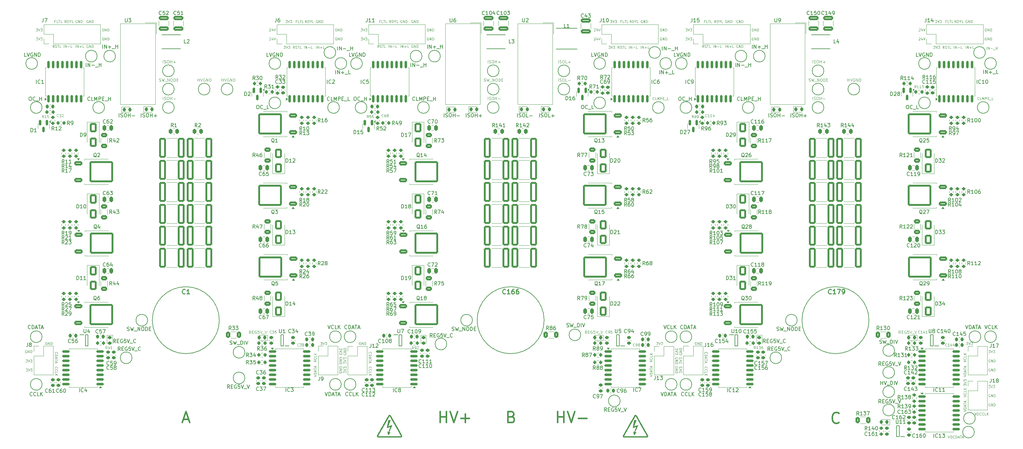
<source format=gto>
G04 #@! TF.GenerationSoftware,KiCad,Pcbnew,9.0.1*
G04 #@! TF.CreationDate,2025-08-06T03:01:24-05:00*
G04 #@! TF.ProjectId,TractionInverter,54726163-7469-46f6-9e49-6e7665727465,rev?*
G04 #@! TF.SameCoordinates,Original*
G04 #@! TF.FileFunction,Legend,Top*
G04 #@! TF.FilePolarity,Positive*
%FSLAX46Y46*%
G04 Gerber Fmt 4.6, Leading zero omitted, Abs format (unit mm)*
G04 Created by KiCad (PCBNEW 9.0.1) date 2025-08-06 03:01:24*
%MOMM*%
%LPD*%
G01*
G04 APERTURE LIST*
G04 Aperture macros list*
%AMRoundRect*
0 Rectangle with rounded corners*
0 $1 Rounding radius*
0 $2 $3 $4 $5 $6 $7 $8 $9 X,Y pos of 4 corners*
0 Add a 4 corners polygon primitive as box body*
4,1,4,$2,$3,$4,$5,$6,$7,$8,$9,$2,$3,0*
0 Add four circle primitives for the rounded corners*
1,1,$1+$1,$2,$3*
1,1,$1+$1,$4,$5*
1,1,$1+$1,$6,$7*
1,1,$1+$1,$8,$9*
0 Add four rect primitives between the rounded corners*
20,1,$1+$1,$2,$3,$4,$5,0*
20,1,$1+$1,$4,$5,$6,$7,0*
20,1,$1+$1,$6,$7,$8,$9,0*
20,1,$1+$1,$8,$9,$2,$3,0*%
G04 Aperture macros list end*
%ADD10C,0.150000*%
%ADD11C,0.100000*%
%ADD12C,0.110000*%
%ADD13C,0.420000*%
%ADD14C,0.254000*%
%ADD15C,0.000000*%
%ADD16C,0.120000*%
%ADD17C,0.127000*%
%ADD18C,0.200000*%
%ADD19C,3.000000*%
%ADD20R,1.700000X1.700000*%
%ADD21C,1.700000*%
%ADD22RoundRect,0.250000X1.100000X-0.325000X1.100000X0.325000X-1.100000X0.325000X-1.100000X-0.325000X0*%
%ADD23C,2.604000*%
%ADD24RoundRect,0.225000X0.250000X-0.225000X0.250000X0.225000X-0.250000X0.225000X-0.250000X-0.225000X0*%
%ADD25RoundRect,0.225000X-0.250000X0.225000X-0.250000X-0.225000X0.250000X-0.225000X0.250000X0.225000X0*%
%ADD26RoundRect,0.225000X-0.225000X-0.250000X0.225000X-0.250000X0.225000X0.250000X-0.225000X0.250000X0*%
%ADD27RoundRect,0.225000X0.225000X0.250000X-0.225000X0.250000X-0.225000X-0.250000X0.225000X-0.250000X0*%
%ADD28R,1.150000X0.600000*%
%ADD29RoundRect,0.150000X0.875000X0.150000X-0.875000X0.150000X-0.875000X-0.150000X0.875000X-0.150000X0*%
%ADD30RoundRect,0.200000X-0.200000X-0.275000X0.200000X-0.275000X0.200000X0.275000X-0.200000X0.275000X0*%
%ADD31RoundRect,0.218750X-0.256250X0.218750X-0.256250X-0.218750X0.256250X-0.218750X0.256250X0.218750X0*%
%ADD32RoundRect,0.150000X0.150000X-0.875000X0.150000X0.875000X-0.150000X0.875000X-0.150000X-0.875000X0*%
%ADD33RoundRect,0.200000X-0.275000X0.200000X-0.275000X-0.200000X0.275000X-0.200000X0.275000X0.200000X0*%
%ADD34RoundRect,0.250000X-0.650000X-2.450000X0.650000X-2.450000X0.650000X2.450000X-0.650000X2.450000X0*%
%ADD35RoundRect,0.250000X-0.850000X-0.350000X0.850000X-0.350000X0.850000X0.350000X-0.850000X0.350000X0*%
%ADD36RoundRect,0.249997X-2.950003X-2.650003X2.950003X-2.650003X2.950003X2.650003X-2.950003X2.650003X0*%
%ADD37RoundRect,0.250000X-0.250000X-0.475000X0.250000X-0.475000X0.250000X0.475000X-0.250000X0.475000X0*%
%ADD38RoundRect,0.250000X0.625000X-0.312500X0.625000X0.312500X-0.625000X0.312500X-0.625000X-0.312500X0*%
%ADD39RoundRect,0.200000X0.275000X-0.200000X0.275000X0.200000X-0.275000X0.200000X-0.275000X-0.200000X0*%
%ADD40RoundRect,0.150000X-0.875000X-0.150000X0.875000X-0.150000X0.875000X0.150000X-0.875000X0.150000X0*%
%ADD41RoundRect,0.250000X-0.625000X0.312500X-0.625000X-0.312500X0.625000X-0.312500X0.625000X0.312500X0*%
%ADD42RoundRect,0.200000X0.200000X0.275000X-0.200000X0.275000X-0.200000X-0.275000X0.200000X-0.275000X0*%
%ADD43RoundRect,0.150000X-0.150000X0.587500X-0.150000X-0.587500X0.150000X-0.587500X0.150000X0.587500X0*%
%ADD44RoundRect,0.250000X-0.650000X1.000000X-0.650000X-1.000000X0.650000X-1.000000X0.650000X1.000000X0*%
%ADD45RoundRect,0.250000X0.650000X-1.000000X0.650000X1.000000X-0.650000X1.000000X-0.650000X-1.000000X0*%
%ADD46RoundRect,0.250000X-0.262500X-0.450000X0.262500X-0.450000X0.262500X0.450000X-0.262500X0.450000X0*%
%ADD47RoundRect,0.250000X0.850000X0.350000X-0.850000X0.350000X-0.850000X-0.350000X0.850000X-0.350000X0*%
%ADD48RoundRect,0.249997X2.950003X2.650003X-2.950003X2.650003X-2.950003X-2.650003X2.950003X-2.650003X0*%
%ADD49O,4.500000X2.500000*%
%ADD50R,4.500000X2.500000*%
%ADD51O,3.600000X3.600000*%
%ADD52RoundRect,0.250000X-0.312500X-0.625000X0.312500X-0.625000X0.312500X0.625000X-0.312500X0.625000X0*%
%ADD53RoundRect,0.218750X-0.218750X-0.256250X0.218750X-0.256250X0.218750X0.256250X-0.218750X0.256250X0*%
%ADD54RoundRect,0.250000X0.250000X0.475000X-0.250000X0.475000X-0.250000X-0.475000X0.250000X-0.475000X0*%
%ADD55C,1.500000*%
%ADD56R,1.500000X1.500000*%
%ADD57RoundRect,0.218750X0.218750X0.256250X-0.218750X0.256250X-0.218750X-0.256250X0.218750X-0.256250X0*%
%ADD58R,2.000000X3.600000*%
%ADD59C,0.900000*%
%ADD60C,13.000000*%
%ADD61R,2.150000X5.500000*%
G04 APERTURE END LIST*
D10*
X185690476Y-134454819D02*
X185690476Y-135169104D01*
X185690476Y-135169104D02*
X185642857Y-135311961D01*
X185642857Y-135311961D02*
X185547619Y-135407200D01*
X185547619Y-135407200D02*
X185404762Y-135454819D01*
X185404762Y-135454819D02*
X185309524Y-135454819D01*
X186690476Y-135454819D02*
X186119048Y-135454819D01*
X186404762Y-135454819D02*
X186404762Y-134454819D01*
X186404762Y-134454819D02*
X186309524Y-134597676D01*
X186309524Y-134597676D02*
X186214286Y-134692914D01*
X186214286Y-134692914D02*
X186119048Y-134740533D01*
X187023810Y-134454819D02*
X187642857Y-134454819D01*
X187642857Y-134454819D02*
X187309524Y-134835771D01*
X187309524Y-134835771D02*
X187452381Y-134835771D01*
X187452381Y-134835771D02*
X187547619Y-134883390D01*
X187547619Y-134883390D02*
X187595238Y-134931009D01*
X187595238Y-134931009D02*
X187642857Y-135026247D01*
X187642857Y-135026247D02*
X187642857Y-135264342D01*
X187642857Y-135264342D02*
X187595238Y-135359580D01*
X187595238Y-135359580D02*
X187547619Y-135407200D01*
X187547619Y-135407200D02*
X187452381Y-135454819D01*
X187452381Y-135454819D02*
X187166667Y-135454819D01*
X187166667Y-135454819D02*
X187071429Y-135407200D01*
X187071429Y-135407200D02*
X187023810Y-135359580D01*
D11*
X185382455Y-59092466D02*
X185349122Y-59125800D01*
X185349122Y-59125800D02*
X185249122Y-59159133D01*
X185249122Y-59159133D02*
X185182455Y-59159133D01*
X185182455Y-59159133D02*
X185082455Y-59125800D01*
X185082455Y-59125800D02*
X185015789Y-59059133D01*
X185015789Y-59059133D02*
X184982455Y-58992466D01*
X184982455Y-58992466D02*
X184949122Y-58859133D01*
X184949122Y-58859133D02*
X184949122Y-58759133D01*
X184949122Y-58759133D02*
X184982455Y-58625800D01*
X184982455Y-58625800D02*
X185015789Y-58559133D01*
X185015789Y-58559133D02*
X185082455Y-58492466D01*
X185082455Y-58492466D02*
X185182455Y-58459133D01*
X185182455Y-58459133D02*
X185249122Y-58459133D01*
X185249122Y-58459133D02*
X185349122Y-58492466D01*
X185349122Y-58492466D02*
X185382455Y-58525800D01*
X186015789Y-59159133D02*
X185682455Y-59159133D01*
X185682455Y-59159133D02*
X185682455Y-58459133D01*
X186249122Y-59159133D02*
X186249122Y-58459133D01*
X186249122Y-58459133D02*
X186482456Y-58959133D01*
X186482456Y-58959133D02*
X186715789Y-58459133D01*
X186715789Y-58459133D02*
X186715789Y-59159133D01*
X187049122Y-59159133D02*
X187049122Y-58459133D01*
X187049122Y-58459133D02*
X187315789Y-58459133D01*
X187315789Y-58459133D02*
X187382456Y-58492466D01*
X187382456Y-58492466D02*
X187415789Y-58525800D01*
X187415789Y-58525800D02*
X187449122Y-58592466D01*
X187449122Y-58592466D02*
X187449122Y-58692466D01*
X187449122Y-58692466D02*
X187415789Y-58759133D01*
X187415789Y-58759133D02*
X187382456Y-58792466D01*
X187382456Y-58792466D02*
X187315789Y-58825800D01*
X187315789Y-58825800D02*
X187049122Y-58825800D01*
X187749122Y-58792466D02*
X187982456Y-58792466D01*
X188082456Y-59159133D02*
X187749122Y-59159133D01*
X187749122Y-59159133D02*
X187749122Y-58459133D01*
X187749122Y-58459133D02*
X188082456Y-58459133D01*
X188215789Y-59225800D02*
X188749122Y-59225800D01*
X189249122Y-59159133D02*
X188915788Y-59159133D01*
X188915788Y-59159133D02*
X188915788Y-58459133D01*
X273882455Y-59092466D02*
X273849122Y-59125800D01*
X273849122Y-59125800D02*
X273749122Y-59159133D01*
X273749122Y-59159133D02*
X273682455Y-59159133D01*
X273682455Y-59159133D02*
X273582455Y-59125800D01*
X273582455Y-59125800D02*
X273515789Y-59059133D01*
X273515789Y-59059133D02*
X273482455Y-58992466D01*
X273482455Y-58992466D02*
X273449122Y-58859133D01*
X273449122Y-58859133D02*
X273449122Y-58759133D01*
X273449122Y-58759133D02*
X273482455Y-58625800D01*
X273482455Y-58625800D02*
X273515789Y-58559133D01*
X273515789Y-58559133D02*
X273582455Y-58492466D01*
X273582455Y-58492466D02*
X273682455Y-58459133D01*
X273682455Y-58459133D02*
X273749122Y-58459133D01*
X273749122Y-58459133D02*
X273849122Y-58492466D01*
X273849122Y-58492466D02*
X273882455Y-58525800D01*
X274515789Y-59159133D02*
X274182455Y-59159133D01*
X274182455Y-59159133D02*
X274182455Y-58459133D01*
X274749122Y-59159133D02*
X274749122Y-58459133D01*
X274749122Y-58459133D02*
X274982456Y-58959133D01*
X274982456Y-58959133D02*
X275215789Y-58459133D01*
X275215789Y-58459133D02*
X275215789Y-59159133D01*
X275549122Y-59159133D02*
X275549122Y-58459133D01*
X275549122Y-58459133D02*
X275815789Y-58459133D01*
X275815789Y-58459133D02*
X275882456Y-58492466D01*
X275882456Y-58492466D02*
X275915789Y-58525800D01*
X275915789Y-58525800D02*
X275949122Y-58592466D01*
X275949122Y-58592466D02*
X275949122Y-58692466D01*
X275949122Y-58692466D02*
X275915789Y-58759133D01*
X275915789Y-58759133D02*
X275882456Y-58792466D01*
X275882456Y-58792466D02*
X275815789Y-58825800D01*
X275815789Y-58825800D02*
X275549122Y-58825800D01*
X276249122Y-58792466D02*
X276482456Y-58792466D01*
X276582456Y-59159133D02*
X276249122Y-59159133D01*
X276249122Y-59159133D02*
X276249122Y-58459133D01*
X276249122Y-58459133D02*
X276582456Y-58459133D01*
X276715789Y-59225800D02*
X277249122Y-59225800D01*
X277749122Y-59159133D02*
X277415788Y-59159133D01*
X277415788Y-59159133D02*
X277415788Y-58459133D01*
D10*
X259440476Y-36954819D02*
X259440476Y-37669104D01*
X259440476Y-37669104D02*
X259392857Y-37811961D01*
X259392857Y-37811961D02*
X259297619Y-37907200D01*
X259297619Y-37907200D02*
X259154762Y-37954819D01*
X259154762Y-37954819D02*
X259059524Y-37954819D01*
X260440476Y-37954819D02*
X259869048Y-37954819D01*
X260154762Y-37954819D02*
X260154762Y-36954819D01*
X260154762Y-36954819D02*
X260059524Y-37097676D01*
X260059524Y-37097676D02*
X259964286Y-37192914D01*
X259964286Y-37192914D02*
X259869048Y-37240533D01*
X261297619Y-37288152D02*
X261297619Y-37954819D01*
X261059524Y-36907200D02*
X260821429Y-37621485D01*
X260821429Y-37621485D02*
X261440476Y-37621485D01*
D11*
X205099122Y-37492466D02*
X205032455Y-37459133D01*
X205032455Y-37459133D02*
X204932455Y-37459133D01*
X204932455Y-37459133D02*
X204832455Y-37492466D01*
X204832455Y-37492466D02*
X204765789Y-37559133D01*
X204765789Y-37559133D02*
X204732455Y-37625800D01*
X204732455Y-37625800D02*
X204699122Y-37759133D01*
X204699122Y-37759133D02*
X204699122Y-37859133D01*
X204699122Y-37859133D02*
X204732455Y-37992466D01*
X204732455Y-37992466D02*
X204765789Y-38059133D01*
X204765789Y-38059133D02*
X204832455Y-38125800D01*
X204832455Y-38125800D02*
X204932455Y-38159133D01*
X204932455Y-38159133D02*
X204999122Y-38159133D01*
X204999122Y-38159133D02*
X205099122Y-38125800D01*
X205099122Y-38125800D02*
X205132455Y-38092466D01*
X205132455Y-38092466D02*
X205132455Y-37859133D01*
X205132455Y-37859133D02*
X204999122Y-37859133D01*
X205432455Y-38159133D02*
X205432455Y-37459133D01*
X205432455Y-37459133D02*
X205832455Y-38159133D01*
X205832455Y-38159133D02*
X205832455Y-37459133D01*
X206165788Y-38159133D02*
X206165788Y-37459133D01*
X206165788Y-37459133D02*
X206332455Y-37459133D01*
X206332455Y-37459133D02*
X206432455Y-37492466D01*
X206432455Y-37492466D02*
X206499122Y-37559133D01*
X206499122Y-37559133D02*
X206532455Y-37625800D01*
X206532455Y-37625800D02*
X206565788Y-37759133D01*
X206565788Y-37759133D02*
X206565788Y-37859133D01*
X206565788Y-37859133D02*
X206532455Y-37992466D01*
X206532455Y-37992466D02*
X206499122Y-38059133D01*
X206499122Y-38059133D02*
X206432455Y-38125800D01*
X206432455Y-38125800D02*
X206332455Y-38159133D01*
X206332455Y-38159133D02*
X206165788Y-38159133D01*
X275982455Y-45409133D02*
X275982455Y-44709133D01*
X276315788Y-45409133D02*
X276315788Y-44709133D01*
X276315788Y-44709133D02*
X276715788Y-45409133D01*
X276715788Y-45409133D02*
X276715788Y-44709133D01*
X277049121Y-45142466D02*
X277582455Y-45142466D01*
X277749122Y-45475800D02*
X278282455Y-45475800D01*
X278449121Y-45409133D02*
X278449121Y-44709133D01*
X278449121Y-45042466D02*
X278849121Y-45042466D01*
X278849121Y-45409133D02*
X278849121Y-44709133D01*
D10*
X275086779Y-52029819D02*
X275086779Y-51029819D01*
X275562969Y-52029819D02*
X275562969Y-51029819D01*
X275562969Y-51029819D02*
X276134397Y-52029819D01*
X276134397Y-52029819D02*
X276134397Y-51029819D01*
X276610588Y-51648866D02*
X277372493Y-51648866D01*
X276991540Y-52029819D02*
X276991540Y-51267914D01*
X277610588Y-52125057D02*
X278372492Y-52125057D01*
X279086778Y-52029819D02*
X278610588Y-52029819D01*
X278610588Y-52029819D02*
X278610588Y-51029819D01*
X191312969Y-47369819D02*
X190836779Y-47369819D01*
X190836779Y-47369819D02*
X190836779Y-46369819D01*
X191503446Y-46369819D02*
X191836779Y-47369819D01*
X191836779Y-47369819D02*
X192170112Y-46369819D01*
X193027255Y-46417438D02*
X192932017Y-46369819D01*
X192932017Y-46369819D02*
X192789160Y-46369819D01*
X192789160Y-46369819D02*
X192646303Y-46417438D01*
X192646303Y-46417438D02*
X192551065Y-46512676D01*
X192551065Y-46512676D02*
X192503446Y-46607914D01*
X192503446Y-46607914D02*
X192455827Y-46798390D01*
X192455827Y-46798390D02*
X192455827Y-46941247D01*
X192455827Y-46941247D02*
X192503446Y-47131723D01*
X192503446Y-47131723D02*
X192551065Y-47226961D01*
X192551065Y-47226961D02*
X192646303Y-47322200D01*
X192646303Y-47322200D02*
X192789160Y-47369819D01*
X192789160Y-47369819D02*
X192884398Y-47369819D01*
X192884398Y-47369819D02*
X193027255Y-47322200D01*
X193027255Y-47322200D02*
X193074874Y-47274580D01*
X193074874Y-47274580D02*
X193074874Y-46941247D01*
X193074874Y-46941247D02*
X192884398Y-46941247D01*
X193503446Y-47369819D02*
X193503446Y-46369819D01*
X193503446Y-46369819D02*
X194074874Y-47369819D01*
X194074874Y-47369819D02*
X194074874Y-46369819D01*
X194551065Y-47369819D02*
X194551065Y-46369819D01*
X194551065Y-46369819D02*
X194789160Y-46369819D01*
X194789160Y-46369819D02*
X194932017Y-46417438D01*
X194932017Y-46417438D02*
X195027255Y-46512676D01*
X195027255Y-46512676D02*
X195074874Y-46607914D01*
X195074874Y-46607914D02*
X195122493Y-46798390D01*
X195122493Y-46798390D02*
X195122493Y-46941247D01*
X195122493Y-46941247D02*
X195074874Y-47131723D01*
X195074874Y-47131723D02*
X195027255Y-47226961D01*
X195027255Y-47226961D02*
X194932017Y-47322200D01*
X194932017Y-47322200D02*
X194789160Y-47369819D01*
X194789160Y-47369819D02*
X194551065Y-47369819D01*
X187586779Y-45619819D02*
X187586779Y-44619819D01*
X188062969Y-45619819D02*
X188062969Y-44619819D01*
X188062969Y-44619819D02*
X188634397Y-45619819D01*
X188634397Y-45619819D02*
X188634397Y-44619819D01*
X189110588Y-45238866D02*
X189872493Y-45238866D01*
X190110588Y-45715057D02*
X190872492Y-45715057D01*
X191110588Y-45619819D02*
X191110588Y-44619819D01*
X191110588Y-45096009D02*
X191682016Y-45096009D01*
X191682016Y-45619819D02*
X191682016Y-44619819D01*
X186836779Y-52119819D02*
X186836779Y-51119819D01*
X187312969Y-52119819D02*
X187312969Y-51119819D01*
X187312969Y-51119819D02*
X187884397Y-52119819D01*
X187884397Y-52119819D02*
X187884397Y-51119819D01*
X188360588Y-51738866D02*
X189122493Y-51738866D01*
X188741540Y-52119819D02*
X188741540Y-51357914D01*
X189360588Y-52215057D02*
X190122492Y-52215057D01*
X190836778Y-52119819D02*
X190360588Y-52119819D01*
X190360588Y-52119819D02*
X190360588Y-51119819D01*
X102812969Y-47369819D02*
X102336779Y-47369819D01*
X102336779Y-47369819D02*
X102336779Y-46369819D01*
X103003446Y-46369819D02*
X103336779Y-47369819D01*
X103336779Y-47369819D02*
X103670112Y-46369819D01*
X104527255Y-46417438D02*
X104432017Y-46369819D01*
X104432017Y-46369819D02*
X104289160Y-46369819D01*
X104289160Y-46369819D02*
X104146303Y-46417438D01*
X104146303Y-46417438D02*
X104051065Y-46512676D01*
X104051065Y-46512676D02*
X104003446Y-46607914D01*
X104003446Y-46607914D02*
X103955827Y-46798390D01*
X103955827Y-46798390D02*
X103955827Y-46941247D01*
X103955827Y-46941247D02*
X104003446Y-47131723D01*
X104003446Y-47131723D02*
X104051065Y-47226961D01*
X104051065Y-47226961D02*
X104146303Y-47322200D01*
X104146303Y-47322200D02*
X104289160Y-47369819D01*
X104289160Y-47369819D02*
X104384398Y-47369819D01*
X104384398Y-47369819D02*
X104527255Y-47322200D01*
X104527255Y-47322200D02*
X104574874Y-47274580D01*
X104574874Y-47274580D02*
X104574874Y-46941247D01*
X104574874Y-46941247D02*
X104384398Y-46941247D01*
X105003446Y-47369819D02*
X105003446Y-46369819D01*
X105003446Y-46369819D02*
X105574874Y-47369819D01*
X105574874Y-47369819D02*
X105574874Y-46369819D01*
X106051065Y-47369819D02*
X106051065Y-46369819D01*
X106051065Y-46369819D02*
X106289160Y-46369819D01*
X106289160Y-46369819D02*
X106432017Y-46417438D01*
X106432017Y-46417438D02*
X106527255Y-46512676D01*
X106527255Y-46512676D02*
X106574874Y-46607914D01*
X106574874Y-46607914D02*
X106622493Y-46798390D01*
X106622493Y-46798390D02*
X106622493Y-46941247D01*
X106622493Y-46941247D02*
X106574874Y-47131723D01*
X106574874Y-47131723D02*
X106527255Y-47226961D01*
X106527255Y-47226961D02*
X106432017Y-47322200D01*
X106432017Y-47322200D02*
X106289160Y-47369819D01*
X106289160Y-47369819D02*
X106051065Y-47369819D01*
X193408207Y-139774580D02*
X193360588Y-139822200D01*
X193360588Y-139822200D02*
X193217731Y-139869819D01*
X193217731Y-139869819D02*
X193122493Y-139869819D01*
X193122493Y-139869819D02*
X192979636Y-139822200D01*
X192979636Y-139822200D02*
X192884398Y-139726961D01*
X192884398Y-139726961D02*
X192836779Y-139631723D01*
X192836779Y-139631723D02*
X192789160Y-139441247D01*
X192789160Y-139441247D02*
X192789160Y-139298390D01*
X192789160Y-139298390D02*
X192836779Y-139107914D01*
X192836779Y-139107914D02*
X192884398Y-139012676D01*
X192884398Y-139012676D02*
X192979636Y-138917438D01*
X192979636Y-138917438D02*
X193122493Y-138869819D01*
X193122493Y-138869819D02*
X193217731Y-138869819D01*
X193217731Y-138869819D02*
X193360588Y-138917438D01*
X193360588Y-138917438D02*
X193408207Y-138965057D01*
X194408207Y-139774580D02*
X194360588Y-139822200D01*
X194360588Y-139822200D02*
X194217731Y-139869819D01*
X194217731Y-139869819D02*
X194122493Y-139869819D01*
X194122493Y-139869819D02*
X193979636Y-139822200D01*
X193979636Y-139822200D02*
X193884398Y-139726961D01*
X193884398Y-139726961D02*
X193836779Y-139631723D01*
X193836779Y-139631723D02*
X193789160Y-139441247D01*
X193789160Y-139441247D02*
X193789160Y-139298390D01*
X193789160Y-139298390D02*
X193836779Y-139107914D01*
X193836779Y-139107914D02*
X193884398Y-139012676D01*
X193884398Y-139012676D02*
X193979636Y-138917438D01*
X193979636Y-138917438D02*
X194122493Y-138869819D01*
X194122493Y-138869819D02*
X194217731Y-138869819D01*
X194217731Y-138869819D02*
X194360588Y-138917438D01*
X194360588Y-138917438D02*
X194408207Y-138965057D01*
X195312969Y-139869819D02*
X194836779Y-139869819D01*
X194836779Y-139869819D02*
X194836779Y-138869819D01*
X195646303Y-139869819D02*
X195646303Y-138869819D01*
X196217731Y-139869819D02*
X195789160Y-139298390D01*
X196217731Y-138869819D02*
X195646303Y-139441247D01*
X187193922Y-138869819D02*
X187527255Y-139869819D01*
X187527255Y-139869819D02*
X187860588Y-138869819D01*
X188193922Y-139869819D02*
X188193922Y-138869819D01*
X188193922Y-138869819D02*
X188432017Y-138869819D01*
X188432017Y-138869819D02*
X188574874Y-138917438D01*
X188574874Y-138917438D02*
X188670112Y-139012676D01*
X188670112Y-139012676D02*
X188717731Y-139107914D01*
X188717731Y-139107914D02*
X188765350Y-139298390D01*
X188765350Y-139298390D02*
X188765350Y-139441247D01*
X188765350Y-139441247D02*
X188717731Y-139631723D01*
X188717731Y-139631723D02*
X188670112Y-139726961D01*
X188670112Y-139726961D02*
X188574874Y-139822200D01*
X188574874Y-139822200D02*
X188432017Y-139869819D01*
X188432017Y-139869819D02*
X188193922Y-139869819D01*
X189146303Y-139584104D02*
X189622493Y-139584104D01*
X189051065Y-139869819D02*
X189384398Y-138869819D01*
X189384398Y-138869819D02*
X189717731Y-139869819D01*
X189908208Y-138869819D02*
X190479636Y-138869819D01*
X190193922Y-139869819D02*
X190193922Y-138869819D01*
X190765351Y-139584104D02*
X191241541Y-139584104D01*
X190670113Y-139869819D02*
X191003446Y-138869819D01*
X191003446Y-138869819D02*
X191336779Y-139869819D01*
X187943922Y-120619819D02*
X188277255Y-121619819D01*
X188277255Y-121619819D02*
X188610588Y-120619819D01*
X189515350Y-121524580D02*
X189467731Y-121572200D01*
X189467731Y-121572200D02*
X189324874Y-121619819D01*
X189324874Y-121619819D02*
X189229636Y-121619819D01*
X189229636Y-121619819D02*
X189086779Y-121572200D01*
X189086779Y-121572200D02*
X188991541Y-121476961D01*
X188991541Y-121476961D02*
X188943922Y-121381723D01*
X188943922Y-121381723D02*
X188896303Y-121191247D01*
X188896303Y-121191247D02*
X188896303Y-121048390D01*
X188896303Y-121048390D02*
X188943922Y-120857914D01*
X188943922Y-120857914D02*
X188991541Y-120762676D01*
X188991541Y-120762676D02*
X189086779Y-120667438D01*
X189086779Y-120667438D02*
X189229636Y-120619819D01*
X189229636Y-120619819D02*
X189324874Y-120619819D01*
X189324874Y-120619819D02*
X189467731Y-120667438D01*
X189467731Y-120667438D02*
X189515350Y-120715057D01*
X190420112Y-121619819D02*
X189943922Y-121619819D01*
X189943922Y-121619819D02*
X189943922Y-120619819D01*
X190753446Y-121619819D02*
X190753446Y-120619819D01*
X191324874Y-121619819D02*
X190896303Y-121048390D01*
X191324874Y-120619819D02*
X190753446Y-121191247D01*
X193158207Y-121524580D02*
X193110588Y-121572200D01*
X193110588Y-121572200D02*
X192967731Y-121619819D01*
X192967731Y-121619819D02*
X192872493Y-121619819D01*
X192872493Y-121619819D02*
X192729636Y-121572200D01*
X192729636Y-121572200D02*
X192634398Y-121476961D01*
X192634398Y-121476961D02*
X192586779Y-121381723D01*
X192586779Y-121381723D02*
X192539160Y-121191247D01*
X192539160Y-121191247D02*
X192539160Y-121048390D01*
X192539160Y-121048390D02*
X192586779Y-120857914D01*
X192586779Y-120857914D02*
X192634398Y-120762676D01*
X192634398Y-120762676D02*
X192729636Y-120667438D01*
X192729636Y-120667438D02*
X192872493Y-120619819D01*
X192872493Y-120619819D02*
X192967731Y-120619819D01*
X192967731Y-120619819D02*
X193110588Y-120667438D01*
X193110588Y-120667438D02*
X193158207Y-120715057D01*
X193586779Y-121619819D02*
X193586779Y-120619819D01*
X193586779Y-120619819D02*
X193824874Y-120619819D01*
X193824874Y-120619819D02*
X193967731Y-120667438D01*
X193967731Y-120667438D02*
X194062969Y-120762676D01*
X194062969Y-120762676D02*
X194110588Y-120857914D01*
X194110588Y-120857914D02*
X194158207Y-121048390D01*
X194158207Y-121048390D02*
X194158207Y-121191247D01*
X194158207Y-121191247D02*
X194110588Y-121381723D01*
X194110588Y-121381723D02*
X194062969Y-121476961D01*
X194062969Y-121476961D02*
X193967731Y-121572200D01*
X193967731Y-121572200D02*
X193824874Y-121619819D01*
X193824874Y-121619819D02*
X193586779Y-121619819D01*
X194539160Y-121334104D02*
X195015350Y-121334104D01*
X194443922Y-121619819D02*
X194777255Y-120619819D01*
X194777255Y-120619819D02*
X195110588Y-121619819D01*
X195301065Y-120619819D02*
X195872493Y-120619819D01*
X195586779Y-121619819D02*
X195586779Y-120619819D01*
X196158208Y-121334104D02*
X196634398Y-121334104D01*
X196062970Y-121619819D02*
X196396303Y-120619819D01*
X196396303Y-120619819D02*
X196729636Y-121619819D01*
X277190476Y-135204819D02*
X277190476Y-135919104D01*
X277190476Y-135919104D02*
X277142857Y-136061961D01*
X277142857Y-136061961D02*
X277047619Y-136157200D01*
X277047619Y-136157200D02*
X276904762Y-136204819D01*
X276904762Y-136204819D02*
X276809524Y-136204819D01*
X278190476Y-136204819D02*
X277619048Y-136204819D01*
X277904762Y-136204819D02*
X277904762Y-135204819D01*
X277904762Y-135204819D02*
X277809524Y-135347676D01*
X277809524Y-135347676D02*
X277714286Y-135442914D01*
X277714286Y-135442914D02*
X277619048Y-135490533D01*
X278761905Y-135633390D02*
X278666667Y-135585771D01*
X278666667Y-135585771D02*
X278619048Y-135538152D01*
X278619048Y-135538152D02*
X278571429Y-135442914D01*
X278571429Y-135442914D02*
X278571429Y-135395295D01*
X278571429Y-135395295D02*
X278619048Y-135300057D01*
X278619048Y-135300057D02*
X278666667Y-135252438D01*
X278666667Y-135252438D02*
X278761905Y-135204819D01*
X278761905Y-135204819D02*
X278952381Y-135204819D01*
X278952381Y-135204819D02*
X279047619Y-135252438D01*
X279047619Y-135252438D02*
X279095238Y-135300057D01*
X279095238Y-135300057D02*
X279142857Y-135395295D01*
X279142857Y-135395295D02*
X279142857Y-135442914D01*
X279142857Y-135442914D02*
X279095238Y-135538152D01*
X279095238Y-135538152D02*
X279047619Y-135585771D01*
X279047619Y-135585771D02*
X278952381Y-135633390D01*
X278952381Y-135633390D02*
X278761905Y-135633390D01*
X278761905Y-135633390D02*
X278666667Y-135681009D01*
X278666667Y-135681009D02*
X278619048Y-135728628D01*
X278619048Y-135728628D02*
X278571429Y-135823866D01*
X278571429Y-135823866D02*
X278571429Y-136014342D01*
X278571429Y-136014342D02*
X278619048Y-136109580D01*
X278619048Y-136109580D02*
X278666667Y-136157200D01*
X278666667Y-136157200D02*
X278761905Y-136204819D01*
X278761905Y-136204819D02*
X278952381Y-136204819D01*
X278952381Y-136204819D02*
X279047619Y-136157200D01*
X279047619Y-136157200D02*
X279095238Y-136109580D01*
X279095238Y-136109580D02*
X279142857Y-136014342D01*
X279142857Y-136014342D02*
X279142857Y-135823866D01*
X279142857Y-135823866D02*
X279095238Y-135728628D01*
X279095238Y-135728628D02*
X279047619Y-135681009D01*
X279047619Y-135681009D02*
X278952381Y-135633390D01*
D12*
X67512844Y-54146375D02*
X67512844Y-53346375D01*
X67512844Y-53727327D02*
X67969987Y-53727327D01*
X67969987Y-54146375D02*
X67969987Y-53346375D01*
X68236653Y-53346375D02*
X68503320Y-54146375D01*
X68503320Y-54146375D02*
X68769986Y-53346375D01*
X69455700Y-53384470D02*
X69379510Y-53346375D01*
X69379510Y-53346375D02*
X69265224Y-53346375D01*
X69265224Y-53346375D02*
X69150938Y-53384470D01*
X69150938Y-53384470D02*
X69074748Y-53460660D01*
X69074748Y-53460660D02*
X69036653Y-53536851D01*
X69036653Y-53536851D02*
X68998557Y-53689232D01*
X68998557Y-53689232D02*
X68998557Y-53803518D01*
X68998557Y-53803518D02*
X69036653Y-53955899D01*
X69036653Y-53955899D02*
X69074748Y-54032089D01*
X69074748Y-54032089D02*
X69150938Y-54108280D01*
X69150938Y-54108280D02*
X69265224Y-54146375D01*
X69265224Y-54146375D02*
X69341415Y-54146375D01*
X69341415Y-54146375D02*
X69455700Y-54108280D01*
X69455700Y-54108280D02*
X69493796Y-54070184D01*
X69493796Y-54070184D02*
X69493796Y-53803518D01*
X69493796Y-53803518D02*
X69341415Y-53803518D01*
X69836653Y-54146375D02*
X69836653Y-53346375D01*
X69836653Y-53346375D02*
X70293796Y-54146375D01*
X70293796Y-54146375D02*
X70293796Y-53346375D01*
X70674748Y-54146375D02*
X70674748Y-53346375D01*
X70674748Y-53346375D02*
X70865224Y-53346375D01*
X70865224Y-53346375D02*
X70979510Y-53384470D01*
X70979510Y-53384470D02*
X71055700Y-53460660D01*
X71055700Y-53460660D02*
X71093795Y-53536851D01*
X71093795Y-53536851D02*
X71131891Y-53689232D01*
X71131891Y-53689232D02*
X71131891Y-53803518D01*
X71131891Y-53803518D02*
X71093795Y-53955899D01*
X71093795Y-53955899D02*
X71055700Y-54032089D01*
X71055700Y-54032089D02*
X70979510Y-54108280D01*
X70979510Y-54108280D02*
X70865224Y-54146375D01*
X70865224Y-54146375D02*
X70674748Y-54146375D01*
D11*
X272632455Y-144459133D02*
X272865789Y-145159133D01*
X272865789Y-145159133D02*
X273099122Y-144459133D01*
X273332455Y-145159133D02*
X273332455Y-144459133D01*
X273332455Y-144459133D02*
X273499122Y-144459133D01*
X273499122Y-144459133D02*
X273599122Y-144492466D01*
X273599122Y-144492466D02*
X273665789Y-144559133D01*
X273665789Y-144559133D02*
X273699122Y-144625800D01*
X273699122Y-144625800D02*
X273732455Y-144759133D01*
X273732455Y-144759133D02*
X273732455Y-144859133D01*
X273732455Y-144859133D02*
X273699122Y-144992466D01*
X273699122Y-144992466D02*
X273665789Y-145059133D01*
X273665789Y-145059133D02*
X273599122Y-145125800D01*
X273599122Y-145125800D02*
X273499122Y-145159133D01*
X273499122Y-145159133D02*
X273332455Y-145159133D01*
X274432455Y-145092466D02*
X274399122Y-145125800D01*
X274399122Y-145125800D02*
X274299122Y-145159133D01*
X274299122Y-145159133D02*
X274232455Y-145159133D01*
X274232455Y-145159133D02*
X274132455Y-145125800D01*
X274132455Y-145125800D02*
X274065789Y-145059133D01*
X274065789Y-145059133D02*
X274032455Y-144992466D01*
X274032455Y-144992466D02*
X273999122Y-144859133D01*
X273999122Y-144859133D02*
X273999122Y-144759133D01*
X273999122Y-144759133D02*
X274032455Y-144625800D01*
X274032455Y-144625800D02*
X274065789Y-144559133D01*
X274065789Y-144559133D02*
X274132455Y-144492466D01*
X274132455Y-144492466D02*
X274232455Y-144459133D01*
X274232455Y-144459133D02*
X274299122Y-144459133D01*
X274299122Y-144459133D02*
X274399122Y-144492466D01*
X274399122Y-144492466D02*
X274432455Y-144525800D01*
X275132455Y-145092466D02*
X275099122Y-145125800D01*
X275099122Y-145125800D02*
X274999122Y-145159133D01*
X274999122Y-145159133D02*
X274932455Y-145159133D01*
X274932455Y-145159133D02*
X274832455Y-145125800D01*
X274832455Y-145125800D02*
X274765789Y-145059133D01*
X274765789Y-145059133D02*
X274732455Y-144992466D01*
X274732455Y-144992466D02*
X274699122Y-144859133D01*
X274699122Y-144859133D02*
X274699122Y-144759133D01*
X274699122Y-144759133D02*
X274732455Y-144625800D01*
X274732455Y-144625800D02*
X274765789Y-144559133D01*
X274765789Y-144559133D02*
X274832455Y-144492466D01*
X274832455Y-144492466D02*
X274932455Y-144459133D01*
X274932455Y-144459133D02*
X274999122Y-144459133D01*
X274999122Y-144459133D02*
X275099122Y-144492466D01*
X275099122Y-144492466D02*
X275132455Y-144525800D01*
X275765789Y-145159133D02*
X275432455Y-145159133D01*
X275432455Y-145159133D02*
X275432455Y-144459133D01*
X275999122Y-145159133D02*
X275999122Y-144459133D01*
X276399122Y-145159133D02*
X276099122Y-144759133D01*
X276399122Y-144459133D02*
X275999122Y-144859133D01*
X265382455Y-150709133D02*
X265615789Y-151409133D01*
X265615789Y-151409133D02*
X265849122Y-150709133D01*
X266082455Y-151409133D02*
X266082455Y-150709133D01*
X266082455Y-150709133D02*
X266249122Y-150709133D01*
X266249122Y-150709133D02*
X266349122Y-150742466D01*
X266349122Y-150742466D02*
X266415789Y-150809133D01*
X266415789Y-150809133D02*
X266449122Y-150875800D01*
X266449122Y-150875800D02*
X266482455Y-151009133D01*
X266482455Y-151009133D02*
X266482455Y-151109133D01*
X266482455Y-151109133D02*
X266449122Y-151242466D01*
X266449122Y-151242466D02*
X266415789Y-151309133D01*
X266415789Y-151309133D02*
X266349122Y-151375800D01*
X266349122Y-151375800D02*
X266249122Y-151409133D01*
X266249122Y-151409133D02*
X266082455Y-151409133D01*
X267182455Y-151342466D02*
X267149122Y-151375800D01*
X267149122Y-151375800D02*
X267049122Y-151409133D01*
X267049122Y-151409133D02*
X266982455Y-151409133D01*
X266982455Y-151409133D02*
X266882455Y-151375800D01*
X266882455Y-151375800D02*
X266815789Y-151309133D01*
X266815789Y-151309133D02*
X266782455Y-151242466D01*
X266782455Y-151242466D02*
X266749122Y-151109133D01*
X266749122Y-151109133D02*
X266749122Y-151009133D01*
X266749122Y-151009133D02*
X266782455Y-150875800D01*
X266782455Y-150875800D02*
X266815789Y-150809133D01*
X266815789Y-150809133D02*
X266882455Y-150742466D01*
X266882455Y-150742466D02*
X266982455Y-150709133D01*
X266982455Y-150709133D02*
X267049122Y-150709133D01*
X267049122Y-150709133D02*
X267149122Y-150742466D01*
X267149122Y-150742466D02*
X267182455Y-150775800D01*
X267482455Y-151409133D02*
X267482455Y-150709133D01*
X267482455Y-150709133D02*
X267649122Y-150709133D01*
X267649122Y-150709133D02*
X267749122Y-150742466D01*
X267749122Y-150742466D02*
X267815789Y-150809133D01*
X267815789Y-150809133D02*
X267849122Y-150875800D01*
X267849122Y-150875800D02*
X267882455Y-151009133D01*
X267882455Y-151009133D02*
X267882455Y-151109133D01*
X267882455Y-151109133D02*
X267849122Y-151242466D01*
X267849122Y-151242466D02*
X267815789Y-151309133D01*
X267815789Y-151309133D02*
X267749122Y-151375800D01*
X267749122Y-151375800D02*
X267649122Y-151409133D01*
X267649122Y-151409133D02*
X267482455Y-151409133D01*
X268149122Y-151209133D02*
X268482455Y-151209133D01*
X268082455Y-151409133D02*
X268315789Y-150709133D01*
X268315789Y-150709133D02*
X268549122Y-151409133D01*
X268682455Y-150709133D02*
X269082455Y-150709133D01*
X268882455Y-151409133D02*
X268882455Y-150709133D01*
X269282455Y-151209133D02*
X269615788Y-151209133D01*
X269215788Y-151409133D02*
X269449122Y-150709133D01*
X269449122Y-150709133D02*
X269682455Y-151409133D01*
D10*
X247086779Y-136869819D02*
X247086779Y-135869819D01*
X247086779Y-136346009D02*
X247658207Y-136346009D01*
X247658207Y-136869819D02*
X247658207Y-135869819D01*
X247991541Y-135869819D02*
X248324874Y-136869819D01*
X248324874Y-136869819D02*
X248658207Y-135869819D01*
X248753446Y-136965057D02*
X249515350Y-136965057D01*
X249753446Y-136869819D02*
X249753446Y-135869819D01*
X249753446Y-135869819D02*
X249991541Y-135869819D01*
X249991541Y-135869819D02*
X250134398Y-135917438D01*
X250134398Y-135917438D02*
X250229636Y-136012676D01*
X250229636Y-136012676D02*
X250277255Y-136107914D01*
X250277255Y-136107914D02*
X250324874Y-136298390D01*
X250324874Y-136298390D02*
X250324874Y-136441247D01*
X250324874Y-136441247D02*
X250277255Y-136631723D01*
X250277255Y-136631723D02*
X250229636Y-136726961D01*
X250229636Y-136726961D02*
X250134398Y-136822200D01*
X250134398Y-136822200D02*
X249991541Y-136869819D01*
X249991541Y-136869819D02*
X249753446Y-136869819D01*
X250753446Y-136869819D02*
X250753446Y-135869819D01*
X251086779Y-135869819D02*
X251420112Y-136869819D01*
X251420112Y-136869819D02*
X251753445Y-135869819D01*
X246789160Y-125572200D02*
X246932017Y-125619819D01*
X246932017Y-125619819D02*
X247170112Y-125619819D01*
X247170112Y-125619819D02*
X247265350Y-125572200D01*
X247265350Y-125572200D02*
X247312969Y-125524580D01*
X247312969Y-125524580D02*
X247360588Y-125429342D01*
X247360588Y-125429342D02*
X247360588Y-125334104D01*
X247360588Y-125334104D02*
X247312969Y-125238866D01*
X247312969Y-125238866D02*
X247265350Y-125191247D01*
X247265350Y-125191247D02*
X247170112Y-125143628D01*
X247170112Y-125143628D02*
X246979636Y-125096009D01*
X246979636Y-125096009D02*
X246884398Y-125048390D01*
X246884398Y-125048390D02*
X246836779Y-125000771D01*
X246836779Y-125000771D02*
X246789160Y-124905533D01*
X246789160Y-124905533D02*
X246789160Y-124810295D01*
X246789160Y-124810295D02*
X246836779Y-124715057D01*
X246836779Y-124715057D02*
X246884398Y-124667438D01*
X246884398Y-124667438D02*
X246979636Y-124619819D01*
X246979636Y-124619819D02*
X247217731Y-124619819D01*
X247217731Y-124619819D02*
X247360588Y-124667438D01*
X247693922Y-124619819D02*
X247932017Y-125619819D01*
X247932017Y-125619819D02*
X248122493Y-124905533D01*
X248122493Y-124905533D02*
X248312969Y-125619819D01*
X248312969Y-125619819D02*
X248551065Y-124619819D01*
X248693922Y-125715057D02*
X249455826Y-125715057D01*
X249693922Y-125619819D02*
X249693922Y-124619819D01*
X249693922Y-124619819D02*
X249932017Y-124619819D01*
X249932017Y-124619819D02*
X250074874Y-124667438D01*
X250074874Y-124667438D02*
X250170112Y-124762676D01*
X250170112Y-124762676D02*
X250217731Y-124857914D01*
X250217731Y-124857914D02*
X250265350Y-125048390D01*
X250265350Y-125048390D02*
X250265350Y-125191247D01*
X250265350Y-125191247D02*
X250217731Y-125381723D01*
X250217731Y-125381723D02*
X250170112Y-125476961D01*
X250170112Y-125476961D02*
X250074874Y-125572200D01*
X250074874Y-125572200D02*
X249932017Y-125619819D01*
X249932017Y-125619819D02*
X249693922Y-125619819D01*
X250693922Y-125619819D02*
X250693922Y-124619819D01*
X251027255Y-124619819D02*
X251360588Y-125619819D01*
X251360588Y-125619819D02*
X251693921Y-124619819D01*
X247158207Y-141869819D02*
X246824874Y-141393628D01*
X246586779Y-141869819D02*
X246586779Y-140869819D01*
X246586779Y-140869819D02*
X246967731Y-140869819D01*
X246967731Y-140869819D02*
X247062969Y-140917438D01*
X247062969Y-140917438D02*
X247110588Y-140965057D01*
X247110588Y-140965057D02*
X247158207Y-141060295D01*
X247158207Y-141060295D02*
X247158207Y-141203152D01*
X247158207Y-141203152D02*
X247110588Y-141298390D01*
X247110588Y-141298390D02*
X247062969Y-141346009D01*
X247062969Y-141346009D02*
X246967731Y-141393628D01*
X246967731Y-141393628D02*
X246586779Y-141393628D01*
X247586779Y-141346009D02*
X247920112Y-141346009D01*
X248062969Y-141869819D02*
X247586779Y-141869819D01*
X247586779Y-141869819D02*
X247586779Y-140869819D01*
X247586779Y-140869819D02*
X248062969Y-140869819D01*
X249015350Y-140917438D02*
X248920112Y-140869819D01*
X248920112Y-140869819D02*
X248777255Y-140869819D01*
X248777255Y-140869819D02*
X248634398Y-140917438D01*
X248634398Y-140917438D02*
X248539160Y-141012676D01*
X248539160Y-141012676D02*
X248491541Y-141107914D01*
X248491541Y-141107914D02*
X248443922Y-141298390D01*
X248443922Y-141298390D02*
X248443922Y-141441247D01*
X248443922Y-141441247D02*
X248491541Y-141631723D01*
X248491541Y-141631723D02*
X248539160Y-141726961D01*
X248539160Y-141726961D02*
X248634398Y-141822200D01*
X248634398Y-141822200D02*
X248777255Y-141869819D01*
X248777255Y-141869819D02*
X248872493Y-141869819D01*
X248872493Y-141869819D02*
X249015350Y-141822200D01*
X249015350Y-141822200D02*
X249062969Y-141774580D01*
X249062969Y-141774580D02*
X249062969Y-141441247D01*
X249062969Y-141441247D02*
X248872493Y-141441247D01*
X249967731Y-140869819D02*
X249491541Y-140869819D01*
X249491541Y-140869819D02*
X249443922Y-141346009D01*
X249443922Y-141346009D02*
X249491541Y-141298390D01*
X249491541Y-141298390D02*
X249586779Y-141250771D01*
X249586779Y-141250771D02*
X249824874Y-141250771D01*
X249824874Y-141250771D02*
X249920112Y-141298390D01*
X249920112Y-141298390D02*
X249967731Y-141346009D01*
X249967731Y-141346009D02*
X250015350Y-141441247D01*
X250015350Y-141441247D02*
X250015350Y-141679342D01*
X250015350Y-141679342D02*
X249967731Y-141774580D01*
X249967731Y-141774580D02*
X249920112Y-141822200D01*
X249920112Y-141822200D02*
X249824874Y-141869819D01*
X249824874Y-141869819D02*
X249586779Y-141869819D01*
X249586779Y-141869819D02*
X249491541Y-141822200D01*
X249491541Y-141822200D02*
X249443922Y-141774580D01*
X250301065Y-140869819D02*
X250634398Y-141869819D01*
X250634398Y-141869819D02*
X250967731Y-140869819D01*
X251062970Y-141965057D02*
X251824874Y-141965057D01*
X251920113Y-140869819D02*
X252253446Y-141869819D01*
X252253446Y-141869819D02*
X252586779Y-140869819D01*
D11*
X276849122Y-139492466D02*
X276782455Y-139459133D01*
X276782455Y-139459133D02*
X276682455Y-139459133D01*
X276682455Y-139459133D02*
X276582455Y-139492466D01*
X276582455Y-139492466D02*
X276515789Y-139559133D01*
X276515789Y-139559133D02*
X276482455Y-139625800D01*
X276482455Y-139625800D02*
X276449122Y-139759133D01*
X276449122Y-139759133D02*
X276449122Y-139859133D01*
X276449122Y-139859133D02*
X276482455Y-139992466D01*
X276482455Y-139992466D02*
X276515789Y-140059133D01*
X276515789Y-140059133D02*
X276582455Y-140125800D01*
X276582455Y-140125800D02*
X276682455Y-140159133D01*
X276682455Y-140159133D02*
X276749122Y-140159133D01*
X276749122Y-140159133D02*
X276849122Y-140125800D01*
X276849122Y-140125800D02*
X276882455Y-140092466D01*
X276882455Y-140092466D02*
X276882455Y-139859133D01*
X276882455Y-139859133D02*
X276749122Y-139859133D01*
X277182455Y-140159133D02*
X277182455Y-139459133D01*
X277182455Y-139459133D02*
X277582455Y-140159133D01*
X277582455Y-140159133D02*
X277582455Y-139459133D01*
X277915788Y-140159133D02*
X277915788Y-139459133D01*
X277915788Y-139459133D02*
X278082455Y-139459133D01*
X278082455Y-139459133D02*
X278182455Y-139492466D01*
X278182455Y-139492466D02*
X278249122Y-139559133D01*
X278249122Y-139559133D02*
X278282455Y-139625800D01*
X278282455Y-139625800D02*
X278315788Y-139759133D01*
X278315788Y-139759133D02*
X278315788Y-139859133D01*
X278315788Y-139859133D02*
X278282455Y-139992466D01*
X278282455Y-139992466D02*
X278249122Y-140059133D01*
X278249122Y-140059133D02*
X278182455Y-140125800D01*
X278182455Y-140125800D02*
X278082455Y-140159133D01*
X278082455Y-140159133D02*
X277915788Y-140159133D01*
X269649133Y-144117544D02*
X270349133Y-143884211D01*
X270349133Y-143884211D02*
X269649133Y-143650877D01*
X270349133Y-143417544D02*
X269649133Y-143417544D01*
X269649133Y-143417544D02*
X269649133Y-143250877D01*
X269649133Y-143250877D02*
X269682466Y-143150877D01*
X269682466Y-143150877D02*
X269749133Y-143084211D01*
X269749133Y-143084211D02*
X269815800Y-143050877D01*
X269815800Y-143050877D02*
X269949133Y-143017544D01*
X269949133Y-143017544D02*
X270049133Y-143017544D01*
X270049133Y-143017544D02*
X270182466Y-143050877D01*
X270182466Y-143050877D02*
X270249133Y-143084211D01*
X270249133Y-143084211D02*
X270315800Y-143150877D01*
X270315800Y-143150877D02*
X270349133Y-143250877D01*
X270349133Y-143250877D02*
X270349133Y-143417544D01*
X270149133Y-142750877D02*
X270149133Y-142417544D01*
X270349133Y-142817544D02*
X269649133Y-142584211D01*
X269649133Y-142584211D02*
X270349133Y-142350877D01*
X269649133Y-142217544D02*
X269649133Y-141817544D01*
X270349133Y-142017544D02*
X269649133Y-142017544D01*
X270149133Y-141617544D02*
X270149133Y-141284211D01*
X270349133Y-141684211D02*
X269649133Y-141450878D01*
X269649133Y-141450878D02*
X270349133Y-141217544D01*
X276849122Y-141992466D02*
X276782455Y-141959133D01*
X276782455Y-141959133D02*
X276682455Y-141959133D01*
X276682455Y-141959133D02*
X276582455Y-141992466D01*
X276582455Y-141992466D02*
X276515789Y-142059133D01*
X276515789Y-142059133D02*
X276482455Y-142125800D01*
X276482455Y-142125800D02*
X276449122Y-142259133D01*
X276449122Y-142259133D02*
X276449122Y-142359133D01*
X276449122Y-142359133D02*
X276482455Y-142492466D01*
X276482455Y-142492466D02*
X276515789Y-142559133D01*
X276515789Y-142559133D02*
X276582455Y-142625800D01*
X276582455Y-142625800D02*
X276682455Y-142659133D01*
X276682455Y-142659133D02*
X276749122Y-142659133D01*
X276749122Y-142659133D02*
X276849122Y-142625800D01*
X276849122Y-142625800D02*
X276882455Y-142592466D01*
X276882455Y-142592466D02*
X276882455Y-142359133D01*
X276882455Y-142359133D02*
X276749122Y-142359133D01*
X277182455Y-142659133D02*
X277182455Y-141959133D01*
X277182455Y-141959133D02*
X277582455Y-142659133D01*
X277582455Y-142659133D02*
X277582455Y-141959133D01*
X277915788Y-142659133D02*
X277915788Y-141959133D01*
X277915788Y-141959133D02*
X278082455Y-141959133D01*
X278082455Y-141959133D02*
X278182455Y-141992466D01*
X278182455Y-141992466D02*
X278249122Y-142059133D01*
X278249122Y-142059133D02*
X278282455Y-142125800D01*
X278282455Y-142125800D02*
X278315788Y-142259133D01*
X278315788Y-142259133D02*
X278315788Y-142359133D01*
X278315788Y-142359133D02*
X278282455Y-142492466D01*
X278282455Y-142492466D02*
X278249122Y-142559133D01*
X278249122Y-142559133D02*
X278182455Y-142625800D01*
X278182455Y-142625800D02*
X278082455Y-142659133D01*
X278082455Y-142659133D02*
X277915788Y-142659133D01*
X269709133Y-137116667D02*
X269709133Y-136683333D01*
X269709133Y-136683333D02*
X269975800Y-136916667D01*
X269975800Y-136916667D02*
X269975800Y-136816667D01*
X269975800Y-136816667D02*
X270009133Y-136750000D01*
X270009133Y-136750000D02*
X270042466Y-136716667D01*
X270042466Y-136716667D02*
X270109133Y-136683333D01*
X270109133Y-136683333D02*
X270275800Y-136683333D01*
X270275800Y-136683333D02*
X270342466Y-136716667D01*
X270342466Y-136716667D02*
X270375800Y-136750000D01*
X270375800Y-136750000D02*
X270409133Y-136816667D01*
X270409133Y-136816667D02*
X270409133Y-137016667D01*
X270409133Y-137016667D02*
X270375800Y-137083333D01*
X270375800Y-137083333D02*
X270342466Y-137116667D01*
X269709133Y-136483333D02*
X270409133Y-136250000D01*
X270409133Y-136250000D02*
X269709133Y-136016666D01*
X269709133Y-135850000D02*
X269709133Y-135416666D01*
X269709133Y-135416666D02*
X269975800Y-135650000D01*
X269975800Y-135650000D02*
X269975800Y-135550000D01*
X269975800Y-135550000D02*
X270009133Y-135483333D01*
X270009133Y-135483333D02*
X270042466Y-135450000D01*
X270042466Y-135450000D02*
X270109133Y-135416666D01*
X270109133Y-135416666D02*
X270275800Y-135416666D01*
X270275800Y-135416666D02*
X270342466Y-135450000D01*
X270342466Y-135450000D02*
X270375800Y-135483333D01*
X270375800Y-135483333D02*
X270409133Y-135550000D01*
X270409133Y-135550000D02*
X270409133Y-135750000D01*
X270409133Y-135750000D02*
X270375800Y-135816666D01*
X270375800Y-135816666D02*
X270342466Y-135850000D01*
X276415789Y-136959133D02*
X276849122Y-136959133D01*
X276849122Y-136959133D02*
X276615789Y-137225800D01*
X276615789Y-137225800D02*
X276715789Y-137225800D01*
X276715789Y-137225800D02*
X276782455Y-137259133D01*
X276782455Y-137259133D02*
X276815789Y-137292466D01*
X276815789Y-137292466D02*
X276849122Y-137359133D01*
X276849122Y-137359133D02*
X276849122Y-137525800D01*
X276849122Y-137525800D02*
X276815789Y-137592466D01*
X276815789Y-137592466D02*
X276782455Y-137625800D01*
X276782455Y-137625800D02*
X276715789Y-137659133D01*
X276715789Y-137659133D02*
X276515789Y-137659133D01*
X276515789Y-137659133D02*
X276449122Y-137625800D01*
X276449122Y-137625800D02*
X276415789Y-137592466D01*
X277049122Y-136959133D02*
X277282456Y-137659133D01*
X277282456Y-137659133D02*
X277515789Y-136959133D01*
X277682456Y-136959133D02*
X278115789Y-136959133D01*
X278115789Y-136959133D02*
X277882456Y-137225800D01*
X277882456Y-137225800D02*
X277982456Y-137225800D01*
X277982456Y-137225800D02*
X278049122Y-137259133D01*
X278049122Y-137259133D02*
X278082456Y-137292466D01*
X278082456Y-137292466D02*
X278115789Y-137359133D01*
X278115789Y-137359133D02*
X278115789Y-137525800D01*
X278115789Y-137525800D02*
X278082456Y-137592466D01*
X278082456Y-137592466D02*
X278049122Y-137625800D01*
X278049122Y-137625800D02*
X277982456Y-137659133D01*
X277982456Y-137659133D02*
X277782456Y-137659133D01*
X277782456Y-137659133D02*
X277715789Y-137625800D01*
X277715789Y-137625800D02*
X277682456Y-137592466D01*
X269649133Y-140117544D02*
X270349133Y-139884211D01*
X270349133Y-139884211D02*
X269649133Y-139650877D01*
X270282466Y-139017544D02*
X270315800Y-139050877D01*
X270315800Y-139050877D02*
X270349133Y-139150877D01*
X270349133Y-139150877D02*
X270349133Y-139217544D01*
X270349133Y-139217544D02*
X270315800Y-139317544D01*
X270315800Y-139317544D02*
X270249133Y-139384211D01*
X270249133Y-139384211D02*
X270182466Y-139417544D01*
X270182466Y-139417544D02*
X270049133Y-139450877D01*
X270049133Y-139450877D02*
X269949133Y-139450877D01*
X269949133Y-139450877D02*
X269815800Y-139417544D01*
X269815800Y-139417544D02*
X269749133Y-139384211D01*
X269749133Y-139384211D02*
X269682466Y-139317544D01*
X269682466Y-139317544D02*
X269649133Y-139217544D01*
X269649133Y-139217544D02*
X269649133Y-139150877D01*
X269649133Y-139150877D02*
X269682466Y-139050877D01*
X269682466Y-139050877D02*
X269715800Y-139017544D01*
X270349133Y-138384211D02*
X270349133Y-138717544D01*
X270349133Y-138717544D02*
X269649133Y-138717544D01*
X270349133Y-138150877D02*
X269649133Y-138150877D01*
X270349133Y-137750877D02*
X269949133Y-138050877D01*
X269649133Y-137750877D02*
X270049133Y-138150877D01*
D10*
X270193922Y-120619819D02*
X270527255Y-121619819D01*
X270527255Y-121619819D02*
X270860588Y-120619819D01*
X271193922Y-121619819D02*
X271193922Y-120619819D01*
X271193922Y-120619819D02*
X271432017Y-120619819D01*
X271432017Y-120619819D02*
X271574874Y-120667438D01*
X271574874Y-120667438D02*
X271670112Y-120762676D01*
X271670112Y-120762676D02*
X271717731Y-120857914D01*
X271717731Y-120857914D02*
X271765350Y-121048390D01*
X271765350Y-121048390D02*
X271765350Y-121191247D01*
X271765350Y-121191247D02*
X271717731Y-121381723D01*
X271717731Y-121381723D02*
X271670112Y-121476961D01*
X271670112Y-121476961D02*
X271574874Y-121572200D01*
X271574874Y-121572200D02*
X271432017Y-121619819D01*
X271432017Y-121619819D02*
X271193922Y-121619819D01*
X272146303Y-121334104D02*
X272622493Y-121334104D01*
X272051065Y-121619819D02*
X272384398Y-120619819D01*
X272384398Y-120619819D02*
X272717731Y-121619819D01*
X272908208Y-120619819D02*
X273479636Y-120619819D01*
X273193922Y-121619819D02*
X273193922Y-120619819D01*
X273765351Y-121334104D02*
X274241541Y-121334104D01*
X273670113Y-121619819D02*
X274003446Y-120619819D01*
X274003446Y-120619819D02*
X274336779Y-121619819D01*
D12*
X159262844Y-49146375D02*
X159262844Y-48346375D01*
X159605700Y-49108280D02*
X159719986Y-49146375D01*
X159719986Y-49146375D02*
X159910462Y-49146375D01*
X159910462Y-49146375D02*
X159986653Y-49108280D01*
X159986653Y-49108280D02*
X160024748Y-49070184D01*
X160024748Y-49070184D02*
X160062843Y-48993994D01*
X160062843Y-48993994D02*
X160062843Y-48917803D01*
X160062843Y-48917803D02*
X160024748Y-48841613D01*
X160024748Y-48841613D02*
X159986653Y-48803518D01*
X159986653Y-48803518D02*
X159910462Y-48765422D01*
X159910462Y-48765422D02*
X159758081Y-48727327D01*
X159758081Y-48727327D02*
X159681891Y-48689232D01*
X159681891Y-48689232D02*
X159643796Y-48651137D01*
X159643796Y-48651137D02*
X159605700Y-48574946D01*
X159605700Y-48574946D02*
X159605700Y-48498756D01*
X159605700Y-48498756D02*
X159643796Y-48422565D01*
X159643796Y-48422565D02*
X159681891Y-48384470D01*
X159681891Y-48384470D02*
X159758081Y-48346375D01*
X159758081Y-48346375D02*
X159948558Y-48346375D01*
X159948558Y-48346375D02*
X160062843Y-48384470D01*
X160558082Y-48346375D02*
X160710463Y-48346375D01*
X160710463Y-48346375D02*
X160786653Y-48384470D01*
X160786653Y-48384470D02*
X160862844Y-48460660D01*
X160862844Y-48460660D02*
X160900939Y-48613041D01*
X160900939Y-48613041D02*
X160900939Y-48879708D01*
X160900939Y-48879708D02*
X160862844Y-49032089D01*
X160862844Y-49032089D02*
X160786653Y-49108280D01*
X160786653Y-49108280D02*
X160710463Y-49146375D01*
X160710463Y-49146375D02*
X160558082Y-49146375D01*
X160558082Y-49146375D02*
X160481891Y-49108280D01*
X160481891Y-49108280D02*
X160405701Y-49032089D01*
X160405701Y-49032089D02*
X160367605Y-48879708D01*
X160367605Y-48879708D02*
X160367605Y-48613041D01*
X160367605Y-48613041D02*
X160405701Y-48460660D01*
X160405701Y-48460660D02*
X160481891Y-48384470D01*
X160481891Y-48384470D02*
X160558082Y-48346375D01*
X161624748Y-49146375D02*
X161243796Y-49146375D01*
X161243796Y-49146375D02*
X161243796Y-48346375D01*
X161891415Y-48841613D02*
X162500939Y-48841613D01*
X162196177Y-49146375D02*
X162196177Y-48536851D01*
X159262844Y-54146375D02*
X159262844Y-53346375D01*
X159605700Y-54108280D02*
X159719986Y-54146375D01*
X159719986Y-54146375D02*
X159910462Y-54146375D01*
X159910462Y-54146375D02*
X159986653Y-54108280D01*
X159986653Y-54108280D02*
X160024748Y-54070184D01*
X160024748Y-54070184D02*
X160062843Y-53993994D01*
X160062843Y-53993994D02*
X160062843Y-53917803D01*
X160062843Y-53917803D02*
X160024748Y-53841613D01*
X160024748Y-53841613D02*
X159986653Y-53803518D01*
X159986653Y-53803518D02*
X159910462Y-53765422D01*
X159910462Y-53765422D02*
X159758081Y-53727327D01*
X159758081Y-53727327D02*
X159681891Y-53689232D01*
X159681891Y-53689232D02*
X159643796Y-53651137D01*
X159643796Y-53651137D02*
X159605700Y-53574946D01*
X159605700Y-53574946D02*
X159605700Y-53498756D01*
X159605700Y-53498756D02*
X159643796Y-53422565D01*
X159643796Y-53422565D02*
X159681891Y-53384470D01*
X159681891Y-53384470D02*
X159758081Y-53346375D01*
X159758081Y-53346375D02*
X159948558Y-53346375D01*
X159948558Y-53346375D02*
X160062843Y-53384470D01*
X160558082Y-53346375D02*
X160710463Y-53346375D01*
X160710463Y-53346375D02*
X160786653Y-53384470D01*
X160786653Y-53384470D02*
X160862844Y-53460660D01*
X160862844Y-53460660D02*
X160900939Y-53613041D01*
X160900939Y-53613041D02*
X160900939Y-53879708D01*
X160900939Y-53879708D02*
X160862844Y-54032089D01*
X160862844Y-54032089D02*
X160786653Y-54108280D01*
X160786653Y-54108280D02*
X160710463Y-54146375D01*
X160710463Y-54146375D02*
X160558082Y-54146375D01*
X160558082Y-54146375D02*
X160481891Y-54108280D01*
X160481891Y-54108280D02*
X160405701Y-54032089D01*
X160405701Y-54032089D02*
X160367605Y-53879708D01*
X160367605Y-53879708D02*
X160367605Y-53613041D01*
X160367605Y-53613041D02*
X160405701Y-53460660D01*
X160405701Y-53460660D02*
X160481891Y-53384470D01*
X160481891Y-53384470D02*
X160558082Y-53346375D01*
X161624748Y-54146375D02*
X161243796Y-54146375D01*
X161243796Y-54146375D02*
X161243796Y-53346375D01*
X161891415Y-53841613D02*
X162500939Y-53841613D01*
D10*
X148086779Y-63869819D02*
X148086779Y-62869819D01*
X148515350Y-63822200D02*
X148658207Y-63869819D01*
X148658207Y-63869819D02*
X148896302Y-63869819D01*
X148896302Y-63869819D02*
X148991540Y-63822200D01*
X148991540Y-63822200D02*
X149039159Y-63774580D01*
X149039159Y-63774580D02*
X149086778Y-63679342D01*
X149086778Y-63679342D02*
X149086778Y-63584104D01*
X149086778Y-63584104D02*
X149039159Y-63488866D01*
X149039159Y-63488866D02*
X148991540Y-63441247D01*
X148991540Y-63441247D02*
X148896302Y-63393628D01*
X148896302Y-63393628D02*
X148705826Y-63346009D01*
X148705826Y-63346009D02*
X148610588Y-63298390D01*
X148610588Y-63298390D02*
X148562969Y-63250771D01*
X148562969Y-63250771D02*
X148515350Y-63155533D01*
X148515350Y-63155533D02*
X148515350Y-63060295D01*
X148515350Y-63060295D02*
X148562969Y-62965057D01*
X148562969Y-62965057D02*
X148610588Y-62917438D01*
X148610588Y-62917438D02*
X148705826Y-62869819D01*
X148705826Y-62869819D02*
X148943921Y-62869819D01*
X148943921Y-62869819D02*
X149086778Y-62917438D01*
X149705826Y-62869819D02*
X149896302Y-62869819D01*
X149896302Y-62869819D02*
X149991540Y-62917438D01*
X149991540Y-62917438D02*
X150086778Y-63012676D01*
X150086778Y-63012676D02*
X150134397Y-63203152D01*
X150134397Y-63203152D02*
X150134397Y-63536485D01*
X150134397Y-63536485D02*
X150086778Y-63726961D01*
X150086778Y-63726961D02*
X149991540Y-63822200D01*
X149991540Y-63822200D02*
X149896302Y-63869819D01*
X149896302Y-63869819D02*
X149705826Y-63869819D01*
X149705826Y-63869819D02*
X149610588Y-63822200D01*
X149610588Y-63822200D02*
X149515350Y-63726961D01*
X149515350Y-63726961D02*
X149467731Y-63536485D01*
X149467731Y-63536485D02*
X149467731Y-63203152D01*
X149467731Y-63203152D02*
X149515350Y-63012676D01*
X149515350Y-63012676D02*
X149610588Y-62917438D01*
X149610588Y-62917438D02*
X149705826Y-62869819D01*
X151039159Y-63869819D02*
X150562969Y-63869819D01*
X150562969Y-63869819D02*
X150562969Y-62869819D01*
X151372493Y-63488866D02*
X152134398Y-63488866D01*
X154086779Y-63869819D02*
X154086779Y-62869819D01*
X154515350Y-63822200D02*
X154658207Y-63869819D01*
X154658207Y-63869819D02*
X154896302Y-63869819D01*
X154896302Y-63869819D02*
X154991540Y-63822200D01*
X154991540Y-63822200D02*
X155039159Y-63774580D01*
X155039159Y-63774580D02*
X155086778Y-63679342D01*
X155086778Y-63679342D02*
X155086778Y-63584104D01*
X155086778Y-63584104D02*
X155039159Y-63488866D01*
X155039159Y-63488866D02*
X154991540Y-63441247D01*
X154991540Y-63441247D02*
X154896302Y-63393628D01*
X154896302Y-63393628D02*
X154705826Y-63346009D01*
X154705826Y-63346009D02*
X154610588Y-63298390D01*
X154610588Y-63298390D02*
X154562969Y-63250771D01*
X154562969Y-63250771D02*
X154515350Y-63155533D01*
X154515350Y-63155533D02*
X154515350Y-63060295D01*
X154515350Y-63060295D02*
X154562969Y-62965057D01*
X154562969Y-62965057D02*
X154610588Y-62917438D01*
X154610588Y-62917438D02*
X154705826Y-62869819D01*
X154705826Y-62869819D02*
X154943921Y-62869819D01*
X154943921Y-62869819D02*
X155086778Y-62917438D01*
X155705826Y-62869819D02*
X155896302Y-62869819D01*
X155896302Y-62869819D02*
X155991540Y-62917438D01*
X155991540Y-62917438D02*
X156086778Y-63012676D01*
X156086778Y-63012676D02*
X156134397Y-63203152D01*
X156134397Y-63203152D02*
X156134397Y-63536485D01*
X156134397Y-63536485D02*
X156086778Y-63726961D01*
X156086778Y-63726961D02*
X155991540Y-63822200D01*
X155991540Y-63822200D02*
X155896302Y-63869819D01*
X155896302Y-63869819D02*
X155705826Y-63869819D01*
X155705826Y-63869819D02*
X155610588Y-63822200D01*
X155610588Y-63822200D02*
X155515350Y-63726961D01*
X155515350Y-63726961D02*
X155467731Y-63536485D01*
X155467731Y-63536485D02*
X155467731Y-63203152D01*
X155467731Y-63203152D02*
X155515350Y-63012676D01*
X155515350Y-63012676D02*
X155610588Y-62917438D01*
X155610588Y-62917438D02*
X155705826Y-62869819D01*
X157039159Y-63869819D02*
X156562969Y-63869819D01*
X156562969Y-63869819D02*
X156562969Y-62869819D01*
X157372493Y-63488866D02*
X158134398Y-63488866D01*
X157753445Y-63869819D02*
X157753445Y-63107914D01*
D13*
X158999999Y-147111017D02*
X158999999Y-144111017D01*
X158999999Y-145539588D02*
X160714285Y-145539588D01*
X160714285Y-147111017D02*
X160714285Y-144111017D01*
X161714285Y-144111017D02*
X162714285Y-147111017D01*
X162714285Y-147111017D02*
X163714285Y-144111017D01*
X164714285Y-145968160D02*
X167000000Y-145968160D01*
X126999999Y-147111017D02*
X126999999Y-144111017D01*
X126999999Y-145539588D02*
X128714285Y-145539588D01*
X128714285Y-147111017D02*
X128714285Y-144111017D01*
X129714285Y-144111017D02*
X130714285Y-147111017D01*
X130714285Y-147111017D02*
X131714285Y-144111017D01*
X132714285Y-145968160D02*
X135000000Y-145968160D01*
X133857142Y-147111017D02*
X133857142Y-144825302D01*
D11*
X192242466Y-128283332D02*
X192209133Y-128349999D01*
X192209133Y-128349999D02*
X192209133Y-128449999D01*
X192209133Y-128449999D02*
X192242466Y-128549999D01*
X192242466Y-128549999D02*
X192309133Y-128616666D01*
X192309133Y-128616666D02*
X192375800Y-128649999D01*
X192375800Y-128649999D02*
X192509133Y-128683332D01*
X192509133Y-128683332D02*
X192609133Y-128683332D01*
X192609133Y-128683332D02*
X192742466Y-128649999D01*
X192742466Y-128649999D02*
X192809133Y-128616666D01*
X192809133Y-128616666D02*
X192875800Y-128549999D01*
X192875800Y-128549999D02*
X192909133Y-128449999D01*
X192909133Y-128449999D02*
X192909133Y-128383332D01*
X192909133Y-128383332D02*
X192875800Y-128283332D01*
X192875800Y-128283332D02*
X192842466Y-128249999D01*
X192842466Y-128249999D02*
X192609133Y-128249999D01*
X192609133Y-128249999D02*
X192609133Y-128383332D01*
X192909133Y-127949999D02*
X192209133Y-127949999D01*
X192209133Y-127949999D02*
X192909133Y-127549999D01*
X192909133Y-127549999D02*
X192209133Y-127549999D01*
X192909133Y-127216666D02*
X192209133Y-127216666D01*
X192209133Y-127216666D02*
X192209133Y-127049999D01*
X192209133Y-127049999D02*
X192242466Y-126949999D01*
X192242466Y-126949999D02*
X192309133Y-126883333D01*
X192309133Y-126883333D02*
X192375800Y-126849999D01*
X192375800Y-126849999D02*
X192509133Y-126816666D01*
X192509133Y-126816666D02*
X192609133Y-126816666D01*
X192609133Y-126816666D02*
X192742466Y-126849999D01*
X192742466Y-126849999D02*
X192809133Y-126883333D01*
X192809133Y-126883333D02*
X192875800Y-126949999D01*
X192875800Y-126949999D02*
X192909133Y-127049999D01*
X192909133Y-127049999D02*
X192909133Y-127216666D01*
D10*
X101908207Y-139774580D02*
X101860588Y-139822200D01*
X101860588Y-139822200D02*
X101717731Y-139869819D01*
X101717731Y-139869819D02*
X101622493Y-139869819D01*
X101622493Y-139869819D02*
X101479636Y-139822200D01*
X101479636Y-139822200D02*
X101384398Y-139726961D01*
X101384398Y-139726961D02*
X101336779Y-139631723D01*
X101336779Y-139631723D02*
X101289160Y-139441247D01*
X101289160Y-139441247D02*
X101289160Y-139298390D01*
X101289160Y-139298390D02*
X101336779Y-139107914D01*
X101336779Y-139107914D02*
X101384398Y-139012676D01*
X101384398Y-139012676D02*
X101479636Y-138917438D01*
X101479636Y-138917438D02*
X101622493Y-138869819D01*
X101622493Y-138869819D02*
X101717731Y-138869819D01*
X101717731Y-138869819D02*
X101860588Y-138917438D01*
X101860588Y-138917438D02*
X101908207Y-138965057D01*
X102908207Y-139774580D02*
X102860588Y-139822200D01*
X102860588Y-139822200D02*
X102717731Y-139869819D01*
X102717731Y-139869819D02*
X102622493Y-139869819D01*
X102622493Y-139869819D02*
X102479636Y-139822200D01*
X102479636Y-139822200D02*
X102384398Y-139726961D01*
X102384398Y-139726961D02*
X102336779Y-139631723D01*
X102336779Y-139631723D02*
X102289160Y-139441247D01*
X102289160Y-139441247D02*
X102289160Y-139298390D01*
X102289160Y-139298390D02*
X102336779Y-139107914D01*
X102336779Y-139107914D02*
X102384398Y-139012676D01*
X102384398Y-139012676D02*
X102479636Y-138917438D01*
X102479636Y-138917438D02*
X102622493Y-138869819D01*
X102622493Y-138869819D02*
X102717731Y-138869819D01*
X102717731Y-138869819D02*
X102860588Y-138917438D01*
X102860588Y-138917438D02*
X102908207Y-138965057D01*
X103812969Y-139869819D02*
X103336779Y-139869819D01*
X103336779Y-139869819D02*
X103336779Y-138869819D01*
X104146303Y-139869819D02*
X104146303Y-138869819D01*
X104717731Y-139869819D02*
X104289160Y-139298390D01*
X104717731Y-138869819D02*
X104146303Y-139441247D01*
X101658207Y-121524580D02*
X101610588Y-121572200D01*
X101610588Y-121572200D02*
X101467731Y-121619819D01*
X101467731Y-121619819D02*
X101372493Y-121619819D01*
X101372493Y-121619819D02*
X101229636Y-121572200D01*
X101229636Y-121572200D02*
X101134398Y-121476961D01*
X101134398Y-121476961D02*
X101086779Y-121381723D01*
X101086779Y-121381723D02*
X101039160Y-121191247D01*
X101039160Y-121191247D02*
X101039160Y-121048390D01*
X101039160Y-121048390D02*
X101086779Y-120857914D01*
X101086779Y-120857914D02*
X101134398Y-120762676D01*
X101134398Y-120762676D02*
X101229636Y-120667438D01*
X101229636Y-120667438D02*
X101372493Y-120619819D01*
X101372493Y-120619819D02*
X101467731Y-120619819D01*
X101467731Y-120619819D02*
X101610588Y-120667438D01*
X101610588Y-120667438D02*
X101658207Y-120715057D01*
X102086779Y-121619819D02*
X102086779Y-120619819D01*
X102086779Y-120619819D02*
X102324874Y-120619819D01*
X102324874Y-120619819D02*
X102467731Y-120667438D01*
X102467731Y-120667438D02*
X102562969Y-120762676D01*
X102562969Y-120762676D02*
X102610588Y-120857914D01*
X102610588Y-120857914D02*
X102658207Y-121048390D01*
X102658207Y-121048390D02*
X102658207Y-121191247D01*
X102658207Y-121191247D02*
X102610588Y-121381723D01*
X102610588Y-121381723D02*
X102562969Y-121476961D01*
X102562969Y-121476961D02*
X102467731Y-121572200D01*
X102467731Y-121572200D02*
X102324874Y-121619819D01*
X102324874Y-121619819D02*
X102086779Y-121619819D01*
X103039160Y-121334104D02*
X103515350Y-121334104D01*
X102943922Y-121619819D02*
X103277255Y-120619819D01*
X103277255Y-120619819D02*
X103610588Y-121619819D01*
X103801065Y-120619819D02*
X104372493Y-120619819D01*
X104086779Y-121619819D02*
X104086779Y-120619819D01*
X104658208Y-121334104D02*
X105134398Y-121334104D01*
X104562970Y-121619819D02*
X104896303Y-120619819D01*
X104896303Y-120619819D02*
X105229636Y-121619819D01*
D11*
X100742466Y-128283332D02*
X100709133Y-128349999D01*
X100709133Y-128349999D02*
X100709133Y-128449999D01*
X100709133Y-128449999D02*
X100742466Y-128549999D01*
X100742466Y-128549999D02*
X100809133Y-128616666D01*
X100809133Y-128616666D02*
X100875800Y-128649999D01*
X100875800Y-128649999D02*
X101009133Y-128683332D01*
X101009133Y-128683332D02*
X101109133Y-128683332D01*
X101109133Y-128683332D02*
X101242466Y-128649999D01*
X101242466Y-128649999D02*
X101309133Y-128616666D01*
X101309133Y-128616666D02*
X101375800Y-128549999D01*
X101375800Y-128549999D02*
X101409133Y-128449999D01*
X101409133Y-128449999D02*
X101409133Y-128383332D01*
X101409133Y-128383332D02*
X101375800Y-128283332D01*
X101375800Y-128283332D02*
X101342466Y-128249999D01*
X101342466Y-128249999D02*
X101109133Y-128249999D01*
X101109133Y-128249999D02*
X101109133Y-128383332D01*
X101409133Y-127949999D02*
X100709133Y-127949999D01*
X100709133Y-127949999D02*
X101409133Y-127549999D01*
X101409133Y-127549999D02*
X100709133Y-127549999D01*
X101409133Y-127216666D02*
X100709133Y-127216666D01*
X100709133Y-127216666D02*
X100709133Y-127049999D01*
X100709133Y-127049999D02*
X100742466Y-126949999D01*
X100742466Y-126949999D02*
X100809133Y-126883333D01*
X100809133Y-126883333D02*
X100875800Y-126849999D01*
X100875800Y-126849999D02*
X101009133Y-126816666D01*
X101009133Y-126816666D02*
X101109133Y-126816666D01*
X101109133Y-126816666D02*
X101242466Y-126849999D01*
X101242466Y-126849999D02*
X101309133Y-126883333D01*
X101309133Y-126883333D02*
X101375800Y-126949999D01*
X101375800Y-126949999D02*
X101409133Y-127049999D01*
X101409133Y-127049999D02*
X101409133Y-127216666D01*
X107657533Y-132382455D02*
X107624200Y-132349122D01*
X107624200Y-132349122D02*
X107590866Y-132249122D01*
X107590866Y-132249122D02*
X107590866Y-132182455D01*
X107590866Y-132182455D02*
X107624200Y-132082455D01*
X107624200Y-132082455D02*
X107690866Y-132015789D01*
X107690866Y-132015789D02*
X107757533Y-131982455D01*
X107757533Y-131982455D02*
X107890866Y-131949122D01*
X107890866Y-131949122D02*
X107990866Y-131949122D01*
X107990866Y-131949122D02*
X108124200Y-131982455D01*
X108124200Y-131982455D02*
X108190866Y-132015789D01*
X108190866Y-132015789D02*
X108257533Y-132082455D01*
X108257533Y-132082455D02*
X108290866Y-132182455D01*
X108290866Y-132182455D02*
X108290866Y-132249122D01*
X108290866Y-132249122D02*
X108257533Y-132349122D01*
X108257533Y-132349122D02*
X108224200Y-132382455D01*
X107657533Y-133082455D02*
X107624200Y-133049122D01*
X107624200Y-133049122D02*
X107590866Y-132949122D01*
X107590866Y-132949122D02*
X107590866Y-132882455D01*
X107590866Y-132882455D02*
X107624200Y-132782455D01*
X107624200Y-132782455D02*
X107690866Y-132715789D01*
X107690866Y-132715789D02*
X107757533Y-132682455D01*
X107757533Y-132682455D02*
X107890866Y-132649122D01*
X107890866Y-132649122D02*
X107990866Y-132649122D01*
X107990866Y-132649122D02*
X108124200Y-132682455D01*
X108124200Y-132682455D02*
X108190866Y-132715789D01*
X108190866Y-132715789D02*
X108257533Y-132782455D01*
X108257533Y-132782455D02*
X108290866Y-132882455D01*
X108290866Y-132882455D02*
X108290866Y-132949122D01*
X108290866Y-132949122D02*
X108257533Y-133049122D01*
X108257533Y-133049122D02*
X108224200Y-133082455D01*
X107590866Y-133715789D02*
X107590866Y-133382455D01*
X107590866Y-133382455D02*
X108290866Y-133382455D01*
X107590866Y-133949122D02*
X108290866Y-133949122D01*
X107590866Y-134349122D02*
X107990866Y-134049122D01*
X108290866Y-134349122D02*
X107890866Y-133949122D01*
X105349122Y-125242466D02*
X105282455Y-125209133D01*
X105282455Y-125209133D02*
X105182455Y-125209133D01*
X105182455Y-125209133D02*
X105082455Y-125242466D01*
X105082455Y-125242466D02*
X105015789Y-125309133D01*
X105015789Y-125309133D02*
X104982455Y-125375800D01*
X104982455Y-125375800D02*
X104949122Y-125509133D01*
X104949122Y-125509133D02*
X104949122Y-125609133D01*
X104949122Y-125609133D02*
X104982455Y-125742466D01*
X104982455Y-125742466D02*
X105015789Y-125809133D01*
X105015789Y-125809133D02*
X105082455Y-125875800D01*
X105082455Y-125875800D02*
X105182455Y-125909133D01*
X105182455Y-125909133D02*
X105249122Y-125909133D01*
X105249122Y-125909133D02*
X105349122Y-125875800D01*
X105349122Y-125875800D02*
X105382455Y-125842466D01*
X105382455Y-125842466D02*
X105382455Y-125609133D01*
X105382455Y-125609133D02*
X105249122Y-125609133D01*
X105682455Y-125909133D02*
X105682455Y-125209133D01*
X105682455Y-125209133D02*
X106082455Y-125909133D01*
X106082455Y-125909133D02*
X106082455Y-125209133D01*
X106415788Y-125909133D02*
X106415788Y-125209133D01*
X106415788Y-125209133D02*
X106582455Y-125209133D01*
X106582455Y-125209133D02*
X106682455Y-125242466D01*
X106682455Y-125242466D02*
X106749122Y-125309133D01*
X106749122Y-125309133D02*
X106782455Y-125375800D01*
X106782455Y-125375800D02*
X106815788Y-125509133D01*
X106815788Y-125509133D02*
X106815788Y-125609133D01*
X106815788Y-125609133D02*
X106782455Y-125742466D01*
X106782455Y-125742466D02*
X106749122Y-125809133D01*
X106749122Y-125809133D02*
X106682455Y-125875800D01*
X106682455Y-125875800D02*
X106582455Y-125909133D01*
X106582455Y-125909133D02*
X106415788Y-125909133D01*
X107657533Y-128382455D02*
X107624200Y-128349122D01*
X107624200Y-128349122D02*
X107590866Y-128249122D01*
X107590866Y-128249122D02*
X107590866Y-128182455D01*
X107590866Y-128182455D02*
X107624200Y-128082455D01*
X107624200Y-128082455D02*
X107690866Y-128015789D01*
X107690866Y-128015789D02*
X107757533Y-127982455D01*
X107757533Y-127982455D02*
X107890866Y-127949122D01*
X107890866Y-127949122D02*
X107990866Y-127949122D01*
X107990866Y-127949122D02*
X108124200Y-127982455D01*
X108124200Y-127982455D02*
X108190866Y-128015789D01*
X108190866Y-128015789D02*
X108257533Y-128082455D01*
X108257533Y-128082455D02*
X108290866Y-128182455D01*
X108290866Y-128182455D02*
X108290866Y-128249122D01*
X108290866Y-128249122D02*
X108257533Y-128349122D01*
X108257533Y-128349122D02*
X108224200Y-128382455D01*
X107590866Y-128682455D02*
X108290866Y-128682455D01*
X108290866Y-128682455D02*
X108290866Y-128849122D01*
X108290866Y-128849122D02*
X108257533Y-128949122D01*
X108257533Y-128949122D02*
X108190866Y-129015789D01*
X108190866Y-129015789D02*
X108124200Y-129049122D01*
X108124200Y-129049122D02*
X107990866Y-129082455D01*
X107990866Y-129082455D02*
X107890866Y-129082455D01*
X107890866Y-129082455D02*
X107757533Y-129049122D01*
X107757533Y-129049122D02*
X107690866Y-129015789D01*
X107690866Y-129015789D02*
X107624200Y-128949122D01*
X107624200Y-128949122D02*
X107590866Y-128849122D01*
X107590866Y-128849122D02*
X107590866Y-128682455D01*
X107790866Y-129349122D02*
X107790866Y-129682455D01*
X107590866Y-129282455D02*
X108290866Y-129515789D01*
X108290866Y-129515789D02*
X107590866Y-129749122D01*
X108290866Y-129882455D02*
X108290866Y-130282455D01*
X107590866Y-130082455D02*
X108290866Y-130082455D01*
X107790866Y-130482455D02*
X107790866Y-130815788D01*
X107590866Y-130415788D02*
X108290866Y-130649122D01*
X108290866Y-130649122D02*
X107590866Y-130882455D01*
D10*
X124908207Y-123869819D02*
X124574874Y-123393628D01*
X124336779Y-123869819D02*
X124336779Y-122869819D01*
X124336779Y-122869819D02*
X124717731Y-122869819D01*
X124717731Y-122869819D02*
X124812969Y-122917438D01*
X124812969Y-122917438D02*
X124860588Y-122965057D01*
X124860588Y-122965057D02*
X124908207Y-123060295D01*
X124908207Y-123060295D02*
X124908207Y-123203152D01*
X124908207Y-123203152D02*
X124860588Y-123298390D01*
X124860588Y-123298390D02*
X124812969Y-123346009D01*
X124812969Y-123346009D02*
X124717731Y-123393628D01*
X124717731Y-123393628D02*
X124336779Y-123393628D01*
X125336779Y-123346009D02*
X125670112Y-123346009D01*
X125812969Y-123869819D02*
X125336779Y-123869819D01*
X125336779Y-123869819D02*
X125336779Y-122869819D01*
X125336779Y-122869819D02*
X125812969Y-122869819D01*
X126765350Y-122917438D02*
X126670112Y-122869819D01*
X126670112Y-122869819D02*
X126527255Y-122869819D01*
X126527255Y-122869819D02*
X126384398Y-122917438D01*
X126384398Y-122917438D02*
X126289160Y-123012676D01*
X126289160Y-123012676D02*
X126241541Y-123107914D01*
X126241541Y-123107914D02*
X126193922Y-123298390D01*
X126193922Y-123298390D02*
X126193922Y-123441247D01*
X126193922Y-123441247D02*
X126241541Y-123631723D01*
X126241541Y-123631723D02*
X126289160Y-123726961D01*
X126289160Y-123726961D02*
X126384398Y-123822200D01*
X126384398Y-123822200D02*
X126527255Y-123869819D01*
X126527255Y-123869819D02*
X126622493Y-123869819D01*
X126622493Y-123869819D02*
X126765350Y-123822200D01*
X126765350Y-123822200D02*
X126812969Y-123774580D01*
X126812969Y-123774580D02*
X126812969Y-123441247D01*
X126812969Y-123441247D02*
X126622493Y-123441247D01*
X127717731Y-122869819D02*
X127241541Y-122869819D01*
X127241541Y-122869819D02*
X127193922Y-123346009D01*
X127193922Y-123346009D02*
X127241541Y-123298390D01*
X127241541Y-123298390D02*
X127336779Y-123250771D01*
X127336779Y-123250771D02*
X127574874Y-123250771D01*
X127574874Y-123250771D02*
X127670112Y-123298390D01*
X127670112Y-123298390D02*
X127717731Y-123346009D01*
X127717731Y-123346009D02*
X127765350Y-123441247D01*
X127765350Y-123441247D02*
X127765350Y-123679342D01*
X127765350Y-123679342D02*
X127717731Y-123774580D01*
X127717731Y-123774580D02*
X127670112Y-123822200D01*
X127670112Y-123822200D02*
X127574874Y-123869819D01*
X127574874Y-123869819D02*
X127336779Y-123869819D01*
X127336779Y-123869819D02*
X127241541Y-123822200D01*
X127241541Y-123822200D02*
X127193922Y-123774580D01*
X128051065Y-122869819D02*
X128384398Y-123869819D01*
X128384398Y-123869819D02*
X128717731Y-122869819D01*
X128812970Y-123965057D02*
X129574874Y-123965057D01*
X130384398Y-123774580D02*
X130336779Y-123822200D01*
X130336779Y-123822200D02*
X130193922Y-123869819D01*
X130193922Y-123869819D02*
X130098684Y-123869819D01*
X130098684Y-123869819D02*
X129955827Y-123822200D01*
X129955827Y-123822200D02*
X129860589Y-123726961D01*
X129860589Y-123726961D02*
X129812970Y-123631723D01*
X129812970Y-123631723D02*
X129765351Y-123441247D01*
X129765351Y-123441247D02*
X129765351Y-123298390D01*
X129765351Y-123298390D02*
X129812970Y-123107914D01*
X129812970Y-123107914D02*
X129860589Y-123012676D01*
X129860589Y-123012676D02*
X129955827Y-122917438D01*
X129955827Y-122917438D02*
X130098684Y-122869819D01*
X130098684Y-122869819D02*
X130193922Y-122869819D01*
X130193922Y-122869819D02*
X130336779Y-122917438D01*
X130336779Y-122917438D02*
X130384398Y-122965057D01*
D13*
X235678571Y-147075302D02*
X235535714Y-147218160D01*
X235535714Y-147218160D02*
X235107142Y-147361017D01*
X235107142Y-147361017D02*
X234821428Y-147361017D01*
X234821428Y-147361017D02*
X234392857Y-147218160D01*
X234392857Y-147218160D02*
X234107142Y-146932445D01*
X234107142Y-146932445D02*
X233964285Y-146646731D01*
X233964285Y-146646731D02*
X233821428Y-146075302D01*
X233821428Y-146075302D02*
X233821428Y-145646731D01*
X233821428Y-145646731D02*
X233964285Y-145075302D01*
X233964285Y-145075302D02*
X234107142Y-144789588D01*
X234107142Y-144789588D02*
X234392857Y-144503874D01*
X234392857Y-144503874D02*
X234821428Y-144361017D01*
X234821428Y-144361017D02*
X235107142Y-144361017D01*
X235107142Y-144361017D02*
X235535714Y-144503874D01*
X235535714Y-144503874D02*
X235678571Y-144646731D01*
X146464285Y-145539588D02*
X146892857Y-145682445D01*
X146892857Y-145682445D02*
X147035714Y-145825302D01*
X147035714Y-145825302D02*
X147178571Y-146111017D01*
X147178571Y-146111017D02*
X147178571Y-146539588D01*
X147178571Y-146539588D02*
X147035714Y-146825302D01*
X147035714Y-146825302D02*
X146892857Y-146968160D01*
X146892857Y-146968160D02*
X146607142Y-147111017D01*
X146607142Y-147111017D02*
X145464285Y-147111017D01*
X145464285Y-147111017D02*
X145464285Y-144111017D01*
X145464285Y-144111017D02*
X146464285Y-144111017D01*
X146464285Y-144111017D02*
X146750000Y-144253874D01*
X146750000Y-144253874D02*
X146892857Y-144396731D01*
X146892857Y-144396731D02*
X147035714Y-144682445D01*
X147035714Y-144682445D02*
X147035714Y-144968160D01*
X147035714Y-144968160D02*
X146892857Y-145253874D01*
X146892857Y-145253874D02*
X146750000Y-145396731D01*
X146750000Y-145396731D02*
X146464285Y-145539588D01*
X146464285Y-145539588D02*
X145464285Y-145539588D01*
D11*
X92649133Y-134617544D02*
X93349133Y-134384211D01*
X93349133Y-134384211D02*
X92649133Y-134150877D01*
X93349133Y-133917544D02*
X92649133Y-133917544D01*
X92649133Y-133917544D02*
X92649133Y-133750877D01*
X92649133Y-133750877D02*
X92682466Y-133650877D01*
X92682466Y-133650877D02*
X92749133Y-133584211D01*
X92749133Y-133584211D02*
X92815800Y-133550877D01*
X92815800Y-133550877D02*
X92949133Y-133517544D01*
X92949133Y-133517544D02*
X93049133Y-133517544D01*
X93049133Y-133517544D02*
X93182466Y-133550877D01*
X93182466Y-133550877D02*
X93249133Y-133584211D01*
X93249133Y-133584211D02*
X93315800Y-133650877D01*
X93315800Y-133650877D02*
X93349133Y-133750877D01*
X93349133Y-133750877D02*
X93349133Y-133917544D01*
X93149133Y-133250877D02*
X93149133Y-132917544D01*
X93349133Y-133317544D02*
X92649133Y-133084211D01*
X92649133Y-133084211D02*
X93349133Y-132850877D01*
X92649133Y-132717544D02*
X92649133Y-132317544D01*
X93349133Y-132517544D02*
X92649133Y-132517544D01*
X93149133Y-132117544D02*
X93149133Y-131784211D01*
X93349133Y-132184211D02*
X92649133Y-131950878D01*
X92649133Y-131950878D02*
X93349133Y-131717544D01*
X98849122Y-42242466D02*
X98782455Y-42209133D01*
X98782455Y-42209133D02*
X98682455Y-42209133D01*
X98682455Y-42209133D02*
X98582455Y-42242466D01*
X98582455Y-42242466D02*
X98515789Y-42309133D01*
X98515789Y-42309133D02*
X98482455Y-42375800D01*
X98482455Y-42375800D02*
X98449122Y-42509133D01*
X98449122Y-42509133D02*
X98449122Y-42609133D01*
X98449122Y-42609133D02*
X98482455Y-42742466D01*
X98482455Y-42742466D02*
X98515789Y-42809133D01*
X98515789Y-42809133D02*
X98582455Y-42875800D01*
X98582455Y-42875800D02*
X98682455Y-42909133D01*
X98682455Y-42909133D02*
X98749122Y-42909133D01*
X98749122Y-42909133D02*
X98849122Y-42875800D01*
X98849122Y-42875800D02*
X98882455Y-42842466D01*
X98882455Y-42842466D02*
X98882455Y-42609133D01*
X98882455Y-42609133D02*
X98749122Y-42609133D01*
X99182455Y-42909133D02*
X99182455Y-42209133D01*
X99182455Y-42209133D02*
X99582455Y-42909133D01*
X99582455Y-42909133D02*
X99582455Y-42209133D01*
X99915788Y-42909133D02*
X99915788Y-42209133D01*
X99915788Y-42209133D02*
X100082455Y-42209133D01*
X100082455Y-42209133D02*
X100182455Y-42242466D01*
X100182455Y-42242466D02*
X100249122Y-42309133D01*
X100249122Y-42309133D02*
X100282455Y-42375800D01*
X100282455Y-42375800D02*
X100315788Y-42509133D01*
X100315788Y-42509133D02*
X100315788Y-42609133D01*
X100315788Y-42609133D02*
X100282455Y-42742466D01*
X100282455Y-42742466D02*
X100249122Y-42809133D01*
X100249122Y-42809133D02*
X100182455Y-42875800D01*
X100182455Y-42875800D02*
X100082455Y-42909133D01*
X100082455Y-42909133D02*
X99915788Y-42909133D01*
D12*
X61012844Y-54146375D02*
X61012844Y-53346375D01*
X61012844Y-53727327D02*
X61469987Y-53727327D01*
X61469987Y-54146375D02*
X61469987Y-53346375D01*
X61736653Y-53346375D02*
X62003320Y-54146375D01*
X62003320Y-54146375D02*
X62269986Y-53346375D01*
X62955700Y-53384470D02*
X62879510Y-53346375D01*
X62879510Y-53346375D02*
X62765224Y-53346375D01*
X62765224Y-53346375D02*
X62650938Y-53384470D01*
X62650938Y-53384470D02*
X62574748Y-53460660D01*
X62574748Y-53460660D02*
X62536653Y-53536851D01*
X62536653Y-53536851D02*
X62498557Y-53689232D01*
X62498557Y-53689232D02*
X62498557Y-53803518D01*
X62498557Y-53803518D02*
X62536653Y-53955899D01*
X62536653Y-53955899D02*
X62574748Y-54032089D01*
X62574748Y-54032089D02*
X62650938Y-54108280D01*
X62650938Y-54108280D02*
X62765224Y-54146375D01*
X62765224Y-54146375D02*
X62841415Y-54146375D01*
X62841415Y-54146375D02*
X62955700Y-54108280D01*
X62955700Y-54108280D02*
X62993796Y-54070184D01*
X62993796Y-54070184D02*
X62993796Y-53803518D01*
X62993796Y-53803518D02*
X62841415Y-53803518D01*
X63336653Y-54146375D02*
X63336653Y-53346375D01*
X63336653Y-53346375D02*
X63793796Y-54146375D01*
X63793796Y-54146375D02*
X63793796Y-53346375D01*
X64174748Y-54146375D02*
X64174748Y-53346375D01*
X64174748Y-53346375D02*
X64365224Y-53346375D01*
X64365224Y-53346375D02*
X64479510Y-53384470D01*
X64479510Y-53384470D02*
X64555700Y-53460660D01*
X64555700Y-53460660D02*
X64593795Y-53536851D01*
X64593795Y-53536851D02*
X64631891Y-53689232D01*
X64631891Y-53689232D02*
X64631891Y-53803518D01*
X64631891Y-53803518D02*
X64593795Y-53955899D01*
X64593795Y-53955899D02*
X64555700Y-54032089D01*
X64555700Y-54032089D02*
X64479510Y-54108280D01*
X64479510Y-54108280D02*
X64365224Y-54146375D01*
X64365224Y-54146375D02*
X64174748Y-54146375D01*
D11*
X35349122Y-39742466D02*
X35282455Y-39709133D01*
X35282455Y-39709133D02*
X35182455Y-39709133D01*
X35182455Y-39709133D02*
X35082455Y-39742466D01*
X35082455Y-39742466D02*
X35015789Y-39809133D01*
X35015789Y-39809133D02*
X34982455Y-39875800D01*
X34982455Y-39875800D02*
X34949122Y-40009133D01*
X34949122Y-40009133D02*
X34949122Y-40109133D01*
X34949122Y-40109133D02*
X34982455Y-40242466D01*
X34982455Y-40242466D02*
X35015789Y-40309133D01*
X35015789Y-40309133D02*
X35082455Y-40375800D01*
X35082455Y-40375800D02*
X35182455Y-40409133D01*
X35182455Y-40409133D02*
X35249122Y-40409133D01*
X35249122Y-40409133D02*
X35349122Y-40375800D01*
X35349122Y-40375800D02*
X35382455Y-40342466D01*
X35382455Y-40342466D02*
X35382455Y-40109133D01*
X35382455Y-40109133D02*
X35249122Y-40109133D01*
X35682455Y-40409133D02*
X35682455Y-39709133D01*
X35682455Y-39709133D02*
X36082455Y-40409133D01*
X36082455Y-40409133D02*
X36082455Y-39709133D01*
X36415788Y-40409133D02*
X36415788Y-39709133D01*
X36415788Y-39709133D02*
X36582455Y-39709133D01*
X36582455Y-39709133D02*
X36682455Y-39742466D01*
X36682455Y-39742466D02*
X36749122Y-39809133D01*
X36749122Y-39809133D02*
X36782455Y-39875800D01*
X36782455Y-39875800D02*
X36815788Y-40009133D01*
X36815788Y-40009133D02*
X36815788Y-40109133D01*
X36815788Y-40109133D02*
X36782455Y-40242466D01*
X36782455Y-40242466D02*
X36749122Y-40309133D01*
X36749122Y-40309133D02*
X36682455Y-40375800D01*
X36682455Y-40375800D02*
X36582455Y-40409133D01*
X36582455Y-40409133D02*
X36415788Y-40409133D01*
D10*
X15908207Y-139774580D02*
X15860588Y-139822200D01*
X15860588Y-139822200D02*
X15717731Y-139869819D01*
X15717731Y-139869819D02*
X15622493Y-139869819D01*
X15622493Y-139869819D02*
X15479636Y-139822200D01*
X15479636Y-139822200D02*
X15384398Y-139726961D01*
X15384398Y-139726961D02*
X15336779Y-139631723D01*
X15336779Y-139631723D02*
X15289160Y-139441247D01*
X15289160Y-139441247D02*
X15289160Y-139298390D01*
X15289160Y-139298390D02*
X15336779Y-139107914D01*
X15336779Y-139107914D02*
X15384398Y-139012676D01*
X15384398Y-139012676D02*
X15479636Y-138917438D01*
X15479636Y-138917438D02*
X15622493Y-138869819D01*
X15622493Y-138869819D02*
X15717731Y-138869819D01*
X15717731Y-138869819D02*
X15860588Y-138917438D01*
X15860588Y-138917438D02*
X15908207Y-138965057D01*
X16908207Y-139774580D02*
X16860588Y-139822200D01*
X16860588Y-139822200D02*
X16717731Y-139869819D01*
X16717731Y-139869819D02*
X16622493Y-139869819D01*
X16622493Y-139869819D02*
X16479636Y-139822200D01*
X16479636Y-139822200D02*
X16384398Y-139726961D01*
X16384398Y-139726961D02*
X16336779Y-139631723D01*
X16336779Y-139631723D02*
X16289160Y-139441247D01*
X16289160Y-139441247D02*
X16289160Y-139298390D01*
X16289160Y-139298390D02*
X16336779Y-139107914D01*
X16336779Y-139107914D02*
X16384398Y-139012676D01*
X16384398Y-139012676D02*
X16479636Y-138917438D01*
X16479636Y-138917438D02*
X16622493Y-138869819D01*
X16622493Y-138869819D02*
X16717731Y-138869819D01*
X16717731Y-138869819D02*
X16860588Y-138917438D01*
X16860588Y-138917438D02*
X16908207Y-138965057D01*
X17812969Y-139869819D02*
X17336779Y-139869819D01*
X17336779Y-139869819D02*
X17336779Y-138869819D01*
X18146303Y-139869819D02*
X18146303Y-138869819D01*
X18717731Y-139869819D02*
X18289160Y-139298390D01*
X18717731Y-138869819D02*
X18146303Y-139441247D01*
D11*
X25132455Y-38159133D02*
X24899122Y-37825800D01*
X24732455Y-38159133D02*
X24732455Y-37459133D01*
X24732455Y-37459133D02*
X24999122Y-37459133D01*
X24999122Y-37459133D02*
X25065789Y-37492466D01*
X25065789Y-37492466D02*
X25099122Y-37525800D01*
X25099122Y-37525800D02*
X25132455Y-37592466D01*
X25132455Y-37592466D02*
X25132455Y-37692466D01*
X25132455Y-37692466D02*
X25099122Y-37759133D01*
X25099122Y-37759133D02*
X25065789Y-37792466D01*
X25065789Y-37792466D02*
X24999122Y-37825800D01*
X24999122Y-37825800D02*
X24732455Y-37825800D01*
X25432455Y-38159133D02*
X25432455Y-37459133D01*
X25432455Y-37459133D02*
X25599122Y-37459133D01*
X25599122Y-37459133D02*
X25699122Y-37492466D01*
X25699122Y-37492466D02*
X25765789Y-37559133D01*
X25765789Y-37559133D02*
X25799122Y-37625800D01*
X25799122Y-37625800D02*
X25832455Y-37759133D01*
X25832455Y-37759133D02*
X25832455Y-37859133D01*
X25832455Y-37859133D02*
X25799122Y-37992466D01*
X25799122Y-37992466D02*
X25765789Y-38059133D01*
X25765789Y-38059133D02*
X25699122Y-38125800D01*
X25699122Y-38125800D02*
X25599122Y-38159133D01*
X25599122Y-38159133D02*
X25432455Y-38159133D01*
X26265789Y-37825800D02*
X26265789Y-38159133D01*
X26032455Y-37459133D02*
X26265789Y-37825800D01*
X26265789Y-37825800D02*
X26499122Y-37459133D01*
X27065789Y-38159133D02*
X26732455Y-38159133D01*
X26732455Y-38159133D02*
X26732455Y-37459133D01*
X16915789Y-42209133D02*
X17349122Y-42209133D01*
X17349122Y-42209133D02*
X17115789Y-42475800D01*
X17115789Y-42475800D02*
X17215789Y-42475800D01*
X17215789Y-42475800D02*
X17282455Y-42509133D01*
X17282455Y-42509133D02*
X17315789Y-42542466D01*
X17315789Y-42542466D02*
X17349122Y-42609133D01*
X17349122Y-42609133D02*
X17349122Y-42775800D01*
X17349122Y-42775800D02*
X17315789Y-42842466D01*
X17315789Y-42842466D02*
X17282455Y-42875800D01*
X17282455Y-42875800D02*
X17215789Y-42909133D01*
X17215789Y-42909133D02*
X17015789Y-42909133D01*
X17015789Y-42909133D02*
X16949122Y-42875800D01*
X16949122Y-42875800D02*
X16915789Y-42842466D01*
X17549122Y-42209133D02*
X17782456Y-42909133D01*
X17782456Y-42909133D02*
X18015789Y-42209133D01*
X18182456Y-42209133D02*
X18615789Y-42209133D01*
X18615789Y-42209133D02*
X18382456Y-42475800D01*
X18382456Y-42475800D02*
X18482456Y-42475800D01*
X18482456Y-42475800D02*
X18549122Y-42509133D01*
X18549122Y-42509133D02*
X18582456Y-42542466D01*
X18582456Y-42542466D02*
X18615789Y-42609133D01*
X18615789Y-42609133D02*
X18615789Y-42775800D01*
X18615789Y-42775800D02*
X18582456Y-42842466D01*
X18582456Y-42842466D02*
X18549122Y-42875800D01*
X18549122Y-42875800D02*
X18482456Y-42909133D01*
X18482456Y-42909133D02*
X18282456Y-42909133D01*
X18282456Y-42909133D02*
X18215789Y-42875800D01*
X18215789Y-42875800D02*
X18182456Y-42842466D01*
X93599122Y-37492466D02*
X93532455Y-37459133D01*
X93532455Y-37459133D02*
X93432455Y-37459133D01*
X93432455Y-37459133D02*
X93332455Y-37492466D01*
X93332455Y-37492466D02*
X93265789Y-37559133D01*
X93265789Y-37559133D02*
X93232455Y-37625800D01*
X93232455Y-37625800D02*
X93199122Y-37759133D01*
X93199122Y-37759133D02*
X93199122Y-37859133D01*
X93199122Y-37859133D02*
X93232455Y-37992466D01*
X93232455Y-37992466D02*
X93265789Y-38059133D01*
X93265789Y-38059133D02*
X93332455Y-38125800D01*
X93332455Y-38125800D02*
X93432455Y-38159133D01*
X93432455Y-38159133D02*
X93499122Y-38159133D01*
X93499122Y-38159133D02*
X93599122Y-38125800D01*
X93599122Y-38125800D02*
X93632455Y-38092466D01*
X93632455Y-38092466D02*
X93632455Y-37859133D01*
X93632455Y-37859133D02*
X93499122Y-37859133D01*
X93932455Y-38159133D02*
X93932455Y-37459133D01*
X93932455Y-37459133D02*
X94332455Y-38159133D01*
X94332455Y-38159133D02*
X94332455Y-37459133D01*
X94665788Y-38159133D02*
X94665788Y-37459133D01*
X94665788Y-37459133D02*
X94832455Y-37459133D01*
X94832455Y-37459133D02*
X94932455Y-37492466D01*
X94932455Y-37492466D02*
X94999122Y-37559133D01*
X94999122Y-37559133D02*
X95032455Y-37625800D01*
X95032455Y-37625800D02*
X95065788Y-37759133D01*
X95065788Y-37759133D02*
X95065788Y-37859133D01*
X95065788Y-37859133D02*
X95032455Y-37992466D01*
X95032455Y-37992466D02*
X94999122Y-38059133D01*
X94999122Y-38059133D02*
X94932455Y-38125800D01*
X94932455Y-38125800D02*
X94832455Y-38159133D01*
X94832455Y-38159133D02*
X94665788Y-38159133D01*
X87965789Y-37792466D02*
X87732455Y-37792466D01*
X87732455Y-38159133D02*
X87732455Y-37459133D01*
X87732455Y-37459133D02*
X88065789Y-37459133D01*
X88665789Y-38159133D02*
X88332455Y-38159133D01*
X88332455Y-38159133D02*
X88332455Y-37459133D01*
X88799122Y-37459133D02*
X89199122Y-37459133D01*
X88999122Y-38159133D02*
X88999122Y-37459133D01*
X89765789Y-38159133D02*
X89432455Y-38159133D01*
X89432455Y-38159133D02*
X89432455Y-37459133D01*
X27732455Y-44909133D02*
X27732455Y-44209133D01*
X28065788Y-44909133D02*
X28065788Y-44209133D01*
X28065788Y-44209133D02*
X28465788Y-44909133D01*
X28465788Y-44909133D02*
X28465788Y-44209133D01*
X28799121Y-44642466D02*
X29332455Y-44642466D01*
X29065788Y-44909133D02*
X29065788Y-44375800D01*
X29999122Y-44909133D02*
X29665788Y-44909133D01*
X29665788Y-44909133D02*
X29665788Y-44209133D01*
D12*
X50474748Y-54108280D02*
X50589034Y-54146375D01*
X50589034Y-54146375D02*
X50779510Y-54146375D01*
X50779510Y-54146375D02*
X50855701Y-54108280D01*
X50855701Y-54108280D02*
X50893796Y-54070184D01*
X50893796Y-54070184D02*
X50931891Y-53993994D01*
X50931891Y-53993994D02*
X50931891Y-53917803D01*
X50931891Y-53917803D02*
X50893796Y-53841613D01*
X50893796Y-53841613D02*
X50855701Y-53803518D01*
X50855701Y-53803518D02*
X50779510Y-53765422D01*
X50779510Y-53765422D02*
X50627129Y-53727327D01*
X50627129Y-53727327D02*
X50550939Y-53689232D01*
X50550939Y-53689232D02*
X50512844Y-53651137D01*
X50512844Y-53651137D02*
X50474748Y-53574946D01*
X50474748Y-53574946D02*
X50474748Y-53498756D01*
X50474748Y-53498756D02*
X50512844Y-53422565D01*
X50512844Y-53422565D02*
X50550939Y-53384470D01*
X50550939Y-53384470D02*
X50627129Y-53346375D01*
X50627129Y-53346375D02*
X50817606Y-53346375D01*
X50817606Y-53346375D02*
X50931891Y-53384470D01*
X51198558Y-53346375D02*
X51389034Y-54146375D01*
X51389034Y-54146375D02*
X51541415Y-53574946D01*
X51541415Y-53574946D02*
X51693796Y-54146375D01*
X51693796Y-54146375D02*
X51884273Y-53346375D01*
X51998559Y-54222565D02*
X52608082Y-54222565D01*
X52798559Y-54146375D02*
X52798559Y-53346375D01*
X52798559Y-53346375D02*
X53255702Y-54146375D01*
X53255702Y-54146375D02*
X53255702Y-53346375D01*
X53789035Y-53346375D02*
X53941416Y-53346375D01*
X53941416Y-53346375D02*
X54017606Y-53384470D01*
X54017606Y-53384470D02*
X54093797Y-53460660D01*
X54093797Y-53460660D02*
X54131892Y-53613041D01*
X54131892Y-53613041D02*
X54131892Y-53879708D01*
X54131892Y-53879708D02*
X54093797Y-54032089D01*
X54093797Y-54032089D02*
X54017606Y-54108280D01*
X54017606Y-54108280D02*
X53941416Y-54146375D01*
X53941416Y-54146375D02*
X53789035Y-54146375D01*
X53789035Y-54146375D02*
X53712844Y-54108280D01*
X53712844Y-54108280D02*
X53636654Y-54032089D01*
X53636654Y-54032089D02*
X53598558Y-53879708D01*
X53598558Y-53879708D02*
X53598558Y-53613041D01*
X53598558Y-53613041D02*
X53636654Y-53460660D01*
X53636654Y-53460660D02*
X53712844Y-53384470D01*
X53712844Y-53384470D02*
X53789035Y-53346375D01*
X54474749Y-54146375D02*
X54474749Y-53346375D01*
X54474749Y-53346375D02*
X54665225Y-53346375D01*
X54665225Y-53346375D02*
X54779511Y-53384470D01*
X54779511Y-53384470D02*
X54855701Y-53460660D01*
X54855701Y-53460660D02*
X54893796Y-53536851D01*
X54893796Y-53536851D02*
X54931892Y-53689232D01*
X54931892Y-53689232D02*
X54931892Y-53803518D01*
X54931892Y-53803518D02*
X54893796Y-53955899D01*
X54893796Y-53955899D02*
X54855701Y-54032089D01*
X54855701Y-54032089D02*
X54779511Y-54108280D01*
X54779511Y-54108280D02*
X54665225Y-54146375D01*
X54665225Y-54146375D02*
X54474749Y-54146375D01*
X55274749Y-53727327D02*
X55541415Y-53727327D01*
X55655701Y-54146375D02*
X55274749Y-54146375D01*
X55274749Y-54146375D02*
X55274749Y-53346375D01*
X55274749Y-53346375D02*
X55655701Y-53346375D01*
D11*
X98849122Y-39742466D02*
X98782455Y-39709133D01*
X98782455Y-39709133D02*
X98682455Y-39709133D01*
X98682455Y-39709133D02*
X98582455Y-39742466D01*
X98582455Y-39742466D02*
X98515789Y-39809133D01*
X98515789Y-39809133D02*
X98482455Y-39875800D01*
X98482455Y-39875800D02*
X98449122Y-40009133D01*
X98449122Y-40009133D02*
X98449122Y-40109133D01*
X98449122Y-40109133D02*
X98482455Y-40242466D01*
X98482455Y-40242466D02*
X98515789Y-40309133D01*
X98515789Y-40309133D02*
X98582455Y-40375800D01*
X98582455Y-40375800D02*
X98682455Y-40409133D01*
X98682455Y-40409133D02*
X98749122Y-40409133D01*
X98749122Y-40409133D02*
X98849122Y-40375800D01*
X98849122Y-40375800D02*
X98882455Y-40342466D01*
X98882455Y-40342466D02*
X98882455Y-40109133D01*
X98882455Y-40109133D02*
X98749122Y-40109133D01*
X99182455Y-40409133D02*
X99182455Y-39709133D01*
X99182455Y-39709133D02*
X99582455Y-40409133D01*
X99582455Y-40409133D02*
X99582455Y-39709133D01*
X99915788Y-40409133D02*
X99915788Y-39709133D01*
X99915788Y-39709133D02*
X100082455Y-39709133D01*
X100082455Y-39709133D02*
X100182455Y-39742466D01*
X100182455Y-39742466D02*
X100249122Y-39809133D01*
X100249122Y-39809133D02*
X100282455Y-39875800D01*
X100282455Y-39875800D02*
X100315788Y-40009133D01*
X100315788Y-40009133D02*
X100315788Y-40109133D01*
X100315788Y-40109133D02*
X100282455Y-40242466D01*
X100282455Y-40242466D02*
X100249122Y-40309133D01*
X100249122Y-40309133D02*
X100182455Y-40375800D01*
X100182455Y-40375800D02*
X100082455Y-40409133D01*
X100082455Y-40409133D02*
X99915788Y-40409133D01*
X100257533Y-129676667D02*
X100290866Y-129610000D01*
X100290866Y-129610000D02*
X100290866Y-129510000D01*
X100290866Y-129510000D02*
X100257533Y-129410000D01*
X100257533Y-129410000D02*
X100190866Y-129343334D01*
X100190866Y-129343334D02*
X100124200Y-129310000D01*
X100124200Y-129310000D02*
X99990866Y-129276667D01*
X99990866Y-129276667D02*
X99890866Y-129276667D01*
X99890866Y-129276667D02*
X99757533Y-129310000D01*
X99757533Y-129310000D02*
X99690866Y-129343334D01*
X99690866Y-129343334D02*
X99624200Y-129410000D01*
X99624200Y-129410000D02*
X99590866Y-129510000D01*
X99590866Y-129510000D02*
X99590866Y-129576667D01*
X99590866Y-129576667D02*
X99624200Y-129676667D01*
X99624200Y-129676667D02*
X99657533Y-129710000D01*
X99657533Y-129710000D02*
X99890866Y-129710000D01*
X99890866Y-129710000D02*
X99890866Y-129576667D01*
X99590866Y-130010000D02*
X100290866Y-130010000D01*
X100290866Y-130010000D02*
X99590866Y-130410000D01*
X99590866Y-130410000D02*
X100290866Y-130410000D01*
X99590866Y-130743333D02*
X100290866Y-130743333D01*
X100290866Y-130743333D02*
X100290866Y-130910000D01*
X100290866Y-130910000D02*
X100257533Y-131010000D01*
X100257533Y-131010000D02*
X100190866Y-131076667D01*
X100190866Y-131076667D02*
X100124200Y-131110000D01*
X100124200Y-131110000D02*
X99990866Y-131143333D01*
X99990866Y-131143333D02*
X99890866Y-131143333D01*
X99890866Y-131143333D02*
X99757533Y-131110000D01*
X99757533Y-131110000D02*
X99690866Y-131076667D01*
X99690866Y-131076667D02*
X99624200Y-131010000D01*
X99624200Y-131010000D02*
X99590866Y-130910000D01*
X99590866Y-130910000D02*
X99590866Y-130743333D01*
D12*
X51512844Y-49146375D02*
X51512844Y-48346375D01*
X51855700Y-49108280D02*
X51969986Y-49146375D01*
X51969986Y-49146375D02*
X52160462Y-49146375D01*
X52160462Y-49146375D02*
X52236653Y-49108280D01*
X52236653Y-49108280D02*
X52274748Y-49070184D01*
X52274748Y-49070184D02*
X52312843Y-48993994D01*
X52312843Y-48993994D02*
X52312843Y-48917803D01*
X52312843Y-48917803D02*
X52274748Y-48841613D01*
X52274748Y-48841613D02*
X52236653Y-48803518D01*
X52236653Y-48803518D02*
X52160462Y-48765422D01*
X52160462Y-48765422D02*
X52008081Y-48727327D01*
X52008081Y-48727327D02*
X51931891Y-48689232D01*
X51931891Y-48689232D02*
X51893796Y-48651137D01*
X51893796Y-48651137D02*
X51855700Y-48574946D01*
X51855700Y-48574946D02*
X51855700Y-48498756D01*
X51855700Y-48498756D02*
X51893796Y-48422565D01*
X51893796Y-48422565D02*
X51931891Y-48384470D01*
X51931891Y-48384470D02*
X52008081Y-48346375D01*
X52008081Y-48346375D02*
X52198558Y-48346375D01*
X52198558Y-48346375D02*
X52312843Y-48384470D01*
X52808082Y-48346375D02*
X52960463Y-48346375D01*
X52960463Y-48346375D02*
X53036653Y-48384470D01*
X53036653Y-48384470D02*
X53112844Y-48460660D01*
X53112844Y-48460660D02*
X53150939Y-48613041D01*
X53150939Y-48613041D02*
X53150939Y-48879708D01*
X53150939Y-48879708D02*
X53112844Y-49032089D01*
X53112844Y-49032089D02*
X53036653Y-49108280D01*
X53036653Y-49108280D02*
X52960463Y-49146375D01*
X52960463Y-49146375D02*
X52808082Y-49146375D01*
X52808082Y-49146375D02*
X52731891Y-49108280D01*
X52731891Y-49108280D02*
X52655701Y-49032089D01*
X52655701Y-49032089D02*
X52617605Y-48879708D01*
X52617605Y-48879708D02*
X52617605Y-48613041D01*
X52617605Y-48613041D02*
X52655701Y-48460660D01*
X52655701Y-48460660D02*
X52731891Y-48384470D01*
X52731891Y-48384470D02*
X52808082Y-48346375D01*
X53493796Y-49146375D02*
X53493796Y-48346375D01*
X53493796Y-48727327D02*
X53950939Y-48727327D01*
X53950939Y-49146375D02*
X53950939Y-48346375D01*
X54331891Y-48841613D02*
X54941415Y-48841613D01*
X54636653Y-49146375D02*
X54636653Y-48536851D01*
D11*
X80449122Y-39775800D02*
X80482455Y-39742466D01*
X80482455Y-39742466D02*
X80549122Y-39709133D01*
X80549122Y-39709133D02*
X80715789Y-39709133D01*
X80715789Y-39709133D02*
X80782455Y-39742466D01*
X80782455Y-39742466D02*
X80815789Y-39775800D01*
X80815789Y-39775800D02*
X80849122Y-39842466D01*
X80849122Y-39842466D02*
X80849122Y-39909133D01*
X80849122Y-39909133D02*
X80815789Y-40009133D01*
X80815789Y-40009133D02*
X80415789Y-40409133D01*
X80415789Y-40409133D02*
X80849122Y-40409133D01*
X81449122Y-39942466D02*
X81449122Y-40409133D01*
X81282456Y-39675800D02*
X81115789Y-40175800D01*
X81115789Y-40175800D02*
X81549122Y-40175800D01*
X81715789Y-39709133D02*
X81949123Y-40409133D01*
X81949123Y-40409133D02*
X82182456Y-39709133D01*
D10*
X39908207Y-127529819D02*
X39574874Y-127053628D01*
X39336779Y-127529819D02*
X39336779Y-126529819D01*
X39336779Y-126529819D02*
X39717731Y-126529819D01*
X39717731Y-126529819D02*
X39812969Y-126577438D01*
X39812969Y-126577438D02*
X39860588Y-126625057D01*
X39860588Y-126625057D02*
X39908207Y-126720295D01*
X39908207Y-126720295D02*
X39908207Y-126863152D01*
X39908207Y-126863152D02*
X39860588Y-126958390D01*
X39860588Y-126958390D02*
X39812969Y-127006009D01*
X39812969Y-127006009D02*
X39717731Y-127053628D01*
X39717731Y-127053628D02*
X39336779Y-127053628D01*
X40336779Y-127006009D02*
X40670112Y-127006009D01*
X40812969Y-127529819D02*
X40336779Y-127529819D01*
X40336779Y-127529819D02*
X40336779Y-126529819D01*
X40336779Y-126529819D02*
X40812969Y-126529819D01*
X41765350Y-126577438D02*
X41670112Y-126529819D01*
X41670112Y-126529819D02*
X41527255Y-126529819D01*
X41527255Y-126529819D02*
X41384398Y-126577438D01*
X41384398Y-126577438D02*
X41289160Y-126672676D01*
X41289160Y-126672676D02*
X41241541Y-126767914D01*
X41241541Y-126767914D02*
X41193922Y-126958390D01*
X41193922Y-126958390D02*
X41193922Y-127101247D01*
X41193922Y-127101247D02*
X41241541Y-127291723D01*
X41241541Y-127291723D02*
X41289160Y-127386961D01*
X41289160Y-127386961D02*
X41384398Y-127482200D01*
X41384398Y-127482200D02*
X41527255Y-127529819D01*
X41527255Y-127529819D02*
X41622493Y-127529819D01*
X41622493Y-127529819D02*
X41765350Y-127482200D01*
X41765350Y-127482200D02*
X41812969Y-127434580D01*
X41812969Y-127434580D02*
X41812969Y-127101247D01*
X41812969Y-127101247D02*
X41622493Y-127101247D01*
X42717731Y-126529819D02*
X42241541Y-126529819D01*
X42241541Y-126529819D02*
X42193922Y-127006009D01*
X42193922Y-127006009D02*
X42241541Y-126958390D01*
X42241541Y-126958390D02*
X42336779Y-126910771D01*
X42336779Y-126910771D02*
X42574874Y-126910771D01*
X42574874Y-126910771D02*
X42670112Y-126958390D01*
X42670112Y-126958390D02*
X42717731Y-127006009D01*
X42717731Y-127006009D02*
X42765350Y-127101247D01*
X42765350Y-127101247D02*
X42765350Y-127339342D01*
X42765350Y-127339342D02*
X42717731Y-127434580D01*
X42717731Y-127434580D02*
X42670112Y-127482200D01*
X42670112Y-127482200D02*
X42574874Y-127529819D01*
X42574874Y-127529819D02*
X42336779Y-127529819D01*
X42336779Y-127529819D02*
X42241541Y-127482200D01*
X42241541Y-127482200D02*
X42193922Y-127434580D01*
X43051065Y-126529819D02*
X43384398Y-127529819D01*
X43384398Y-127529819D02*
X43717731Y-126529819D01*
X43812970Y-127625057D02*
X44574874Y-127625057D01*
X45384398Y-127434580D02*
X45336779Y-127482200D01*
X45336779Y-127482200D02*
X45193922Y-127529819D01*
X45193922Y-127529819D02*
X45098684Y-127529819D01*
X45098684Y-127529819D02*
X44955827Y-127482200D01*
X44955827Y-127482200D02*
X44860589Y-127386961D01*
X44860589Y-127386961D02*
X44812970Y-127291723D01*
X44812970Y-127291723D02*
X44765351Y-127101247D01*
X44765351Y-127101247D02*
X44765351Y-126958390D01*
X44765351Y-126958390D02*
X44812970Y-126767914D01*
X44812970Y-126767914D02*
X44860589Y-126672676D01*
X44860589Y-126672676D02*
X44955827Y-126577438D01*
X44955827Y-126577438D02*
X45098684Y-126529819D01*
X45098684Y-126529819D02*
X45193922Y-126529819D01*
X45193922Y-126529819D02*
X45336779Y-126577438D01*
X45336779Y-126577438D02*
X45384398Y-126625057D01*
D12*
X75469987Y-122896375D02*
X75203320Y-122515422D01*
X75012844Y-122896375D02*
X75012844Y-122096375D01*
X75012844Y-122096375D02*
X75317606Y-122096375D01*
X75317606Y-122096375D02*
X75393796Y-122134470D01*
X75393796Y-122134470D02*
X75431891Y-122172565D01*
X75431891Y-122172565D02*
X75469987Y-122248756D01*
X75469987Y-122248756D02*
X75469987Y-122363041D01*
X75469987Y-122363041D02*
X75431891Y-122439232D01*
X75431891Y-122439232D02*
X75393796Y-122477327D01*
X75393796Y-122477327D02*
X75317606Y-122515422D01*
X75317606Y-122515422D02*
X75012844Y-122515422D01*
X75812844Y-122477327D02*
X76079510Y-122477327D01*
X76193796Y-122896375D02*
X75812844Y-122896375D01*
X75812844Y-122896375D02*
X75812844Y-122096375D01*
X75812844Y-122096375D02*
X76193796Y-122096375D01*
X76955701Y-122134470D02*
X76879511Y-122096375D01*
X76879511Y-122096375D02*
X76765225Y-122096375D01*
X76765225Y-122096375D02*
X76650939Y-122134470D01*
X76650939Y-122134470D02*
X76574749Y-122210660D01*
X76574749Y-122210660D02*
X76536654Y-122286851D01*
X76536654Y-122286851D02*
X76498558Y-122439232D01*
X76498558Y-122439232D02*
X76498558Y-122553518D01*
X76498558Y-122553518D02*
X76536654Y-122705899D01*
X76536654Y-122705899D02*
X76574749Y-122782089D01*
X76574749Y-122782089D02*
X76650939Y-122858280D01*
X76650939Y-122858280D02*
X76765225Y-122896375D01*
X76765225Y-122896375D02*
X76841416Y-122896375D01*
X76841416Y-122896375D02*
X76955701Y-122858280D01*
X76955701Y-122858280D02*
X76993797Y-122820184D01*
X76993797Y-122820184D02*
X76993797Y-122553518D01*
X76993797Y-122553518D02*
X76841416Y-122553518D01*
X77717606Y-122096375D02*
X77336654Y-122096375D01*
X77336654Y-122096375D02*
X77298558Y-122477327D01*
X77298558Y-122477327D02*
X77336654Y-122439232D01*
X77336654Y-122439232D02*
X77412844Y-122401137D01*
X77412844Y-122401137D02*
X77603320Y-122401137D01*
X77603320Y-122401137D02*
X77679511Y-122439232D01*
X77679511Y-122439232D02*
X77717606Y-122477327D01*
X77717606Y-122477327D02*
X77755701Y-122553518D01*
X77755701Y-122553518D02*
X77755701Y-122743994D01*
X77755701Y-122743994D02*
X77717606Y-122820184D01*
X77717606Y-122820184D02*
X77679511Y-122858280D01*
X77679511Y-122858280D02*
X77603320Y-122896375D01*
X77603320Y-122896375D02*
X77412844Y-122896375D01*
X77412844Y-122896375D02*
X77336654Y-122858280D01*
X77336654Y-122858280D02*
X77298558Y-122820184D01*
X77984273Y-122096375D02*
X78250940Y-122896375D01*
X78250940Y-122896375D02*
X78517606Y-122096375D01*
X78593797Y-122972565D02*
X79203320Y-122972565D01*
X79279511Y-122096375D02*
X79546178Y-122896375D01*
X79546178Y-122896375D02*
X79812844Y-122096375D01*
D11*
X22215789Y-37792466D02*
X21982455Y-37792466D01*
X21982455Y-38159133D02*
X21982455Y-37459133D01*
X21982455Y-37459133D02*
X22315789Y-37459133D01*
X22915789Y-38159133D02*
X22582455Y-38159133D01*
X22582455Y-38159133D02*
X22582455Y-37459133D01*
X23049122Y-37459133D02*
X23449122Y-37459133D01*
X23249122Y-38159133D02*
X23249122Y-37459133D01*
X24015789Y-38159133D02*
X23682455Y-38159133D01*
X23682455Y-38159133D02*
X23682455Y-37459133D01*
X31099122Y-37492466D02*
X31032455Y-37459133D01*
X31032455Y-37459133D02*
X30932455Y-37459133D01*
X30932455Y-37459133D02*
X30832455Y-37492466D01*
X30832455Y-37492466D02*
X30765789Y-37559133D01*
X30765789Y-37559133D02*
X30732455Y-37625800D01*
X30732455Y-37625800D02*
X30699122Y-37759133D01*
X30699122Y-37759133D02*
X30699122Y-37859133D01*
X30699122Y-37859133D02*
X30732455Y-37992466D01*
X30732455Y-37992466D02*
X30765789Y-38059133D01*
X30765789Y-38059133D02*
X30832455Y-38125800D01*
X30832455Y-38125800D02*
X30932455Y-38159133D01*
X30932455Y-38159133D02*
X30999122Y-38159133D01*
X30999122Y-38159133D02*
X31099122Y-38125800D01*
X31099122Y-38125800D02*
X31132455Y-38092466D01*
X31132455Y-38092466D02*
X31132455Y-37859133D01*
X31132455Y-37859133D02*
X30999122Y-37859133D01*
X31432455Y-38159133D02*
X31432455Y-37459133D01*
X31432455Y-37459133D02*
X31832455Y-38159133D01*
X31832455Y-38159133D02*
X31832455Y-37459133D01*
X32165788Y-38159133D02*
X32165788Y-37459133D01*
X32165788Y-37459133D02*
X32332455Y-37459133D01*
X32332455Y-37459133D02*
X32432455Y-37492466D01*
X32432455Y-37492466D02*
X32499122Y-37559133D01*
X32499122Y-37559133D02*
X32532455Y-37625800D01*
X32532455Y-37625800D02*
X32565788Y-37759133D01*
X32565788Y-37759133D02*
X32565788Y-37859133D01*
X32565788Y-37859133D02*
X32532455Y-37992466D01*
X32532455Y-37992466D02*
X32499122Y-38059133D01*
X32499122Y-38059133D02*
X32432455Y-38125800D01*
X32432455Y-38125800D02*
X32332455Y-38159133D01*
X32332455Y-38159133D02*
X32165788Y-38159133D01*
X84415789Y-44459133D02*
X84849122Y-44459133D01*
X84849122Y-44459133D02*
X84615789Y-44725800D01*
X84615789Y-44725800D02*
X84715789Y-44725800D01*
X84715789Y-44725800D02*
X84782455Y-44759133D01*
X84782455Y-44759133D02*
X84815789Y-44792466D01*
X84815789Y-44792466D02*
X84849122Y-44859133D01*
X84849122Y-44859133D02*
X84849122Y-45025800D01*
X84849122Y-45025800D02*
X84815789Y-45092466D01*
X84815789Y-45092466D02*
X84782455Y-45125800D01*
X84782455Y-45125800D02*
X84715789Y-45159133D01*
X84715789Y-45159133D02*
X84515789Y-45159133D01*
X84515789Y-45159133D02*
X84449122Y-45125800D01*
X84449122Y-45125800D02*
X84415789Y-45092466D01*
X85049122Y-44459133D02*
X85282456Y-45159133D01*
X85282456Y-45159133D02*
X85515789Y-44459133D01*
X85682456Y-44459133D02*
X86115789Y-44459133D01*
X86115789Y-44459133D02*
X85882456Y-44725800D01*
X85882456Y-44725800D02*
X85982456Y-44725800D01*
X85982456Y-44725800D02*
X86049122Y-44759133D01*
X86049122Y-44759133D02*
X86082456Y-44792466D01*
X86082456Y-44792466D02*
X86115789Y-44859133D01*
X86115789Y-44859133D02*
X86115789Y-45025800D01*
X86115789Y-45025800D02*
X86082456Y-45092466D01*
X86082456Y-45092466D02*
X86049122Y-45125800D01*
X86049122Y-45125800D02*
X85982456Y-45159133D01*
X85982456Y-45159133D02*
X85782456Y-45159133D01*
X85782456Y-45159133D02*
X85715789Y-45125800D01*
X85715789Y-45125800D02*
X85682456Y-45092466D01*
X16915789Y-39709133D02*
X17349122Y-39709133D01*
X17349122Y-39709133D02*
X17115789Y-39975800D01*
X17115789Y-39975800D02*
X17215789Y-39975800D01*
X17215789Y-39975800D02*
X17282455Y-40009133D01*
X17282455Y-40009133D02*
X17315789Y-40042466D01*
X17315789Y-40042466D02*
X17349122Y-40109133D01*
X17349122Y-40109133D02*
X17349122Y-40275800D01*
X17349122Y-40275800D02*
X17315789Y-40342466D01*
X17315789Y-40342466D02*
X17282455Y-40375800D01*
X17282455Y-40375800D02*
X17215789Y-40409133D01*
X17215789Y-40409133D02*
X17015789Y-40409133D01*
X17015789Y-40409133D02*
X16949122Y-40375800D01*
X16949122Y-40375800D02*
X16915789Y-40342466D01*
X17549122Y-39709133D02*
X17782456Y-40409133D01*
X17782456Y-40409133D02*
X18015789Y-39709133D01*
X18182456Y-39709133D02*
X18615789Y-39709133D01*
X18615789Y-39709133D02*
X18382456Y-39975800D01*
X18382456Y-39975800D02*
X18482456Y-39975800D01*
X18482456Y-39975800D02*
X18549122Y-40009133D01*
X18549122Y-40009133D02*
X18582456Y-40042466D01*
X18582456Y-40042466D02*
X18615789Y-40109133D01*
X18615789Y-40109133D02*
X18615789Y-40275800D01*
X18615789Y-40275800D02*
X18582456Y-40342466D01*
X18582456Y-40342466D02*
X18549122Y-40375800D01*
X18549122Y-40375800D02*
X18482456Y-40409133D01*
X18482456Y-40409133D02*
X18282456Y-40409133D01*
X18282456Y-40409133D02*
X18215789Y-40375800D01*
X18215789Y-40375800D02*
X18182456Y-40342466D01*
D13*
X57035714Y-146253874D02*
X58464286Y-146253874D01*
X56750000Y-147111017D02*
X57750000Y-144111017D01*
X57750000Y-144111017D02*
X58750000Y-147111017D01*
D11*
X100257533Y-132216667D02*
X100290866Y-132150000D01*
X100290866Y-132150000D02*
X100290866Y-132050000D01*
X100290866Y-132050000D02*
X100257533Y-131950000D01*
X100257533Y-131950000D02*
X100190866Y-131883334D01*
X100190866Y-131883334D02*
X100124200Y-131850000D01*
X100124200Y-131850000D02*
X99990866Y-131816667D01*
X99990866Y-131816667D02*
X99890866Y-131816667D01*
X99890866Y-131816667D02*
X99757533Y-131850000D01*
X99757533Y-131850000D02*
X99690866Y-131883334D01*
X99690866Y-131883334D02*
X99624200Y-131950000D01*
X99624200Y-131950000D02*
X99590866Y-132050000D01*
X99590866Y-132050000D02*
X99590866Y-132116667D01*
X99590866Y-132116667D02*
X99624200Y-132216667D01*
X99624200Y-132216667D02*
X99657533Y-132250000D01*
X99657533Y-132250000D02*
X99890866Y-132250000D01*
X99890866Y-132250000D02*
X99890866Y-132116667D01*
X99590866Y-132550000D02*
X100290866Y-132550000D01*
X100290866Y-132550000D02*
X99590866Y-132950000D01*
X99590866Y-132950000D02*
X100290866Y-132950000D01*
X99590866Y-133283333D02*
X100290866Y-133283333D01*
X100290866Y-133283333D02*
X100290866Y-133450000D01*
X100290866Y-133450000D02*
X100257533Y-133550000D01*
X100257533Y-133550000D02*
X100190866Y-133616667D01*
X100190866Y-133616667D02*
X100124200Y-133650000D01*
X100124200Y-133650000D02*
X99990866Y-133683333D01*
X99990866Y-133683333D02*
X99890866Y-133683333D01*
X99890866Y-133683333D02*
X99757533Y-133650000D01*
X99757533Y-133650000D02*
X99690866Y-133616667D01*
X99690866Y-133616667D02*
X99624200Y-133550000D01*
X99624200Y-133550000D02*
X99590866Y-133450000D01*
X99590866Y-133450000D02*
X99590866Y-133283333D01*
X84915789Y-37459133D02*
X85349122Y-37459133D01*
X85349122Y-37459133D02*
X85115789Y-37725800D01*
X85115789Y-37725800D02*
X85215789Y-37725800D01*
X85215789Y-37725800D02*
X85282455Y-37759133D01*
X85282455Y-37759133D02*
X85315789Y-37792466D01*
X85315789Y-37792466D02*
X85349122Y-37859133D01*
X85349122Y-37859133D02*
X85349122Y-38025800D01*
X85349122Y-38025800D02*
X85315789Y-38092466D01*
X85315789Y-38092466D02*
X85282455Y-38125800D01*
X85282455Y-38125800D02*
X85215789Y-38159133D01*
X85215789Y-38159133D02*
X85015789Y-38159133D01*
X85015789Y-38159133D02*
X84949122Y-38125800D01*
X84949122Y-38125800D02*
X84915789Y-38092466D01*
X85549122Y-37459133D02*
X85782456Y-38159133D01*
X85782456Y-38159133D02*
X86015789Y-37459133D01*
X86182456Y-37459133D02*
X86615789Y-37459133D01*
X86615789Y-37459133D02*
X86382456Y-37725800D01*
X86382456Y-37725800D02*
X86482456Y-37725800D01*
X86482456Y-37725800D02*
X86549122Y-37759133D01*
X86549122Y-37759133D02*
X86582456Y-37792466D01*
X86582456Y-37792466D02*
X86615789Y-37859133D01*
X86615789Y-37859133D02*
X86615789Y-38025800D01*
X86615789Y-38025800D02*
X86582456Y-38092466D01*
X86582456Y-38092466D02*
X86549122Y-38125800D01*
X86549122Y-38125800D02*
X86482456Y-38159133D01*
X86482456Y-38159133D02*
X86282456Y-38159133D01*
X86282456Y-38159133D02*
X86215789Y-38125800D01*
X86215789Y-38125800D02*
X86182456Y-38092466D01*
D10*
X77277255Y-60619819D02*
X77467731Y-60619819D01*
X77467731Y-60619819D02*
X77562969Y-60667438D01*
X77562969Y-60667438D02*
X77658207Y-60762676D01*
X77658207Y-60762676D02*
X77705826Y-60953152D01*
X77705826Y-60953152D02*
X77705826Y-61286485D01*
X77705826Y-61286485D02*
X77658207Y-61476961D01*
X77658207Y-61476961D02*
X77562969Y-61572200D01*
X77562969Y-61572200D02*
X77467731Y-61619819D01*
X77467731Y-61619819D02*
X77277255Y-61619819D01*
X77277255Y-61619819D02*
X77182017Y-61572200D01*
X77182017Y-61572200D02*
X77086779Y-61476961D01*
X77086779Y-61476961D02*
X77039160Y-61286485D01*
X77039160Y-61286485D02*
X77039160Y-60953152D01*
X77039160Y-60953152D02*
X77086779Y-60762676D01*
X77086779Y-60762676D02*
X77182017Y-60667438D01*
X77182017Y-60667438D02*
X77277255Y-60619819D01*
X78705826Y-61524580D02*
X78658207Y-61572200D01*
X78658207Y-61572200D02*
X78515350Y-61619819D01*
X78515350Y-61619819D02*
X78420112Y-61619819D01*
X78420112Y-61619819D02*
X78277255Y-61572200D01*
X78277255Y-61572200D02*
X78182017Y-61476961D01*
X78182017Y-61476961D02*
X78134398Y-61381723D01*
X78134398Y-61381723D02*
X78086779Y-61191247D01*
X78086779Y-61191247D02*
X78086779Y-61048390D01*
X78086779Y-61048390D02*
X78134398Y-60857914D01*
X78134398Y-60857914D02*
X78182017Y-60762676D01*
X78182017Y-60762676D02*
X78277255Y-60667438D01*
X78277255Y-60667438D02*
X78420112Y-60619819D01*
X78420112Y-60619819D02*
X78515350Y-60619819D01*
X78515350Y-60619819D02*
X78658207Y-60667438D01*
X78658207Y-60667438D02*
X78705826Y-60715057D01*
X78896303Y-61715057D02*
X79658207Y-61715057D01*
X80372493Y-61619819D02*
X79896303Y-61619819D01*
X79896303Y-61619819D02*
X79896303Y-60619819D01*
X41789160Y-122072200D02*
X41932017Y-122119819D01*
X41932017Y-122119819D02*
X42170112Y-122119819D01*
X42170112Y-122119819D02*
X42265350Y-122072200D01*
X42265350Y-122072200D02*
X42312969Y-122024580D01*
X42312969Y-122024580D02*
X42360588Y-121929342D01*
X42360588Y-121929342D02*
X42360588Y-121834104D01*
X42360588Y-121834104D02*
X42312969Y-121738866D01*
X42312969Y-121738866D02*
X42265350Y-121691247D01*
X42265350Y-121691247D02*
X42170112Y-121643628D01*
X42170112Y-121643628D02*
X41979636Y-121596009D01*
X41979636Y-121596009D02*
X41884398Y-121548390D01*
X41884398Y-121548390D02*
X41836779Y-121500771D01*
X41836779Y-121500771D02*
X41789160Y-121405533D01*
X41789160Y-121405533D02*
X41789160Y-121310295D01*
X41789160Y-121310295D02*
X41836779Y-121215057D01*
X41836779Y-121215057D02*
X41884398Y-121167438D01*
X41884398Y-121167438D02*
X41979636Y-121119819D01*
X41979636Y-121119819D02*
X42217731Y-121119819D01*
X42217731Y-121119819D02*
X42360588Y-121167438D01*
X42693922Y-121119819D02*
X42932017Y-122119819D01*
X42932017Y-122119819D02*
X43122493Y-121405533D01*
X43122493Y-121405533D02*
X43312969Y-122119819D01*
X43312969Y-122119819D02*
X43551065Y-121119819D01*
X43693922Y-122215057D02*
X44455826Y-122215057D01*
X44693922Y-122119819D02*
X44693922Y-121119819D01*
X44693922Y-121119819D02*
X45265350Y-122119819D01*
X45265350Y-122119819D02*
X45265350Y-121119819D01*
X45932017Y-121119819D02*
X46122493Y-121119819D01*
X46122493Y-121119819D02*
X46217731Y-121167438D01*
X46217731Y-121167438D02*
X46312969Y-121262676D01*
X46312969Y-121262676D02*
X46360588Y-121453152D01*
X46360588Y-121453152D02*
X46360588Y-121786485D01*
X46360588Y-121786485D02*
X46312969Y-121976961D01*
X46312969Y-121976961D02*
X46217731Y-122072200D01*
X46217731Y-122072200D02*
X46122493Y-122119819D01*
X46122493Y-122119819D02*
X45932017Y-122119819D01*
X45932017Y-122119819D02*
X45836779Y-122072200D01*
X45836779Y-122072200D02*
X45741541Y-121976961D01*
X45741541Y-121976961D02*
X45693922Y-121786485D01*
X45693922Y-121786485D02*
X45693922Y-121453152D01*
X45693922Y-121453152D02*
X45741541Y-121262676D01*
X45741541Y-121262676D02*
X45836779Y-121167438D01*
X45836779Y-121167438D02*
X45932017Y-121119819D01*
X46789160Y-122119819D02*
X46789160Y-121119819D01*
X46789160Y-121119819D02*
X47027255Y-121119819D01*
X47027255Y-121119819D02*
X47170112Y-121167438D01*
X47170112Y-121167438D02*
X47265350Y-121262676D01*
X47265350Y-121262676D02*
X47312969Y-121357914D01*
X47312969Y-121357914D02*
X47360588Y-121548390D01*
X47360588Y-121548390D02*
X47360588Y-121691247D01*
X47360588Y-121691247D02*
X47312969Y-121881723D01*
X47312969Y-121881723D02*
X47265350Y-121976961D01*
X47265350Y-121976961D02*
X47170112Y-122072200D01*
X47170112Y-122072200D02*
X47027255Y-122119819D01*
X47027255Y-122119819D02*
X46789160Y-122119819D01*
X47789160Y-121596009D02*
X48122493Y-121596009D01*
X48265350Y-122119819D02*
X47789160Y-122119819D01*
X47789160Y-122119819D02*
X47789160Y-121119819D01*
X47789160Y-121119819D02*
X48265350Y-121119819D01*
D11*
X21882455Y-44909133D02*
X21649122Y-44575800D01*
X21482455Y-44909133D02*
X21482455Y-44209133D01*
X21482455Y-44209133D02*
X21749122Y-44209133D01*
X21749122Y-44209133D02*
X21815789Y-44242466D01*
X21815789Y-44242466D02*
X21849122Y-44275800D01*
X21849122Y-44275800D02*
X21882455Y-44342466D01*
X21882455Y-44342466D02*
X21882455Y-44442466D01*
X21882455Y-44442466D02*
X21849122Y-44509133D01*
X21849122Y-44509133D02*
X21815789Y-44542466D01*
X21815789Y-44542466D02*
X21749122Y-44575800D01*
X21749122Y-44575800D02*
X21482455Y-44575800D01*
X22149122Y-44875800D02*
X22249122Y-44909133D01*
X22249122Y-44909133D02*
X22415789Y-44909133D01*
X22415789Y-44909133D02*
X22482455Y-44875800D01*
X22482455Y-44875800D02*
X22515789Y-44842466D01*
X22515789Y-44842466D02*
X22549122Y-44775800D01*
X22549122Y-44775800D02*
X22549122Y-44709133D01*
X22549122Y-44709133D02*
X22515789Y-44642466D01*
X22515789Y-44642466D02*
X22482455Y-44609133D01*
X22482455Y-44609133D02*
X22415789Y-44575800D01*
X22415789Y-44575800D02*
X22282455Y-44542466D01*
X22282455Y-44542466D02*
X22215789Y-44509133D01*
X22215789Y-44509133D02*
X22182455Y-44475800D01*
X22182455Y-44475800D02*
X22149122Y-44409133D01*
X22149122Y-44409133D02*
X22149122Y-44342466D01*
X22149122Y-44342466D02*
X22182455Y-44275800D01*
X22182455Y-44275800D02*
X22215789Y-44242466D01*
X22215789Y-44242466D02*
X22282455Y-44209133D01*
X22282455Y-44209133D02*
X22449122Y-44209133D01*
X22449122Y-44209133D02*
X22549122Y-44242466D01*
X22749122Y-44209133D02*
X23149122Y-44209133D01*
X22949122Y-44909133D02*
X22949122Y-44209133D01*
X23715789Y-44909133D02*
X23382455Y-44909133D01*
X23382455Y-44909133D02*
X23382455Y-44209133D01*
X89982455Y-45159133D02*
X89982455Y-44459133D01*
X90315788Y-45159133D02*
X90315788Y-44459133D01*
X90315788Y-44459133D02*
X90715788Y-45159133D01*
X90715788Y-45159133D02*
X90715788Y-44459133D01*
X91049121Y-44892466D02*
X91582455Y-44892466D01*
X92249122Y-45159133D02*
X91915788Y-45159133D01*
X91915788Y-45159133D02*
X91915788Y-44459133D01*
D10*
X39586779Y-63869819D02*
X39586779Y-62869819D01*
X40015350Y-63822200D02*
X40158207Y-63869819D01*
X40158207Y-63869819D02*
X40396302Y-63869819D01*
X40396302Y-63869819D02*
X40491540Y-63822200D01*
X40491540Y-63822200D02*
X40539159Y-63774580D01*
X40539159Y-63774580D02*
X40586778Y-63679342D01*
X40586778Y-63679342D02*
X40586778Y-63584104D01*
X40586778Y-63584104D02*
X40539159Y-63488866D01*
X40539159Y-63488866D02*
X40491540Y-63441247D01*
X40491540Y-63441247D02*
X40396302Y-63393628D01*
X40396302Y-63393628D02*
X40205826Y-63346009D01*
X40205826Y-63346009D02*
X40110588Y-63298390D01*
X40110588Y-63298390D02*
X40062969Y-63250771D01*
X40062969Y-63250771D02*
X40015350Y-63155533D01*
X40015350Y-63155533D02*
X40015350Y-63060295D01*
X40015350Y-63060295D02*
X40062969Y-62965057D01*
X40062969Y-62965057D02*
X40110588Y-62917438D01*
X40110588Y-62917438D02*
X40205826Y-62869819D01*
X40205826Y-62869819D02*
X40443921Y-62869819D01*
X40443921Y-62869819D02*
X40586778Y-62917438D01*
X41205826Y-62869819D02*
X41396302Y-62869819D01*
X41396302Y-62869819D02*
X41491540Y-62917438D01*
X41491540Y-62917438D02*
X41586778Y-63012676D01*
X41586778Y-63012676D02*
X41634397Y-63203152D01*
X41634397Y-63203152D02*
X41634397Y-63536485D01*
X41634397Y-63536485D02*
X41586778Y-63726961D01*
X41586778Y-63726961D02*
X41491540Y-63822200D01*
X41491540Y-63822200D02*
X41396302Y-63869819D01*
X41396302Y-63869819D02*
X41205826Y-63869819D01*
X41205826Y-63869819D02*
X41110588Y-63822200D01*
X41110588Y-63822200D02*
X41015350Y-63726961D01*
X41015350Y-63726961D02*
X40967731Y-63536485D01*
X40967731Y-63536485D02*
X40967731Y-63203152D01*
X40967731Y-63203152D02*
X41015350Y-63012676D01*
X41015350Y-63012676D02*
X41110588Y-62917438D01*
X41110588Y-62917438D02*
X41205826Y-62869819D01*
X42062969Y-63869819D02*
X42062969Y-62869819D01*
X42062969Y-63346009D02*
X42634397Y-63346009D01*
X42634397Y-63869819D02*
X42634397Y-62869819D01*
X43110588Y-63488866D02*
X43872493Y-63488866D01*
D11*
X94415789Y-125209133D02*
X94849122Y-125209133D01*
X94849122Y-125209133D02*
X94615789Y-125475800D01*
X94615789Y-125475800D02*
X94715789Y-125475800D01*
X94715789Y-125475800D02*
X94782455Y-125509133D01*
X94782455Y-125509133D02*
X94815789Y-125542466D01*
X94815789Y-125542466D02*
X94849122Y-125609133D01*
X94849122Y-125609133D02*
X94849122Y-125775800D01*
X94849122Y-125775800D02*
X94815789Y-125842466D01*
X94815789Y-125842466D02*
X94782455Y-125875800D01*
X94782455Y-125875800D02*
X94715789Y-125909133D01*
X94715789Y-125909133D02*
X94515789Y-125909133D01*
X94515789Y-125909133D02*
X94449122Y-125875800D01*
X94449122Y-125875800D02*
X94415789Y-125842466D01*
X95049122Y-125209133D02*
X95282456Y-125909133D01*
X95282456Y-125909133D02*
X95515789Y-125209133D01*
X95682456Y-125209133D02*
X96115789Y-125209133D01*
X96115789Y-125209133D02*
X95882456Y-125475800D01*
X95882456Y-125475800D02*
X95982456Y-125475800D01*
X95982456Y-125475800D02*
X96049122Y-125509133D01*
X96049122Y-125509133D02*
X96082456Y-125542466D01*
X96082456Y-125542466D02*
X96115789Y-125609133D01*
X96115789Y-125609133D02*
X96115789Y-125775800D01*
X96115789Y-125775800D02*
X96082456Y-125842466D01*
X96082456Y-125842466D02*
X96049122Y-125875800D01*
X96049122Y-125875800D02*
X95982456Y-125909133D01*
X95982456Y-125909133D02*
X95782456Y-125909133D01*
X95782456Y-125909133D02*
X95715789Y-125875800D01*
X95715789Y-125875800D02*
X95682456Y-125842466D01*
D10*
X69658207Y-137869819D02*
X69324874Y-137393628D01*
X69086779Y-137869819D02*
X69086779Y-136869819D01*
X69086779Y-136869819D02*
X69467731Y-136869819D01*
X69467731Y-136869819D02*
X69562969Y-136917438D01*
X69562969Y-136917438D02*
X69610588Y-136965057D01*
X69610588Y-136965057D02*
X69658207Y-137060295D01*
X69658207Y-137060295D02*
X69658207Y-137203152D01*
X69658207Y-137203152D02*
X69610588Y-137298390D01*
X69610588Y-137298390D02*
X69562969Y-137346009D01*
X69562969Y-137346009D02*
X69467731Y-137393628D01*
X69467731Y-137393628D02*
X69086779Y-137393628D01*
X70086779Y-137346009D02*
X70420112Y-137346009D01*
X70562969Y-137869819D02*
X70086779Y-137869819D01*
X70086779Y-137869819D02*
X70086779Y-136869819D01*
X70086779Y-136869819D02*
X70562969Y-136869819D01*
X71515350Y-136917438D02*
X71420112Y-136869819D01*
X71420112Y-136869819D02*
X71277255Y-136869819D01*
X71277255Y-136869819D02*
X71134398Y-136917438D01*
X71134398Y-136917438D02*
X71039160Y-137012676D01*
X71039160Y-137012676D02*
X70991541Y-137107914D01*
X70991541Y-137107914D02*
X70943922Y-137298390D01*
X70943922Y-137298390D02*
X70943922Y-137441247D01*
X70943922Y-137441247D02*
X70991541Y-137631723D01*
X70991541Y-137631723D02*
X71039160Y-137726961D01*
X71039160Y-137726961D02*
X71134398Y-137822200D01*
X71134398Y-137822200D02*
X71277255Y-137869819D01*
X71277255Y-137869819D02*
X71372493Y-137869819D01*
X71372493Y-137869819D02*
X71515350Y-137822200D01*
X71515350Y-137822200D02*
X71562969Y-137774580D01*
X71562969Y-137774580D02*
X71562969Y-137441247D01*
X71562969Y-137441247D02*
X71372493Y-137441247D01*
X72467731Y-136869819D02*
X71991541Y-136869819D01*
X71991541Y-136869819D02*
X71943922Y-137346009D01*
X71943922Y-137346009D02*
X71991541Y-137298390D01*
X71991541Y-137298390D02*
X72086779Y-137250771D01*
X72086779Y-137250771D02*
X72324874Y-137250771D01*
X72324874Y-137250771D02*
X72420112Y-137298390D01*
X72420112Y-137298390D02*
X72467731Y-137346009D01*
X72467731Y-137346009D02*
X72515350Y-137441247D01*
X72515350Y-137441247D02*
X72515350Y-137679342D01*
X72515350Y-137679342D02*
X72467731Y-137774580D01*
X72467731Y-137774580D02*
X72420112Y-137822200D01*
X72420112Y-137822200D02*
X72324874Y-137869819D01*
X72324874Y-137869819D02*
X72086779Y-137869819D01*
X72086779Y-137869819D02*
X71991541Y-137822200D01*
X71991541Y-137822200D02*
X71943922Y-137774580D01*
X72801065Y-136869819D02*
X73134398Y-137869819D01*
X73134398Y-137869819D02*
X73467731Y-136869819D01*
X73562970Y-137965057D02*
X74324874Y-137965057D01*
X74420113Y-136869819D02*
X74753446Y-137869819D01*
X74753446Y-137869819D02*
X75086779Y-136869819D01*
X95693922Y-138869819D02*
X96027255Y-139869819D01*
X96027255Y-139869819D02*
X96360588Y-138869819D01*
X96693922Y-139869819D02*
X96693922Y-138869819D01*
X96693922Y-138869819D02*
X96932017Y-138869819D01*
X96932017Y-138869819D02*
X97074874Y-138917438D01*
X97074874Y-138917438D02*
X97170112Y-139012676D01*
X97170112Y-139012676D02*
X97217731Y-139107914D01*
X97217731Y-139107914D02*
X97265350Y-139298390D01*
X97265350Y-139298390D02*
X97265350Y-139441247D01*
X97265350Y-139441247D02*
X97217731Y-139631723D01*
X97217731Y-139631723D02*
X97170112Y-139726961D01*
X97170112Y-139726961D02*
X97074874Y-139822200D01*
X97074874Y-139822200D02*
X96932017Y-139869819D01*
X96932017Y-139869819D02*
X96693922Y-139869819D01*
X97646303Y-139584104D02*
X98122493Y-139584104D01*
X97551065Y-139869819D02*
X97884398Y-138869819D01*
X97884398Y-138869819D02*
X98217731Y-139869819D01*
X98408208Y-138869819D02*
X98979636Y-138869819D01*
X98693922Y-139869819D02*
X98693922Y-138869819D01*
X99265351Y-139584104D02*
X99741541Y-139584104D01*
X99170113Y-139869819D02*
X99503446Y-138869819D01*
X99503446Y-138869819D02*
X99836779Y-139869819D01*
D12*
X51512844Y-59146375D02*
X51512844Y-58346375D01*
X51855700Y-59108280D02*
X51969986Y-59146375D01*
X51969986Y-59146375D02*
X52160462Y-59146375D01*
X52160462Y-59146375D02*
X52236653Y-59108280D01*
X52236653Y-59108280D02*
X52274748Y-59070184D01*
X52274748Y-59070184D02*
X52312843Y-58993994D01*
X52312843Y-58993994D02*
X52312843Y-58917803D01*
X52312843Y-58917803D02*
X52274748Y-58841613D01*
X52274748Y-58841613D02*
X52236653Y-58803518D01*
X52236653Y-58803518D02*
X52160462Y-58765422D01*
X52160462Y-58765422D02*
X52008081Y-58727327D01*
X52008081Y-58727327D02*
X51931891Y-58689232D01*
X51931891Y-58689232D02*
X51893796Y-58651137D01*
X51893796Y-58651137D02*
X51855700Y-58574946D01*
X51855700Y-58574946D02*
X51855700Y-58498756D01*
X51855700Y-58498756D02*
X51893796Y-58422565D01*
X51893796Y-58422565D02*
X51931891Y-58384470D01*
X51931891Y-58384470D02*
X52008081Y-58346375D01*
X52008081Y-58346375D02*
X52198558Y-58346375D01*
X52198558Y-58346375D02*
X52312843Y-58384470D01*
X52808082Y-58346375D02*
X52960463Y-58346375D01*
X52960463Y-58346375D02*
X53036653Y-58384470D01*
X53036653Y-58384470D02*
X53112844Y-58460660D01*
X53112844Y-58460660D02*
X53150939Y-58613041D01*
X53150939Y-58613041D02*
X53150939Y-58879708D01*
X53150939Y-58879708D02*
X53112844Y-59032089D01*
X53112844Y-59032089D02*
X53036653Y-59108280D01*
X53036653Y-59108280D02*
X52960463Y-59146375D01*
X52960463Y-59146375D02*
X52808082Y-59146375D01*
X52808082Y-59146375D02*
X52731891Y-59108280D01*
X52731891Y-59108280D02*
X52655701Y-59032089D01*
X52655701Y-59032089D02*
X52617605Y-58879708D01*
X52617605Y-58879708D02*
X52617605Y-58613041D01*
X52617605Y-58613041D02*
X52655701Y-58460660D01*
X52655701Y-58460660D02*
X52731891Y-58384470D01*
X52731891Y-58384470D02*
X52808082Y-58346375D01*
X53493796Y-59146375D02*
X53493796Y-58346375D01*
X53493796Y-58727327D02*
X53950939Y-58727327D01*
X53950939Y-59146375D02*
X53950939Y-58346375D01*
X54331891Y-58841613D02*
X54941415Y-58841613D01*
D10*
X45586779Y-63869819D02*
X45586779Y-62869819D01*
X46015350Y-63822200D02*
X46158207Y-63869819D01*
X46158207Y-63869819D02*
X46396302Y-63869819D01*
X46396302Y-63869819D02*
X46491540Y-63822200D01*
X46491540Y-63822200D02*
X46539159Y-63774580D01*
X46539159Y-63774580D02*
X46586778Y-63679342D01*
X46586778Y-63679342D02*
X46586778Y-63584104D01*
X46586778Y-63584104D02*
X46539159Y-63488866D01*
X46539159Y-63488866D02*
X46491540Y-63441247D01*
X46491540Y-63441247D02*
X46396302Y-63393628D01*
X46396302Y-63393628D02*
X46205826Y-63346009D01*
X46205826Y-63346009D02*
X46110588Y-63298390D01*
X46110588Y-63298390D02*
X46062969Y-63250771D01*
X46062969Y-63250771D02*
X46015350Y-63155533D01*
X46015350Y-63155533D02*
X46015350Y-63060295D01*
X46015350Y-63060295D02*
X46062969Y-62965057D01*
X46062969Y-62965057D02*
X46110588Y-62917438D01*
X46110588Y-62917438D02*
X46205826Y-62869819D01*
X46205826Y-62869819D02*
X46443921Y-62869819D01*
X46443921Y-62869819D02*
X46586778Y-62917438D01*
X47205826Y-62869819D02*
X47396302Y-62869819D01*
X47396302Y-62869819D02*
X47491540Y-62917438D01*
X47491540Y-62917438D02*
X47586778Y-63012676D01*
X47586778Y-63012676D02*
X47634397Y-63203152D01*
X47634397Y-63203152D02*
X47634397Y-63536485D01*
X47634397Y-63536485D02*
X47586778Y-63726961D01*
X47586778Y-63726961D02*
X47491540Y-63822200D01*
X47491540Y-63822200D02*
X47396302Y-63869819D01*
X47396302Y-63869819D02*
X47205826Y-63869819D01*
X47205826Y-63869819D02*
X47110588Y-63822200D01*
X47110588Y-63822200D02*
X47015350Y-63726961D01*
X47015350Y-63726961D02*
X46967731Y-63536485D01*
X46967731Y-63536485D02*
X46967731Y-63203152D01*
X46967731Y-63203152D02*
X47015350Y-63012676D01*
X47015350Y-63012676D02*
X47110588Y-62917438D01*
X47110588Y-62917438D02*
X47205826Y-62869819D01*
X48062969Y-63869819D02*
X48062969Y-62869819D01*
X48062969Y-63346009D02*
X48634397Y-63346009D01*
X48634397Y-63869819D02*
X48634397Y-62869819D01*
X49110588Y-63488866D02*
X49872493Y-63488866D01*
X49491540Y-63869819D02*
X49491540Y-63107914D01*
X30586779Y-50119819D02*
X30586779Y-49119819D01*
X31062969Y-50119819D02*
X31062969Y-49119819D01*
X31062969Y-49119819D02*
X31634397Y-50119819D01*
X31634397Y-50119819D02*
X31634397Y-49119819D01*
X32110588Y-49738866D02*
X32872493Y-49738866D01*
X33110588Y-50215057D02*
X33872492Y-50215057D01*
X34110588Y-50119819D02*
X34110588Y-49119819D01*
X34110588Y-49596009D02*
X34682016Y-49596009D01*
X34682016Y-50119819D02*
X34682016Y-49119819D01*
X15277255Y-58369819D02*
X15467731Y-58369819D01*
X15467731Y-58369819D02*
X15562969Y-58417438D01*
X15562969Y-58417438D02*
X15658207Y-58512676D01*
X15658207Y-58512676D02*
X15705826Y-58703152D01*
X15705826Y-58703152D02*
X15705826Y-59036485D01*
X15705826Y-59036485D02*
X15658207Y-59226961D01*
X15658207Y-59226961D02*
X15562969Y-59322200D01*
X15562969Y-59322200D02*
X15467731Y-59369819D01*
X15467731Y-59369819D02*
X15277255Y-59369819D01*
X15277255Y-59369819D02*
X15182017Y-59322200D01*
X15182017Y-59322200D02*
X15086779Y-59226961D01*
X15086779Y-59226961D02*
X15039160Y-59036485D01*
X15039160Y-59036485D02*
X15039160Y-58703152D01*
X15039160Y-58703152D02*
X15086779Y-58512676D01*
X15086779Y-58512676D02*
X15182017Y-58417438D01*
X15182017Y-58417438D02*
X15277255Y-58369819D01*
X16705826Y-59274580D02*
X16658207Y-59322200D01*
X16658207Y-59322200D02*
X16515350Y-59369819D01*
X16515350Y-59369819D02*
X16420112Y-59369819D01*
X16420112Y-59369819D02*
X16277255Y-59322200D01*
X16277255Y-59322200D02*
X16182017Y-59226961D01*
X16182017Y-59226961D02*
X16134398Y-59131723D01*
X16134398Y-59131723D02*
X16086779Y-58941247D01*
X16086779Y-58941247D02*
X16086779Y-58798390D01*
X16086779Y-58798390D02*
X16134398Y-58607914D01*
X16134398Y-58607914D02*
X16182017Y-58512676D01*
X16182017Y-58512676D02*
X16277255Y-58417438D01*
X16277255Y-58417438D02*
X16420112Y-58369819D01*
X16420112Y-58369819D02*
X16515350Y-58369819D01*
X16515350Y-58369819D02*
X16658207Y-58417438D01*
X16658207Y-58417438D02*
X16705826Y-58465057D01*
X16896303Y-59465057D02*
X17658207Y-59465057D01*
X17896303Y-59369819D02*
X17896303Y-58369819D01*
X17896303Y-58846009D02*
X18467731Y-58846009D01*
X18467731Y-59369819D02*
X18467731Y-58369819D01*
D11*
X22157533Y-128382455D02*
X22124200Y-128349122D01*
X22124200Y-128349122D02*
X22090866Y-128249122D01*
X22090866Y-128249122D02*
X22090866Y-128182455D01*
X22090866Y-128182455D02*
X22124200Y-128082455D01*
X22124200Y-128082455D02*
X22190866Y-128015789D01*
X22190866Y-128015789D02*
X22257533Y-127982455D01*
X22257533Y-127982455D02*
X22390866Y-127949122D01*
X22390866Y-127949122D02*
X22490866Y-127949122D01*
X22490866Y-127949122D02*
X22624200Y-127982455D01*
X22624200Y-127982455D02*
X22690866Y-128015789D01*
X22690866Y-128015789D02*
X22757533Y-128082455D01*
X22757533Y-128082455D02*
X22790866Y-128182455D01*
X22790866Y-128182455D02*
X22790866Y-128249122D01*
X22790866Y-128249122D02*
X22757533Y-128349122D01*
X22757533Y-128349122D02*
X22724200Y-128382455D01*
X22090866Y-128682455D02*
X22790866Y-128682455D01*
X22790866Y-128682455D02*
X22790866Y-128849122D01*
X22790866Y-128849122D02*
X22757533Y-128949122D01*
X22757533Y-128949122D02*
X22690866Y-129015789D01*
X22690866Y-129015789D02*
X22624200Y-129049122D01*
X22624200Y-129049122D02*
X22490866Y-129082455D01*
X22490866Y-129082455D02*
X22390866Y-129082455D01*
X22390866Y-129082455D02*
X22257533Y-129049122D01*
X22257533Y-129049122D02*
X22190866Y-129015789D01*
X22190866Y-129015789D02*
X22124200Y-128949122D01*
X22124200Y-128949122D02*
X22090866Y-128849122D01*
X22090866Y-128849122D02*
X22090866Y-128682455D01*
X22290866Y-129349122D02*
X22290866Y-129682455D01*
X22090866Y-129282455D02*
X22790866Y-129515789D01*
X22790866Y-129515789D02*
X22090866Y-129749122D01*
X22790866Y-129882455D02*
X22790866Y-130282455D01*
X22090866Y-130082455D02*
X22790866Y-130082455D01*
X22290866Y-130482455D02*
X22290866Y-130815788D01*
X22090866Y-130415788D02*
X22790866Y-130649122D01*
X22790866Y-130649122D02*
X22090866Y-130882455D01*
X100290866Y-126883333D02*
X100290866Y-127316666D01*
X100290866Y-127316666D02*
X100024200Y-127083333D01*
X100024200Y-127083333D02*
X100024200Y-127183333D01*
X100024200Y-127183333D02*
X99990866Y-127249999D01*
X99990866Y-127249999D02*
X99957533Y-127283333D01*
X99957533Y-127283333D02*
X99890866Y-127316666D01*
X99890866Y-127316666D02*
X99724200Y-127316666D01*
X99724200Y-127316666D02*
X99657533Y-127283333D01*
X99657533Y-127283333D02*
X99624200Y-127249999D01*
X99624200Y-127249999D02*
X99590866Y-127183333D01*
X99590866Y-127183333D02*
X99590866Y-126983333D01*
X99590866Y-126983333D02*
X99624200Y-126916666D01*
X99624200Y-126916666D02*
X99657533Y-126883333D01*
X100290866Y-127516666D02*
X99590866Y-127750000D01*
X99590866Y-127750000D02*
X100290866Y-127983333D01*
X100290866Y-128150000D02*
X100290866Y-128583333D01*
X100290866Y-128583333D02*
X100024200Y-128350000D01*
X100024200Y-128350000D02*
X100024200Y-128450000D01*
X100024200Y-128450000D02*
X99990866Y-128516666D01*
X99990866Y-128516666D02*
X99957533Y-128550000D01*
X99957533Y-128550000D02*
X99890866Y-128583333D01*
X99890866Y-128583333D02*
X99724200Y-128583333D01*
X99724200Y-128583333D02*
X99657533Y-128550000D01*
X99657533Y-128550000D02*
X99624200Y-128516666D01*
X99624200Y-128516666D02*
X99590866Y-128450000D01*
X99590866Y-128450000D02*
X99590866Y-128250000D01*
X99590866Y-128250000D02*
X99624200Y-128183333D01*
X99624200Y-128183333D02*
X99657533Y-128150000D01*
X19849122Y-125242466D02*
X19782455Y-125209133D01*
X19782455Y-125209133D02*
X19682455Y-125209133D01*
X19682455Y-125209133D02*
X19582455Y-125242466D01*
X19582455Y-125242466D02*
X19515789Y-125309133D01*
X19515789Y-125309133D02*
X19482455Y-125375800D01*
X19482455Y-125375800D02*
X19449122Y-125509133D01*
X19449122Y-125509133D02*
X19449122Y-125609133D01*
X19449122Y-125609133D02*
X19482455Y-125742466D01*
X19482455Y-125742466D02*
X19515789Y-125809133D01*
X19515789Y-125809133D02*
X19582455Y-125875800D01*
X19582455Y-125875800D02*
X19682455Y-125909133D01*
X19682455Y-125909133D02*
X19749122Y-125909133D01*
X19749122Y-125909133D02*
X19849122Y-125875800D01*
X19849122Y-125875800D02*
X19882455Y-125842466D01*
X19882455Y-125842466D02*
X19882455Y-125609133D01*
X19882455Y-125609133D02*
X19749122Y-125609133D01*
X20182455Y-125909133D02*
X20182455Y-125209133D01*
X20182455Y-125209133D02*
X20582455Y-125909133D01*
X20582455Y-125909133D02*
X20582455Y-125209133D01*
X20915788Y-125909133D02*
X20915788Y-125209133D01*
X20915788Y-125209133D02*
X21082455Y-125209133D01*
X21082455Y-125209133D02*
X21182455Y-125242466D01*
X21182455Y-125242466D02*
X21249122Y-125309133D01*
X21249122Y-125309133D02*
X21282455Y-125375800D01*
X21282455Y-125375800D02*
X21315788Y-125509133D01*
X21315788Y-125509133D02*
X21315788Y-125609133D01*
X21315788Y-125609133D02*
X21282455Y-125742466D01*
X21282455Y-125742466D02*
X21249122Y-125809133D01*
X21249122Y-125809133D02*
X21182455Y-125875800D01*
X21182455Y-125875800D02*
X21082455Y-125909133D01*
X21082455Y-125909133D02*
X20915788Y-125909133D01*
D10*
X14312969Y-47369819D02*
X13836779Y-47369819D01*
X13836779Y-47369819D02*
X13836779Y-46369819D01*
X14503446Y-46369819D02*
X14836779Y-47369819D01*
X14836779Y-47369819D02*
X15170112Y-46369819D01*
X16027255Y-46417438D02*
X15932017Y-46369819D01*
X15932017Y-46369819D02*
X15789160Y-46369819D01*
X15789160Y-46369819D02*
X15646303Y-46417438D01*
X15646303Y-46417438D02*
X15551065Y-46512676D01*
X15551065Y-46512676D02*
X15503446Y-46607914D01*
X15503446Y-46607914D02*
X15455827Y-46798390D01*
X15455827Y-46798390D02*
X15455827Y-46941247D01*
X15455827Y-46941247D02*
X15503446Y-47131723D01*
X15503446Y-47131723D02*
X15551065Y-47226961D01*
X15551065Y-47226961D02*
X15646303Y-47322200D01*
X15646303Y-47322200D02*
X15789160Y-47369819D01*
X15789160Y-47369819D02*
X15884398Y-47369819D01*
X15884398Y-47369819D02*
X16027255Y-47322200D01*
X16027255Y-47322200D02*
X16074874Y-47274580D01*
X16074874Y-47274580D02*
X16074874Y-46941247D01*
X16074874Y-46941247D02*
X15884398Y-46941247D01*
X16503446Y-47369819D02*
X16503446Y-46369819D01*
X16503446Y-46369819D02*
X17074874Y-47369819D01*
X17074874Y-47369819D02*
X17074874Y-46369819D01*
X17551065Y-47369819D02*
X17551065Y-46369819D01*
X17551065Y-46369819D02*
X17789160Y-46369819D01*
X17789160Y-46369819D02*
X17932017Y-46417438D01*
X17932017Y-46417438D02*
X18027255Y-46512676D01*
X18027255Y-46512676D02*
X18074874Y-46607914D01*
X18074874Y-46607914D02*
X18122493Y-46798390D01*
X18122493Y-46798390D02*
X18122493Y-46941247D01*
X18122493Y-46941247D02*
X18074874Y-47131723D01*
X18074874Y-47131723D02*
X18027255Y-47226961D01*
X18027255Y-47226961D02*
X17932017Y-47322200D01*
X17932017Y-47322200D02*
X17789160Y-47369819D01*
X17789160Y-47369819D02*
X17551065Y-47369819D01*
D11*
X31099122Y-44242466D02*
X31032455Y-44209133D01*
X31032455Y-44209133D02*
X30932455Y-44209133D01*
X30932455Y-44209133D02*
X30832455Y-44242466D01*
X30832455Y-44242466D02*
X30765789Y-44309133D01*
X30765789Y-44309133D02*
X30732455Y-44375800D01*
X30732455Y-44375800D02*
X30699122Y-44509133D01*
X30699122Y-44509133D02*
X30699122Y-44609133D01*
X30699122Y-44609133D02*
X30732455Y-44742466D01*
X30732455Y-44742466D02*
X30765789Y-44809133D01*
X30765789Y-44809133D02*
X30832455Y-44875800D01*
X30832455Y-44875800D02*
X30932455Y-44909133D01*
X30932455Y-44909133D02*
X30999122Y-44909133D01*
X30999122Y-44909133D02*
X31099122Y-44875800D01*
X31099122Y-44875800D02*
X31132455Y-44842466D01*
X31132455Y-44842466D02*
X31132455Y-44609133D01*
X31132455Y-44609133D02*
X30999122Y-44609133D01*
X31432455Y-44909133D02*
X31432455Y-44209133D01*
X31432455Y-44209133D02*
X31832455Y-44909133D01*
X31832455Y-44909133D02*
X31832455Y-44209133D01*
X32165788Y-44909133D02*
X32165788Y-44209133D01*
X32165788Y-44209133D02*
X32332455Y-44209133D01*
X32332455Y-44209133D02*
X32432455Y-44242466D01*
X32432455Y-44242466D02*
X32499122Y-44309133D01*
X32499122Y-44309133D02*
X32532455Y-44375800D01*
X32532455Y-44375800D02*
X32565788Y-44509133D01*
X32565788Y-44509133D02*
X32565788Y-44609133D01*
X32565788Y-44609133D02*
X32532455Y-44742466D01*
X32532455Y-44742466D02*
X32499122Y-44809133D01*
X32499122Y-44809133D02*
X32432455Y-44875800D01*
X32432455Y-44875800D02*
X32332455Y-44909133D01*
X32332455Y-44909133D02*
X32165788Y-44909133D01*
X14165789Y-129959133D02*
X14599122Y-129959133D01*
X14599122Y-129959133D02*
X14365789Y-130225800D01*
X14365789Y-130225800D02*
X14465789Y-130225800D01*
X14465789Y-130225800D02*
X14532455Y-130259133D01*
X14532455Y-130259133D02*
X14565789Y-130292466D01*
X14565789Y-130292466D02*
X14599122Y-130359133D01*
X14599122Y-130359133D02*
X14599122Y-130525800D01*
X14599122Y-130525800D02*
X14565789Y-130592466D01*
X14565789Y-130592466D02*
X14532455Y-130625800D01*
X14532455Y-130625800D02*
X14465789Y-130659133D01*
X14465789Y-130659133D02*
X14265789Y-130659133D01*
X14265789Y-130659133D02*
X14199122Y-130625800D01*
X14199122Y-130625800D02*
X14165789Y-130592466D01*
X14799122Y-129959133D02*
X15032456Y-130659133D01*
X15032456Y-130659133D02*
X15265789Y-129959133D01*
X15432456Y-129959133D02*
X15865789Y-129959133D01*
X15865789Y-129959133D02*
X15632456Y-130225800D01*
X15632456Y-130225800D02*
X15732456Y-130225800D01*
X15732456Y-130225800D02*
X15799122Y-130259133D01*
X15799122Y-130259133D02*
X15832456Y-130292466D01*
X15832456Y-130292466D02*
X15865789Y-130359133D01*
X15865789Y-130359133D02*
X15865789Y-130525800D01*
X15865789Y-130525800D02*
X15832456Y-130592466D01*
X15832456Y-130592466D02*
X15799122Y-130625800D01*
X15799122Y-130625800D02*
X15732456Y-130659133D01*
X15732456Y-130659133D02*
X15532456Y-130659133D01*
X15532456Y-130659133D02*
X15465789Y-130625800D01*
X15465789Y-130625800D02*
X15432456Y-130592466D01*
X24482455Y-44909133D02*
X24482455Y-44209133D01*
X24815788Y-44909133D02*
X24815788Y-44209133D01*
X24815788Y-44209133D02*
X25215788Y-44909133D01*
X25215788Y-44909133D02*
X25215788Y-44209133D01*
X25549121Y-44642466D02*
X26082455Y-44642466D01*
X26749122Y-44909133D02*
X26415788Y-44909133D01*
X26415788Y-44909133D02*
X26415788Y-44209133D01*
D10*
X80312969Y-47369819D02*
X79836779Y-47369819D01*
X79836779Y-47369819D02*
X79836779Y-46369819D01*
X80503446Y-46369819D02*
X80836779Y-47369819D01*
X80836779Y-47369819D02*
X81170112Y-46369819D01*
X82027255Y-46417438D02*
X81932017Y-46369819D01*
X81932017Y-46369819D02*
X81789160Y-46369819D01*
X81789160Y-46369819D02*
X81646303Y-46417438D01*
X81646303Y-46417438D02*
X81551065Y-46512676D01*
X81551065Y-46512676D02*
X81503446Y-46607914D01*
X81503446Y-46607914D02*
X81455827Y-46798390D01*
X81455827Y-46798390D02*
X81455827Y-46941247D01*
X81455827Y-46941247D02*
X81503446Y-47131723D01*
X81503446Y-47131723D02*
X81551065Y-47226961D01*
X81551065Y-47226961D02*
X81646303Y-47322200D01*
X81646303Y-47322200D02*
X81789160Y-47369819D01*
X81789160Y-47369819D02*
X81884398Y-47369819D01*
X81884398Y-47369819D02*
X82027255Y-47322200D01*
X82027255Y-47322200D02*
X82074874Y-47274580D01*
X82074874Y-47274580D02*
X82074874Y-46941247D01*
X82074874Y-46941247D02*
X81884398Y-46941247D01*
X82503446Y-47369819D02*
X82503446Y-46369819D01*
X82503446Y-46369819D02*
X83074874Y-47369819D01*
X83074874Y-47369819D02*
X83074874Y-46369819D01*
X83551065Y-47369819D02*
X83551065Y-46369819D01*
X83551065Y-46369819D02*
X83789160Y-46369819D01*
X83789160Y-46369819D02*
X83932017Y-46417438D01*
X83932017Y-46417438D02*
X84027255Y-46512676D01*
X84027255Y-46512676D02*
X84074874Y-46607914D01*
X84074874Y-46607914D02*
X84122493Y-46798390D01*
X84122493Y-46798390D02*
X84122493Y-46941247D01*
X84122493Y-46941247D02*
X84074874Y-47131723D01*
X84074874Y-47131723D02*
X84027255Y-47226961D01*
X84027255Y-47226961D02*
X83932017Y-47322200D01*
X83932017Y-47322200D02*
X83789160Y-47369819D01*
X83789160Y-47369819D02*
X83551065Y-47369819D01*
D11*
X14349122Y-127492466D02*
X14282455Y-127459133D01*
X14282455Y-127459133D02*
X14182455Y-127459133D01*
X14182455Y-127459133D02*
X14082455Y-127492466D01*
X14082455Y-127492466D02*
X14015789Y-127559133D01*
X14015789Y-127559133D02*
X13982455Y-127625800D01*
X13982455Y-127625800D02*
X13949122Y-127759133D01*
X13949122Y-127759133D02*
X13949122Y-127859133D01*
X13949122Y-127859133D02*
X13982455Y-127992466D01*
X13982455Y-127992466D02*
X14015789Y-128059133D01*
X14015789Y-128059133D02*
X14082455Y-128125800D01*
X14082455Y-128125800D02*
X14182455Y-128159133D01*
X14182455Y-128159133D02*
X14249122Y-128159133D01*
X14249122Y-128159133D02*
X14349122Y-128125800D01*
X14349122Y-128125800D02*
X14382455Y-128092466D01*
X14382455Y-128092466D02*
X14382455Y-127859133D01*
X14382455Y-127859133D02*
X14249122Y-127859133D01*
X14682455Y-128159133D02*
X14682455Y-127459133D01*
X14682455Y-127459133D02*
X15082455Y-128159133D01*
X15082455Y-128159133D02*
X15082455Y-127459133D01*
X15415788Y-128159133D02*
X15415788Y-127459133D01*
X15415788Y-127459133D02*
X15582455Y-127459133D01*
X15582455Y-127459133D02*
X15682455Y-127492466D01*
X15682455Y-127492466D02*
X15749122Y-127559133D01*
X15749122Y-127559133D02*
X15782455Y-127625800D01*
X15782455Y-127625800D02*
X15815788Y-127759133D01*
X15815788Y-127759133D02*
X15815788Y-127859133D01*
X15815788Y-127859133D02*
X15782455Y-127992466D01*
X15782455Y-127992466D02*
X15749122Y-128059133D01*
X15749122Y-128059133D02*
X15682455Y-128125800D01*
X15682455Y-128125800D02*
X15582455Y-128159133D01*
X15582455Y-128159133D02*
X15415788Y-128159133D01*
X14165789Y-132459133D02*
X14599122Y-132459133D01*
X14599122Y-132459133D02*
X14365789Y-132725800D01*
X14365789Y-132725800D02*
X14465789Y-132725800D01*
X14465789Y-132725800D02*
X14532455Y-132759133D01*
X14532455Y-132759133D02*
X14565789Y-132792466D01*
X14565789Y-132792466D02*
X14599122Y-132859133D01*
X14599122Y-132859133D02*
X14599122Y-133025800D01*
X14599122Y-133025800D02*
X14565789Y-133092466D01*
X14565789Y-133092466D02*
X14532455Y-133125800D01*
X14532455Y-133125800D02*
X14465789Y-133159133D01*
X14465789Y-133159133D02*
X14265789Y-133159133D01*
X14265789Y-133159133D02*
X14199122Y-133125800D01*
X14199122Y-133125800D02*
X14165789Y-133092466D01*
X14799122Y-132459133D02*
X15032456Y-133159133D01*
X15032456Y-133159133D02*
X15265789Y-132459133D01*
X15432456Y-132459133D02*
X15865789Y-132459133D01*
X15865789Y-132459133D02*
X15632456Y-132725800D01*
X15632456Y-132725800D02*
X15732456Y-132725800D01*
X15732456Y-132725800D02*
X15799122Y-132759133D01*
X15799122Y-132759133D02*
X15832456Y-132792466D01*
X15832456Y-132792466D02*
X15865789Y-132859133D01*
X15865789Y-132859133D02*
X15865789Y-133025800D01*
X15865789Y-133025800D02*
X15832456Y-133092466D01*
X15832456Y-133092466D02*
X15799122Y-133125800D01*
X15799122Y-133125800D02*
X15732456Y-133159133D01*
X15732456Y-133159133D02*
X15532456Y-133159133D01*
X15532456Y-133159133D02*
X15465789Y-133125800D01*
X15465789Y-133125800D02*
X15432456Y-133092466D01*
X22157533Y-132382455D02*
X22124200Y-132349122D01*
X22124200Y-132349122D02*
X22090866Y-132249122D01*
X22090866Y-132249122D02*
X22090866Y-132182455D01*
X22090866Y-132182455D02*
X22124200Y-132082455D01*
X22124200Y-132082455D02*
X22190866Y-132015789D01*
X22190866Y-132015789D02*
X22257533Y-131982455D01*
X22257533Y-131982455D02*
X22390866Y-131949122D01*
X22390866Y-131949122D02*
X22490866Y-131949122D01*
X22490866Y-131949122D02*
X22624200Y-131982455D01*
X22624200Y-131982455D02*
X22690866Y-132015789D01*
X22690866Y-132015789D02*
X22757533Y-132082455D01*
X22757533Y-132082455D02*
X22790866Y-132182455D01*
X22790866Y-132182455D02*
X22790866Y-132249122D01*
X22790866Y-132249122D02*
X22757533Y-132349122D01*
X22757533Y-132349122D02*
X22724200Y-132382455D01*
X22157533Y-133082455D02*
X22124200Y-133049122D01*
X22124200Y-133049122D02*
X22090866Y-132949122D01*
X22090866Y-132949122D02*
X22090866Y-132882455D01*
X22090866Y-132882455D02*
X22124200Y-132782455D01*
X22124200Y-132782455D02*
X22190866Y-132715789D01*
X22190866Y-132715789D02*
X22257533Y-132682455D01*
X22257533Y-132682455D02*
X22390866Y-132649122D01*
X22390866Y-132649122D02*
X22490866Y-132649122D01*
X22490866Y-132649122D02*
X22624200Y-132682455D01*
X22624200Y-132682455D02*
X22690866Y-132715789D01*
X22690866Y-132715789D02*
X22757533Y-132782455D01*
X22757533Y-132782455D02*
X22790866Y-132882455D01*
X22790866Y-132882455D02*
X22790866Y-132949122D01*
X22790866Y-132949122D02*
X22757533Y-133049122D01*
X22757533Y-133049122D02*
X22724200Y-133082455D01*
X22090866Y-133715789D02*
X22090866Y-133382455D01*
X22090866Y-133382455D02*
X22790866Y-133382455D01*
X22090866Y-133949122D02*
X22790866Y-133949122D01*
X22090866Y-134349122D02*
X22490866Y-134049122D01*
X22790866Y-134349122D02*
X22390866Y-133949122D01*
X93232455Y-45159133D02*
X93232455Y-44459133D01*
X93565788Y-45159133D02*
X93565788Y-44459133D01*
X93565788Y-44459133D02*
X93965788Y-45159133D01*
X93965788Y-45159133D02*
X93965788Y-44459133D01*
X94299121Y-44892466D02*
X94832455Y-44892466D01*
X94565788Y-45159133D02*
X94565788Y-44625800D01*
X95499122Y-45159133D02*
X95165788Y-45159133D01*
X95165788Y-45159133D02*
X95165788Y-44459133D01*
D10*
X96908207Y-59274580D02*
X96860588Y-59322200D01*
X96860588Y-59322200D02*
X96717731Y-59369819D01*
X96717731Y-59369819D02*
X96622493Y-59369819D01*
X96622493Y-59369819D02*
X96479636Y-59322200D01*
X96479636Y-59322200D02*
X96384398Y-59226961D01*
X96384398Y-59226961D02*
X96336779Y-59131723D01*
X96336779Y-59131723D02*
X96289160Y-58941247D01*
X96289160Y-58941247D02*
X96289160Y-58798390D01*
X96289160Y-58798390D02*
X96336779Y-58607914D01*
X96336779Y-58607914D02*
X96384398Y-58512676D01*
X96384398Y-58512676D02*
X96479636Y-58417438D01*
X96479636Y-58417438D02*
X96622493Y-58369819D01*
X96622493Y-58369819D02*
X96717731Y-58369819D01*
X96717731Y-58369819D02*
X96860588Y-58417438D01*
X96860588Y-58417438D02*
X96908207Y-58465057D01*
X97812969Y-59369819D02*
X97336779Y-59369819D01*
X97336779Y-59369819D02*
X97336779Y-58369819D01*
X98146303Y-59369819D02*
X98146303Y-58369819D01*
X98146303Y-58369819D02*
X98479636Y-59084104D01*
X98479636Y-59084104D02*
X98812969Y-58369819D01*
X98812969Y-58369819D02*
X98812969Y-59369819D01*
X99289160Y-59369819D02*
X99289160Y-58369819D01*
X99289160Y-58369819D02*
X99670112Y-58369819D01*
X99670112Y-58369819D02*
X99765350Y-58417438D01*
X99765350Y-58417438D02*
X99812969Y-58465057D01*
X99812969Y-58465057D02*
X99860588Y-58560295D01*
X99860588Y-58560295D02*
X99860588Y-58703152D01*
X99860588Y-58703152D02*
X99812969Y-58798390D01*
X99812969Y-58798390D02*
X99765350Y-58846009D01*
X99765350Y-58846009D02*
X99670112Y-58893628D01*
X99670112Y-58893628D02*
X99289160Y-58893628D01*
X100289160Y-58846009D02*
X100622493Y-58846009D01*
X100765350Y-59369819D02*
X100289160Y-59369819D01*
X100289160Y-59369819D02*
X100289160Y-58369819D01*
X100289160Y-58369819D02*
X100765350Y-58369819D01*
X100955827Y-59465057D02*
X101717731Y-59465057D01*
X102432017Y-59369819D02*
X101955827Y-59369819D01*
X101955827Y-59369819D02*
X101955827Y-58369819D01*
X98586779Y-52119819D02*
X98586779Y-51119819D01*
X99062969Y-52119819D02*
X99062969Y-51119819D01*
X99062969Y-51119819D02*
X99634397Y-52119819D01*
X99634397Y-52119819D02*
X99634397Y-51119819D01*
X100110588Y-51738866D02*
X100872493Y-51738866D01*
X100491540Y-52119819D02*
X100491540Y-51357914D01*
X101110588Y-52215057D02*
X101872492Y-52215057D01*
X102586778Y-52119819D02*
X102110588Y-52119819D01*
X102110588Y-52119819D02*
X102110588Y-51119819D01*
D11*
X92649133Y-130617544D02*
X93349133Y-130384211D01*
X93349133Y-130384211D02*
X92649133Y-130150877D01*
X93282466Y-129517544D02*
X93315800Y-129550877D01*
X93315800Y-129550877D02*
X93349133Y-129650877D01*
X93349133Y-129650877D02*
X93349133Y-129717544D01*
X93349133Y-129717544D02*
X93315800Y-129817544D01*
X93315800Y-129817544D02*
X93249133Y-129884211D01*
X93249133Y-129884211D02*
X93182466Y-129917544D01*
X93182466Y-129917544D02*
X93049133Y-129950877D01*
X93049133Y-129950877D02*
X92949133Y-129950877D01*
X92949133Y-129950877D02*
X92815800Y-129917544D01*
X92815800Y-129917544D02*
X92749133Y-129884211D01*
X92749133Y-129884211D02*
X92682466Y-129817544D01*
X92682466Y-129817544D02*
X92649133Y-129717544D01*
X92649133Y-129717544D02*
X92649133Y-129650877D01*
X92649133Y-129650877D02*
X92682466Y-129550877D01*
X92682466Y-129550877D02*
X92715800Y-129517544D01*
X93349133Y-128884211D02*
X93349133Y-129217544D01*
X93349133Y-129217544D02*
X92649133Y-129217544D01*
X93349133Y-128650877D02*
X92649133Y-128650877D01*
X93349133Y-128250877D02*
X92949133Y-128550877D01*
X92649133Y-128250877D02*
X93049133Y-128650877D01*
D10*
X99086779Y-45619819D02*
X99086779Y-44619819D01*
X99562969Y-45619819D02*
X99562969Y-44619819D01*
X99562969Y-44619819D02*
X100134397Y-45619819D01*
X100134397Y-45619819D02*
X100134397Y-44619819D01*
X100610588Y-45238866D02*
X101372493Y-45238866D01*
X101610588Y-45715057D02*
X102372492Y-45715057D01*
X102610588Y-45619819D02*
X102610588Y-44619819D01*
X102610588Y-45096009D02*
X103182016Y-45096009D01*
X103182016Y-45619819D02*
X103182016Y-44619819D01*
X15408207Y-121524580D02*
X15360588Y-121572200D01*
X15360588Y-121572200D02*
X15217731Y-121619819D01*
X15217731Y-121619819D02*
X15122493Y-121619819D01*
X15122493Y-121619819D02*
X14979636Y-121572200D01*
X14979636Y-121572200D02*
X14884398Y-121476961D01*
X14884398Y-121476961D02*
X14836779Y-121381723D01*
X14836779Y-121381723D02*
X14789160Y-121191247D01*
X14789160Y-121191247D02*
X14789160Y-121048390D01*
X14789160Y-121048390D02*
X14836779Y-120857914D01*
X14836779Y-120857914D02*
X14884398Y-120762676D01*
X14884398Y-120762676D02*
X14979636Y-120667438D01*
X14979636Y-120667438D02*
X15122493Y-120619819D01*
X15122493Y-120619819D02*
X15217731Y-120619819D01*
X15217731Y-120619819D02*
X15360588Y-120667438D01*
X15360588Y-120667438D02*
X15408207Y-120715057D01*
X15836779Y-121619819D02*
X15836779Y-120619819D01*
X15836779Y-120619819D02*
X16074874Y-120619819D01*
X16074874Y-120619819D02*
X16217731Y-120667438D01*
X16217731Y-120667438D02*
X16312969Y-120762676D01*
X16312969Y-120762676D02*
X16360588Y-120857914D01*
X16360588Y-120857914D02*
X16408207Y-121048390D01*
X16408207Y-121048390D02*
X16408207Y-121191247D01*
X16408207Y-121191247D02*
X16360588Y-121381723D01*
X16360588Y-121381723D02*
X16312969Y-121476961D01*
X16312969Y-121476961D02*
X16217731Y-121572200D01*
X16217731Y-121572200D02*
X16074874Y-121619819D01*
X16074874Y-121619819D02*
X15836779Y-121619819D01*
X16789160Y-121334104D02*
X17265350Y-121334104D01*
X16693922Y-121619819D02*
X17027255Y-120619819D01*
X17027255Y-120619819D02*
X17360588Y-121619819D01*
X17551065Y-120619819D02*
X18122493Y-120619819D01*
X17836779Y-121619819D02*
X17836779Y-120619819D01*
X18408208Y-121334104D02*
X18884398Y-121334104D01*
X18312970Y-121619819D02*
X18646303Y-120619819D01*
X18646303Y-120619819D02*
X18979636Y-121619819D01*
D11*
X87382455Y-45159133D02*
X87149122Y-44825800D01*
X86982455Y-45159133D02*
X86982455Y-44459133D01*
X86982455Y-44459133D02*
X87249122Y-44459133D01*
X87249122Y-44459133D02*
X87315789Y-44492466D01*
X87315789Y-44492466D02*
X87349122Y-44525800D01*
X87349122Y-44525800D02*
X87382455Y-44592466D01*
X87382455Y-44592466D02*
X87382455Y-44692466D01*
X87382455Y-44692466D02*
X87349122Y-44759133D01*
X87349122Y-44759133D02*
X87315789Y-44792466D01*
X87315789Y-44792466D02*
X87249122Y-44825800D01*
X87249122Y-44825800D02*
X86982455Y-44825800D01*
X87649122Y-45125800D02*
X87749122Y-45159133D01*
X87749122Y-45159133D02*
X87915789Y-45159133D01*
X87915789Y-45159133D02*
X87982455Y-45125800D01*
X87982455Y-45125800D02*
X88015789Y-45092466D01*
X88015789Y-45092466D02*
X88049122Y-45025800D01*
X88049122Y-45025800D02*
X88049122Y-44959133D01*
X88049122Y-44959133D02*
X88015789Y-44892466D01*
X88015789Y-44892466D02*
X87982455Y-44859133D01*
X87982455Y-44859133D02*
X87915789Y-44825800D01*
X87915789Y-44825800D02*
X87782455Y-44792466D01*
X87782455Y-44792466D02*
X87715789Y-44759133D01*
X87715789Y-44759133D02*
X87682455Y-44725800D01*
X87682455Y-44725800D02*
X87649122Y-44659133D01*
X87649122Y-44659133D02*
X87649122Y-44592466D01*
X87649122Y-44592466D02*
X87682455Y-44525800D01*
X87682455Y-44525800D02*
X87715789Y-44492466D01*
X87715789Y-44492466D02*
X87782455Y-44459133D01*
X87782455Y-44459133D02*
X87949122Y-44459133D01*
X87949122Y-44459133D02*
X88049122Y-44492466D01*
X88249122Y-44459133D02*
X88649122Y-44459133D01*
X88449122Y-45159133D02*
X88449122Y-44459133D01*
X89215789Y-45159133D02*
X88882455Y-45159133D01*
X88882455Y-45159133D02*
X88882455Y-44459133D01*
D10*
X38643207Y-125419819D02*
X38309874Y-124943628D01*
X38071779Y-125419819D02*
X38071779Y-124419819D01*
X38071779Y-124419819D02*
X38452731Y-124419819D01*
X38452731Y-124419819D02*
X38547969Y-124467438D01*
X38547969Y-124467438D02*
X38595588Y-124515057D01*
X38595588Y-124515057D02*
X38643207Y-124610295D01*
X38643207Y-124610295D02*
X38643207Y-124753152D01*
X38643207Y-124753152D02*
X38595588Y-124848390D01*
X38595588Y-124848390D02*
X38547969Y-124896009D01*
X38547969Y-124896009D02*
X38452731Y-124943628D01*
X38452731Y-124943628D02*
X38071779Y-124943628D01*
X39071779Y-124896009D02*
X39405112Y-124896009D01*
X39547969Y-125419819D02*
X39071779Y-125419819D01*
X39071779Y-125419819D02*
X39071779Y-124419819D01*
X39071779Y-124419819D02*
X39547969Y-124419819D01*
X40500350Y-124467438D02*
X40405112Y-124419819D01*
X40405112Y-124419819D02*
X40262255Y-124419819D01*
X40262255Y-124419819D02*
X40119398Y-124467438D01*
X40119398Y-124467438D02*
X40024160Y-124562676D01*
X40024160Y-124562676D02*
X39976541Y-124657914D01*
X39976541Y-124657914D02*
X39928922Y-124848390D01*
X39928922Y-124848390D02*
X39928922Y-124991247D01*
X39928922Y-124991247D02*
X39976541Y-125181723D01*
X39976541Y-125181723D02*
X40024160Y-125276961D01*
X40024160Y-125276961D02*
X40119398Y-125372200D01*
X40119398Y-125372200D02*
X40262255Y-125419819D01*
X40262255Y-125419819D02*
X40357493Y-125419819D01*
X40357493Y-125419819D02*
X40500350Y-125372200D01*
X40500350Y-125372200D02*
X40547969Y-125324580D01*
X40547969Y-125324580D02*
X40547969Y-124991247D01*
X40547969Y-124991247D02*
X40357493Y-124991247D01*
X41452731Y-124419819D02*
X40976541Y-124419819D01*
X40976541Y-124419819D02*
X40928922Y-124896009D01*
X40928922Y-124896009D02*
X40976541Y-124848390D01*
X40976541Y-124848390D02*
X41071779Y-124800771D01*
X41071779Y-124800771D02*
X41309874Y-124800771D01*
X41309874Y-124800771D02*
X41405112Y-124848390D01*
X41405112Y-124848390D02*
X41452731Y-124896009D01*
X41452731Y-124896009D02*
X41500350Y-124991247D01*
X41500350Y-124991247D02*
X41500350Y-125229342D01*
X41500350Y-125229342D02*
X41452731Y-125324580D01*
X41452731Y-125324580D02*
X41405112Y-125372200D01*
X41405112Y-125372200D02*
X41309874Y-125419819D01*
X41309874Y-125419819D02*
X41071779Y-125419819D01*
X41071779Y-125419819D02*
X40976541Y-125372200D01*
X40976541Y-125372200D02*
X40928922Y-125324580D01*
X41786065Y-124419819D02*
X42119398Y-125419819D01*
X42119398Y-125419819D02*
X42452731Y-124419819D01*
X42547970Y-125515057D02*
X43309874Y-125515057D01*
X44119398Y-125324580D02*
X44071779Y-125372200D01*
X44071779Y-125372200D02*
X43928922Y-125419819D01*
X43928922Y-125419819D02*
X43833684Y-125419819D01*
X43833684Y-125419819D02*
X43690827Y-125372200D01*
X43690827Y-125372200D02*
X43595589Y-125276961D01*
X43595589Y-125276961D02*
X43547970Y-125181723D01*
X43547970Y-125181723D02*
X43500351Y-124991247D01*
X43500351Y-124991247D02*
X43500351Y-124848390D01*
X43500351Y-124848390D02*
X43547970Y-124657914D01*
X43547970Y-124657914D02*
X43595589Y-124562676D01*
X43595589Y-124562676D02*
X43690827Y-124467438D01*
X43690827Y-124467438D02*
X43833684Y-124419819D01*
X43833684Y-124419819D02*
X43928922Y-124419819D01*
X43928922Y-124419819D02*
X44071779Y-124467438D01*
X44071779Y-124467438D02*
X44119398Y-124515057D01*
D11*
X28099122Y-37492466D02*
X28032455Y-37459133D01*
X28032455Y-37459133D02*
X27932455Y-37459133D01*
X27932455Y-37459133D02*
X27832455Y-37492466D01*
X27832455Y-37492466D02*
X27765789Y-37559133D01*
X27765789Y-37559133D02*
X27732455Y-37625800D01*
X27732455Y-37625800D02*
X27699122Y-37759133D01*
X27699122Y-37759133D02*
X27699122Y-37859133D01*
X27699122Y-37859133D02*
X27732455Y-37992466D01*
X27732455Y-37992466D02*
X27765789Y-38059133D01*
X27765789Y-38059133D02*
X27832455Y-38125800D01*
X27832455Y-38125800D02*
X27932455Y-38159133D01*
X27932455Y-38159133D02*
X27999122Y-38159133D01*
X27999122Y-38159133D02*
X28099122Y-38125800D01*
X28099122Y-38125800D02*
X28132455Y-38092466D01*
X28132455Y-38092466D02*
X28132455Y-37859133D01*
X28132455Y-37859133D02*
X27999122Y-37859133D01*
X28432455Y-38159133D02*
X28432455Y-37459133D01*
X28432455Y-37459133D02*
X28832455Y-38159133D01*
X28832455Y-38159133D02*
X28832455Y-37459133D01*
X29165788Y-38159133D02*
X29165788Y-37459133D01*
X29165788Y-37459133D02*
X29332455Y-37459133D01*
X29332455Y-37459133D02*
X29432455Y-37492466D01*
X29432455Y-37492466D02*
X29499122Y-37559133D01*
X29499122Y-37559133D02*
X29532455Y-37625800D01*
X29532455Y-37625800D02*
X29565788Y-37759133D01*
X29565788Y-37759133D02*
X29565788Y-37859133D01*
X29565788Y-37859133D02*
X29532455Y-37992466D01*
X29532455Y-37992466D02*
X29499122Y-38059133D01*
X29499122Y-38059133D02*
X29432455Y-38125800D01*
X29432455Y-38125800D02*
X29332455Y-38159133D01*
X29332455Y-38159133D02*
X29165788Y-38159133D01*
X80449122Y-42275800D02*
X80482455Y-42242466D01*
X80482455Y-42242466D02*
X80549122Y-42209133D01*
X80549122Y-42209133D02*
X80715789Y-42209133D01*
X80715789Y-42209133D02*
X80782455Y-42242466D01*
X80782455Y-42242466D02*
X80815789Y-42275800D01*
X80815789Y-42275800D02*
X80849122Y-42342466D01*
X80849122Y-42342466D02*
X80849122Y-42409133D01*
X80849122Y-42409133D02*
X80815789Y-42509133D01*
X80815789Y-42509133D02*
X80415789Y-42909133D01*
X80415789Y-42909133D02*
X80849122Y-42909133D01*
X81449122Y-42442466D02*
X81449122Y-42909133D01*
X81282456Y-42175800D02*
X81115789Y-42675800D01*
X81115789Y-42675800D02*
X81549122Y-42675800D01*
X81715789Y-42209133D02*
X81949123Y-42909133D01*
X81949123Y-42909133D02*
X82182456Y-42209133D01*
D10*
X31658207Y-59274580D02*
X31610588Y-59322200D01*
X31610588Y-59322200D02*
X31467731Y-59369819D01*
X31467731Y-59369819D02*
X31372493Y-59369819D01*
X31372493Y-59369819D02*
X31229636Y-59322200D01*
X31229636Y-59322200D02*
X31134398Y-59226961D01*
X31134398Y-59226961D02*
X31086779Y-59131723D01*
X31086779Y-59131723D02*
X31039160Y-58941247D01*
X31039160Y-58941247D02*
X31039160Y-58798390D01*
X31039160Y-58798390D02*
X31086779Y-58607914D01*
X31086779Y-58607914D02*
X31134398Y-58512676D01*
X31134398Y-58512676D02*
X31229636Y-58417438D01*
X31229636Y-58417438D02*
X31372493Y-58369819D01*
X31372493Y-58369819D02*
X31467731Y-58369819D01*
X31467731Y-58369819D02*
X31610588Y-58417438D01*
X31610588Y-58417438D02*
X31658207Y-58465057D01*
X32562969Y-59369819D02*
X32086779Y-59369819D01*
X32086779Y-59369819D02*
X32086779Y-58369819D01*
X32896303Y-59369819D02*
X32896303Y-58369819D01*
X32896303Y-58369819D02*
X33229636Y-59084104D01*
X33229636Y-59084104D02*
X33562969Y-58369819D01*
X33562969Y-58369819D02*
X33562969Y-59369819D01*
X34039160Y-59369819D02*
X34039160Y-58369819D01*
X34039160Y-58369819D02*
X34420112Y-58369819D01*
X34420112Y-58369819D02*
X34515350Y-58417438D01*
X34515350Y-58417438D02*
X34562969Y-58465057D01*
X34562969Y-58465057D02*
X34610588Y-58560295D01*
X34610588Y-58560295D02*
X34610588Y-58703152D01*
X34610588Y-58703152D02*
X34562969Y-58798390D01*
X34562969Y-58798390D02*
X34515350Y-58846009D01*
X34515350Y-58846009D02*
X34420112Y-58893628D01*
X34420112Y-58893628D02*
X34039160Y-58893628D01*
X35039160Y-58846009D02*
X35372493Y-58846009D01*
X35515350Y-59369819D02*
X35039160Y-59369819D01*
X35039160Y-59369819D02*
X35039160Y-58369819D01*
X35039160Y-58369819D02*
X35515350Y-58369819D01*
X35705827Y-59465057D02*
X36467731Y-59465057D01*
X36705827Y-59369819D02*
X36705827Y-58369819D01*
X36705827Y-58846009D02*
X37277255Y-58846009D01*
X37277255Y-59369819D02*
X37277255Y-58369819D01*
D11*
X90632455Y-38164133D02*
X90399122Y-37830800D01*
X90232455Y-38164133D02*
X90232455Y-37464133D01*
X90232455Y-37464133D02*
X90499122Y-37464133D01*
X90499122Y-37464133D02*
X90565789Y-37497466D01*
X90565789Y-37497466D02*
X90599122Y-37530800D01*
X90599122Y-37530800D02*
X90632455Y-37597466D01*
X90632455Y-37597466D02*
X90632455Y-37697466D01*
X90632455Y-37697466D02*
X90599122Y-37764133D01*
X90599122Y-37764133D02*
X90565789Y-37797466D01*
X90565789Y-37797466D02*
X90499122Y-37830800D01*
X90499122Y-37830800D02*
X90232455Y-37830800D01*
X90932455Y-38164133D02*
X90932455Y-37464133D01*
X90932455Y-37464133D02*
X91099122Y-37464133D01*
X91099122Y-37464133D02*
X91199122Y-37497466D01*
X91199122Y-37497466D02*
X91265789Y-37564133D01*
X91265789Y-37564133D02*
X91299122Y-37630800D01*
X91299122Y-37630800D02*
X91332455Y-37764133D01*
X91332455Y-37764133D02*
X91332455Y-37864133D01*
X91332455Y-37864133D02*
X91299122Y-37997466D01*
X91299122Y-37997466D02*
X91265789Y-38064133D01*
X91265789Y-38064133D02*
X91199122Y-38130800D01*
X91199122Y-38130800D02*
X91099122Y-38164133D01*
X91099122Y-38164133D02*
X90932455Y-38164133D01*
X91765789Y-37830800D02*
X91765789Y-38164133D01*
X91532455Y-37464133D02*
X91765789Y-37830800D01*
X91765789Y-37830800D02*
X91999122Y-37464133D01*
X92565789Y-38164133D02*
X92232455Y-38164133D01*
X92232455Y-38164133D02*
X92232455Y-37464133D01*
D10*
X69789160Y-125822200D02*
X69932017Y-125869819D01*
X69932017Y-125869819D02*
X70170112Y-125869819D01*
X70170112Y-125869819D02*
X70265350Y-125822200D01*
X70265350Y-125822200D02*
X70312969Y-125774580D01*
X70312969Y-125774580D02*
X70360588Y-125679342D01*
X70360588Y-125679342D02*
X70360588Y-125584104D01*
X70360588Y-125584104D02*
X70312969Y-125488866D01*
X70312969Y-125488866D02*
X70265350Y-125441247D01*
X70265350Y-125441247D02*
X70170112Y-125393628D01*
X70170112Y-125393628D02*
X69979636Y-125346009D01*
X69979636Y-125346009D02*
X69884398Y-125298390D01*
X69884398Y-125298390D02*
X69836779Y-125250771D01*
X69836779Y-125250771D02*
X69789160Y-125155533D01*
X69789160Y-125155533D02*
X69789160Y-125060295D01*
X69789160Y-125060295D02*
X69836779Y-124965057D01*
X69836779Y-124965057D02*
X69884398Y-124917438D01*
X69884398Y-124917438D02*
X69979636Y-124869819D01*
X69979636Y-124869819D02*
X70217731Y-124869819D01*
X70217731Y-124869819D02*
X70360588Y-124917438D01*
X70693922Y-124869819D02*
X70932017Y-125869819D01*
X70932017Y-125869819D02*
X71122493Y-125155533D01*
X71122493Y-125155533D02*
X71312969Y-125869819D01*
X71312969Y-125869819D02*
X71551065Y-124869819D01*
X71693922Y-125965057D02*
X72455826Y-125965057D01*
X72693922Y-125869819D02*
X72693922Y-124869819D01*
X72693922Y-124869819D02*
X72932017Y-124869819D01*
X72932017Y-124869819D02*
X73074874Y-124917438D01*
X73074874Y-124917438D02*
X73170112Y-125012676D01*
X73170112Y-125012676D02*
X73217731Y-125107914D01*
X73217731Y-125107914D02*
X73265350Y-125298390D01*
X73265350Y-125298390D02*
X73265350Y-125441247D01*
X73265350Y-125441247D02*
X73217731Y-125631723D01*
X73217731Y-125631723D02*
X73170112Y-125726961D01*
X73170112Y-125726961D02*
X73074874Y-125822200D01*
X73074874Y-125822200D02*
X72932017Y-125869819D01*
X72932017Y-125869819D02*
X72693922Y-125869819D01*
X73693922Y-125869819D02*
X73693922Y-124869819D01*
X74027255Y-124869819D02*
X74360588Y-125869819D01*
X74360588Y-125869819D02*
X74693921Y-124869819D01*
X96443922Y-120619819D02*
X96777255Y-121619819D01*
X96777255Y-121619819D02*
X97110588Y-120619819D01*
X98015350Y-121524580D02*
X97967731Y-121572200D01*
X97967731Y-121572200D02*
X97824874Y-121619819D01*
X97824874Y-121619819D02*
X97729636Y-121619819D01*
X97729636Y-121619819D02*
X97586779Y-121572200D01*
X97586779Y-121572200D02*
X97491541Y-121476961D01*
X97491541Y-121476961D02*
X97443922Y-121381723D01*
X97443922Y-121381723D02*
X97396303Y-121191247D01*
X97396303Y-121191247D02*
X97396303Y-121048390D01*
X97396303Y-121048390D02*
X97443922Y-120857914D01*
X97443922Y-120857914D02*
X97491541Y-120762676D01*
X97491541Y-120762676D02*
X97586779Y-120667438D01*
X97586779Y-120667438D02*
X97729636Y-120619819D01*
X97729636Y-120619819D02*
X97824874Y-120619819D01*
X97824874Y-120619819D02*
X97967731Y-120667438D01*
X97967731Y-120667438D02*
X98015350Y-120715057D01*
X98920112Y-121619819D02*
X98443922Y-121619819D01*
X98443922Y-121619819D02*
X98443922Y-120619819D01*
X99253446Y-121619819D02*
X99253446Y-120619819D01*
X99824874Y-121619819D02*
X99396303Y-121048390D01*
X99824874Y-120619819D02*
X99253446Y-121191247D01*
D11*
X35349122Y-42242466D02*
X35282455Y-42209133D01*
X35282455Y-42209133D02*
X35182455Y-42209133D01*
X35182455Y-42209133D02*
X35082455Y-42242466D01*
X35082455Y-42242466D02*
X35015789Y-42309133D01*
X35015789Y-42309133D02*
X34982455Y-42375800D01*
X34982455Y-42375800D02*
X34949122Y-42509133D01*
X34949122Y-42509133D02*
X34949122Y-42609133D01*
X34949122Y-42609133D02*
X34982455Y-42742466D01*
X34982455Y-42742466D02*
X35015789Y-42809133D01*
X35015789Y-42809133D02*
X35082455Y-42875800D01*
X35082455Y-42875800D02*
X35182455Y-42909133D01*
X35182455Y-42909133D02*
X35249122Y-42909133D01*
X35249122Y-42909133D02*
X35349122Y-42875800D01*
X35349122Y-42875800D02*
X35382455Y-42842466D01*
X35382455Y-42842466D02*
X35382455Y-42609133D01*
X35382455Y-42609133D02*
X35249122Y-42609133D01*
X35682455Y-42909133D02*
X35682455Y-42209133D01*
X35682455Y-42209133D02*
X36082455Y-42909133D01*
X36082455Y-42909133D02*
X36082455Y-42209133D01*
X36415788Y-42909133D02*
X36415788Y-42209133D01*
X36415788Y-42209133D02*
X36582455Y-42209133D01*
X36582455Y-42209133D02*
X36682455Y-42242466D01*
X36682455Y-42242466D02*
X36749122Y-42309133D01*
X36749122Y-42309133D02*
X36782455Y-42375800D01*
X36782455Y-42375800D02*
X36815788Y-42509133D01*
X36815788Y-42509133D02*
X36815788Y-42609133D01*
X36815788Y-42609133D02*
X36782455Y-42742466D01*
X36782455Y-42742466D02*
X36749122Y-42809133D01*
X36749122Y-42809133D02*
X36682455Y-42875800D01*
X36682455Y-42875800D02*
X36582455Y-42909133D01*
X36582455Y-42909133D02*
X36415788Y-42909133D01*
D10*
X35086779Y-45119819D02*
X35086779Y-44119819D01*
X35562969Y-45119819D02*
X35562969Y-44119819D01*
X35562969Y-44119819D02*
X36134397Y-45119819D01*
X36134397Y-45119819D02*
X36134397Y-44119819D01*
X36610588Y-44738866D02*
X37372493Y-44738866D01*
X36991540Y-45119819D02*
X36991540Y-44357914D01*
X37610588Y-45215057D02*
X38372492Y-45215057D01*
X38610588Y-45119819D02*
X38610588Y-44119819D01*
X38610588Y-44596009D02*
X39182016Y-44596009D01*
X39182016Y-45119819D02*
X39182016Y-44119819D01*
X168812969Y-47369819D02*
X168336779Y-47369819D01*
X168336779Y-47369819D02*
X168336779Y-46369819D01*
X169003446Y-46369819D02*
X169336779Y-47369819D01*
X169336779Y-47369819D02*
X169670112Y-46369819D01*
X170527255Y-46417438D02*
X170432017Y-46369819D01*
X170432017Y-46369819D02*
X170289160Y-46369819D01*
X170289160Y-46369819D02*
X170146303Y-46417438D01*
X170146303Y-46417438D02*
X170051065Y-46512676D01*
X170051065Y-46512676D02*
X170003446Y-46607914D01*
X170003446Y-46607914D02*
X169955827Y-46798390D01*
X169955827Y-46798390D02*
X169955827Y-46941247D01*
X169955827Y-46941247D02*
X170003446Y-47131723D01*
X170003446Y-47131723D02*
X170051065Y-47226961D01*
X170051065Y-47226961D02*
X170146303Y-47322200D01*
X170146303Y-47322200D02*
X170289160Y-47369819D01*
X170289160Y-47369819D02*
X170384398Y-47369819D01*
X170384398Y-47369819D02*
X170527255Y-47322200D01*
X170527255Y-47322200D02*
X170574874Y-47274580D01*
X170574874Y-47274580D02*
X170574874Y-46941247D01*
X170574874Y-46941247D02*
X170384398Y-46941247D01*
X171003446Y-47369819D02*
X171003446Y-46369819D01*
X171003446Y-46369819D02*
X171574874Y-47369819D01*
X171574874Y-47369819D02*
X171574874Y-46369819D01*
X172051065Y-47369819D02*
X172051065Y-46369819D01*
X172051065Y-46369819D02*
X172289160Y-46369819D01*
X172289160Y-46369819D02*
X172432017Y-46417438D01*
X172432017Y-46417438D02*
X172527255Y-46512676D01*
X172527255Y-46512676D02*
X172574874Y-46607914D01*
X172574874Y-46607914D02*
X172622493Y-46798390D01*
X172622493Y-46798390D02*
X172622493Y-46941247D01*
X172622493Y-46941247D02*
X172574874Y-47131723D01*
X172574874Y-47131723D02*
X172527255Y-47226961D01*
X172527255Y-47226961D02*
X172432017Y-47322200D01*
X172432017Y-47322200D02*
X172289160Y-47369819D01*
X172289160Y-47369819D02*
X172051065Y-47369819D01*
X123586779Y-45119819D02*
X123586779Y-44119819D01*
X124062969Y-45119819D02*
X124062969Y-44119819D01*
X124062969Y-44119819D02*
X124634397Y-45119819D01*
X124634397Y-45119819D02*
X124634397Y-44119819D01*
X125110588Y-44738866D02*
X125872493Y-44738866D01*
X125491540Y-45119819D02*
X125491540Y-44357914D01*
X126110588Y-45215057D02*
X126872492Y-45215057D01*
X127110588Y-45119819D02*
X127110588Y-44119819D01*
X127110588Y-44596009D02*
X127682016Y-44596009D01*
X127682016Y-45119819D02*
X127682016Y-44119819D01*
D11*
X123849122Y-42242466D02*
X123782455Y-42209133D01*
X123782455Y-42209133D02*
X123682455Y-42209133D01*
X123682455Y-42209133D02*
X123582455Y-42242466D01*
X123582455Y-42242466D02*
X123515789Y-42309133D01*
X123515789Y-42309133D02*
X123482455Y-42375800D01*
X123482455Y-42375800D02*
X123449122Y-42509133D01*
X123449122Y-42509133D02*
X123449122Y-42609133D01*
X123449122Y-42609133D02*
X123482455Y-42742466D01*
X123482455Y-42742466D02*
X123515789Y-42809133D01*
X123515789Y-42809133D02*
X123582455Y-42875800D01*
X123582455Y-42875800D02*
X123682455Y-42909133D01*
X123682455Y-42909133D02*
X123749122Y-42909133D01*
X123749122Y-42909133D02*
X123849122Y-42875800D01*
X123849122Y-42875800D02*
X123882455Y-42842466D01*
X123882455Y-42842466D02*
X123882455Y-42609133D01*
X123882455Y-42609133D02*
X123749122Y-42609133D01*
X124182455Y-42909133D02*
X124182455Y-42209133D01*
X124182455Y-42209133D02*
X124582455Y-42909133D01*
X124582455Y-42909133D02*
X124582455Y-42209133D01*
X124915788Y-42909133D02*
X124915788Y-42209133D01*
X124915788Y-42209133D02*
X125082455Y-42209133D01*
X125082455Y-42209133D02*
X125182455Y-42242466D01*
X125182455Y-42242466D02*
X125249122Y-42309133D01*
X125249122Y-42309133D02*
X125282455Y-42375800D01*
X125282455Y-42375800D02*
X125315788Y-42509133D01*
X125315788Y-42509133D02*
X125315788Y-42609133D01*
X125315788Y-42609133D02*
X125282455Y-42742466D01*
X125282455Y-42742466D02*
X125249122Y-42809133D01*
X125249122Y-42809133D02*
X125182455Y-42875800D01*
X125182455Y-42875800D02*
X125082455Y-42909133D01*
X125082455Y-42909133D02*
X124915788Y-42909133D01*
D10*
X161539160Y-121072200D02*
X161682017Y-121119819D01*
X161682017Y-121119819D02*
X161920112Y-121119819D01*
X161920112Y-121119819D02*
X162015350Y-121072200D01*
X162015350Y-121072200D02*
X162062969Y-121024580D01*
X162062969Y-121024580D02*
X162110588Y-120929342D01*
X162110588Y-120929342D02*
X162110588Y-120834104D01*
X162110588Y-120834104D02*
X162062969Y-120738866D01*
X162062969Y-120738866D02*
X162015350Y-120691247D01*
X162015350Y-120691247D02*
X161920112Y-120643628D01*
X161920112Y-120643628D02*
X161729636Y-120596009D01*
X161729636Y-120596009D02*
X161634398Y-120548390D01*
X161634398Y-120548390D02*
X161586779Y-120500771D01*
X161586779Y-120500771D02*
X161539160Y-120405533D01*
X161539160Y-120405533D02*
X161539160Y-120310295D01*
X161539160Y-120310295D02*
X161586779Y-120215057D01*
X161586779Y-120215057D02*
X161634398Y-120167438D01*
X161634398Y-120167438D02*
X161729636Y-120119819D01*
X161729636Y-120119819D02*
X161967731Y-120119819D01*
X161967731Y-120119819D02*
X162110588Y-120167438D01*
X162443922Y-120119819D02*
X162682017Y-121119819D01*
X162682017Y-121119819D02*
X162872493Y-120405533D01*
X162872493Y-120405533D02*
X163062969Y-121119819D01*
X163062969Y-121119819D02*
X163301065Y-120119819D01*
X163443922Y-121215057D02*
X164205826Y-121215057D01*
X164443922Y-121119819D02*
X164443922Y-120119819D01*
X164443922Y-120119819D02*
X164682017Y-120119819D01*
X164682017Y-120119819D02*
X164824874Y-120167438D01*
X164824874Y-120167438D02*
X164920112Y-120262676D01*
X164920112Y-120262676D02*
X164967731Y-120357914D01*
X164967731Y-120357914D02*
X165015350Y-120548390D01*
X165015350Y-120548390D02*
X165015350Y-120691247D01*
X165015350Y-120691247D02*
X164967731Y-120881723D01*
X164967731Y-120881723D02*
X164920112Y-120976961D01*
X164920112Y-120976961D02*
X164824874Y-121072200D01*
X164824874Y-121072200D02*
X164682017Y-121119819D01*
X164682017Y-121119819D02*
X164443922Y-121119819D01*
X165443922Y-121119819D02*
X165443922Y-120119819D01*
X165777255Y-120119819D02*
X166110588Y-121119819D01*
X166110588Y-121119819D02*
X166443921Y-120119819D01*
D11*
X179132455Y-38164133D02*
X178899122Y-37830800D01*
X178732455Y-38164133D02*
X178732455Y-37464133D01*
X178732455Y-37464133D02*
X178999122Y-37464133D01*
X178999122Y-37464133D02*
X179065789Y-37497466D01*
X179065789Y-37497466D02*
X179099122Y-37530800D01*
X179099122Y-37530800D02*
X179132455Y-37597466D01*
X179132455Y-37597466D02*
X179132455Y-37697466D01*
X179132455Y-37697466D02*
X179099122Y-37764133D01*
X179099122Y-37764133D02*
X179065789Y-37797466D01*
X179065789Y-37797466D02*
X178999122Y-37830800D01*
X178999122Y-37830800D02*
X178732455Y-37830800D01*
X179432455Y-38164133D02*
X179432455Y-37464133D01*
X179432455Y-37464133D02*
X179599122Y-37464133D01*
X179599122Y-37464133D02*
X179699122Y-37497466D01*
X179699122Y-37497466D02*
X179765789Y-37564133D01*
X179765789Y-37564133D02*
X179799122Y-37630800D01*
X179799122Y-37630800D02*
X179832455Y-37764133D01*
X179832455Y-37764133D02*
X179832455Y-37864133D01*
X179832455Y-37864133D02*
X179799122Y-37997466D01*
X179799122Y-37997466D02*
X179765789Y-38064133D01*
X179765789Y-38064133D02*
X179699122Y-38130800D01*
X179699122Y-38130800D02*
X179599122Y-38164133D01*
X179599122Y-38164133D02*
X179432455Y-38164133D01*
X180265789Y-37830800D02*
X180265789Y-38164133D01*
X180032455Y-37464133D02*
X180265789Y-37830800D01*
X180265789Y-37830800D02*
X180499122Y-37464133D01*
X181065789Y-38164133D02*
X180732455Y-38164133D01*
X180732455Y-38164133D02*
X180732455Y-37464133D01*
D10*
X120158207Y-59274580D02*
X120110588Y-59322200D01*
X120110588Y-59322200D02*
X119967731Y-59369819D01*
X119967731Y-59369819D02*
X119872493Y-59369819D01*
X119872493Y-59369819D02*
X119729636Y-59322200D01*
X119729636Y-59322200D02*
X119634398Y-59226961D01*
X119634398Y-59226961D02*
X119586779Y-59131723D01*
X119586779Y-59131723D02*
X119539160Y-58941247D01*
X119539160Y-58941247D02*
X119539160Y-58798390D01*
X119539160Y-58798390D02*
X119586779Y-58607914D01*
X119586779Y-58607914D02*
X119634398Y-58512676D01*
X119634398Y-58512676D02*
X119729636Y-58417438D01*
X119729636Y-58417438D02*
X119872493Y-58369819D01*
X119872493Y-58369819D02*
X119967731Y-58369819D01*
X119967731Y-58369819D02*
X120110588Y-58417438D01*
X120110588Y-58417438D02*
X120158207Y-58465057D01*
X121062969Y-59369819D02*
X120586779Y-59369819D01*
X120586779Y-59369819D02*
X120586779Y-58369819D01*
X121396303Y-59369819D02*
X121396303Y-58369819D01*
X121396303Y-58369819D02*
X121729636Y-59084104D01*
X121729636Y-59084104D02*
X122062969Y-58369819D01*
X122062969Y-58369819D02*
X122062969Y-59369819D01*
X122539160Y-59369819D02*
X122539160Y-58369819D01*
X122539160Y-58369819D02*
X122920112Y-58369819D01*
X122920112Y-58369819D02*
X123015350Y-58417438D01*
X123015350Y-58417438D02*
X123062969Y-58465057D01*
X123062969Y-58465057D02*
X123110588Y-58560295D01*
X123110588Y-58560295D02*
X123110588Y-58703152D01*
X123110588Y-58703152D02*
X123062969Y-58798390D01*
X123062969Y-58798390D02*
X123015350Y-58846009D01*
X123015350Y-58846009D02*
X122920112Y-58893628D01*
X122920112Y-58893628D02*
X122539160Y-58893628D01*
X123539160Y-58846009D02*
X123872493Y-58846009D01*
X124015350Y-59369819D02*
X123539160Y-59369819D01*
X123539160Y-59369819D02*
X123539160Y-58369819D01*
X123539160Y-58369819D02*
X124015350Y-58369819D01*
X124205827Y-59465057D02*
X124967731Y-59465057D01*
X125205827Y-59369819D02*
X125205827Y-58369819D01*
X125205827Y-58846009D02*
X125777255Y-58846009D01*
X125777255Y-59369819D02*
X125777255Y-58369819D01*
D11*
X116599122Y-37492466D02*
X116532455Y-37459133D01*
X116532455Y-37459133D02*
X116432455Y-37459133D01*
X116432455Y-37459133D02*
X116332455Y-37492466D01*
X116332455Y-37492466D02*
X116265789Y-37559133D01*
X116265789Y-37559133D02*
X116232455Y-37625800D01*
X116232455Y-37625800D02*
X116199122Y-37759133D01*
X116199122Y-37759133D02*
X116199122Y-37859133D01*
X116199122Y-37859133D02*
X116232455Y-37992466D01*
X116232455Y-37992466D02*
X116265789Y-38059133D01*
X116265789Y-38059133D02*
X116332455Y-38125800D01*
X116332455Y-38125800D02*
X116432455Y-38159133D01*
X116432455Y-38159133D02*
X116499122Y-38159133D01*
X116499122Y-38159133D02*
X116599122Y-38125800D01*
X116599122Y-38125800D02*
X116632455Y-38092466D01*
X116632455Y-38092466D02*
X116632455Y-37859133D01*
X116632455Y-37859133D02*
X116499122Y-37859133D01*
X116932455Y-38159133D02*
X116932455Y-37459133D01*
X116932455Y-37459133D02*
X117332455Y-38159133D01*
X117332455Y-38159133D02*
X117332455Y-37459133D01*
X117665788Y-38159133D02*
X117665788Y-37459133D01*
X117665788Y-37459133D02*
X117832455Y-37459133D01*
X117832455Y-37459133D02*
X117932455Y-37492466D01*
X117932455Y-37492466D02*
X117999122Y-37559133D01*
X117999122Y-37559133D02*
X118032455Y-37625800D01*
X118032455Y-37625800D02*
X118065788Y-37759133D01*
X118065788Y-37759133D02*
X118065788Y-37859133D01*
X118065788Y-37859133D02*
X118032455Y-37992466D01*
X118032455Y-37992466D02*
X117999122Y-38059133D01*
X117999122Y-38059133D02*
X117932455Y-38125800D01*
X117932455Y-38125800D02*
X117832455Y-38159133D01*
X117832455Y-38159133D02*
X117665788Y-38159133D01*
X175882455Y-45159133D02*
X175649122Y-44825800D01*
X175482455Y-45159133D02*
X175482455Y-44459133D01*
X175482455Y-44459133D02*
X175749122Y-44459133D01*
X175749122Y-44459133D02*
X175815789Y-44492466D01*
X175815789Y-44492466D02*
X175849122Y-44525800D01*
X175849122Y-44525800D02*
X175882455Y-44592466D01*
X175882455Y-44592466D02*
X175882455Y-44692466D01*
X175882455Y-44692466D02*
X175849122Y-44759133D01*
X175849122Y-44759133D02*
X175815789Y-44792466D01*
X175815789Y-44792466D02*
X175749122Y-44825800D01*
X175749122Y-44825800D02*
X175482455Y-44825800D01*
X176149122Y-45125800D02*
X176249122Y-45159133D01*
X176249122Y-45159133D02*
X176415789Y-45159133D01*
X176415789Y-45159133D02*
X176482455Y-45125800D01*
X176482455Y-45125800D02*
X176515789Y-45092466D01*
X176515789Y-45092466D02*
X176549122Y-45025800D01*
X176549122Y-45025800D02*
X176549122Y-44959133D01*
X176549122Y-44959133D02*
X176515789Y-44892466D01*
X176515789Y-44892466D02*
X176482455Y-44859133D01*
X176482455Y-44859133D02*
X176415789Y-44825800D01*
X176415789Y-44825800D02*
X176282455Y-44792466D01*
X176282455Y-44792466D02*
X176215789Y-44759133D01*
X176215789Y-44759133D02*
X176182455Y-44725800D01*
X176182455Y-44725800D02*
X176149122Y-44659133D01*
X176149122Y-44659133D02*
X176149122Y-44592466D01*
X176149122Y-44592466D02*
X176182455Y-44525800D01*
X176182455Y-44525800D02*
X176215789Y-44492466D01*
X176215789Y-44492466D02*
X176282455Y-44459133D01*
X176282455Y-44459133D02*
X176449122Y-44459133D01*
X176449122Y-44459133D02*
X176549122Y-44492466D01*
X176749122Y-44459133D02*
X177149122Y-44459133D01*
X176949122Y-45159133D02*
X176949122Y-44459133D01*
X177715789Y-45159133D02*
X177382455Y-45159133D01*
X177382455Y-45159133D02*
X177382455Y-44459133D01*
X184149133Y-130617544D02*
X184849133Y-130384211D01*
X184849133Y-130384211D02*
X184149133Y-130150877D01*
X184782466Y-129517544D02*
X184815800Y-129550877D01*
X184815800Y-129550877D02*
X184849133Y-129650877D01*
X184849133Y-129650877D02*
X184849133Y-129717544D01*
X184849133Y-129717544D02*
X184815800Y-129817544D01*
X184815800Y-129817544D02*
X184749133Y-129884211D01*
X184749133Y-129884211D02*
X184682466Y-129917544D01*
X184682466Y-129917544D02*
X184549133Y-129950877D01*
X184549133Y-129950877D02*
X184449133Y-129950877D01*
X184449133Y-129950877D02*
X184315800Y-129917544D01*
X184315800Y-129917544D02*
X184249133Y-129884211D01*
X184249133Y-129884211D02*
X184182466Y-129817544D01*
X184182466Y-129817544D02*
X184149133Y-129717544D01*
X184149133Y-129717544D02*
X184149133Y-129650877D01*
X184149133Y-129650877D02*
X184182466Y-129550877D01*
X184182466Y-129550877D02*
X184215800Y-129517544D01*
X184849133Y-128884211D02*
X184849133Y-129217544D01*
X184849133Y-129217544D02*
X184149133Y-129217544D01*
X184849133Y-128650877D02*
X184149133Y-128650877D01*
X184849133Y-128250877D02*
X184449133Y-128550877D01*
X184149133Y-128250877D02*
X184549133Y-128650877D01*
X181732455Y-45159133D02*
X181732455Y-44459133D01*
X182065788Y-45159133D02*
X182065788Y-44459133D01*
X182065788Y-44459133D02*
X182465788Y-45159133D01*
X182465788Y-45159133D02*
X182465788Y-44459133D01*
X182799121Y-44892466D02*
X183332455Y-44892466D01*
X183065788Y-45159133D02*
X183065788Y-44625800D01*
X183999122Y-45159133D02*
X183665788Y-45159133D01*
X183665788Y-45159133D02*
X183665788Y-44459133D01*
X168949122Y-42275800D02*
X168982455Y-42242466D01*
X168982455Y-42242466D02*
X169049122Y-42209133D01*
X169049122Y-42209133D02*
X169215789Y-42209133D01*
X169215789Y-42209133D02*
X169282455Y-42242466D01*
X169282455Y-42242466D02*
X169315789Y-42275800D01*
X169315789Y-42275800D02*
X169349122Y-42342466D01*
X169349122Y-42342466D02*
X169349122Y-42409133D01*
X169349122Y-42409133D02*
X169315789Y-42509133D01*
X169315789Y-42509133D02*
X168915789Y-42909133D01*
X168915789Y-42909133D02*
X169349122Y-42909133D01*
X169949122Y-42442466D02*
X169949122Y-42909133D01*
X169782456Y-42175800D02*
X169615789Y-42675800D01*
X169615789Y-42675800D02*
X170049122Y-42675800D01*
X170215789Y-42209133D02*
X170449123Y-42909133D01*
X170449123Y-42909133D02*
X170682456Y-42209133D01*
X100709133Y-133616667D02*
X100709133Y-133183333D01*
X100709133Y-133183333D02*
X100975800Y-133416667D01*
X100975800Y-133416667D02*
X100975800Y-133316667D01*
X100975800Y-133316667D02*
X101009133Y-133250000D01*
X101009133Y-133250000D02*
X101042466Y-133216667D01*
X101042466Y-133216667D02*
X101109133Y-133183333D01*
X101109133Y-133183333D02*
X101275800Y-133183333D01*
X101275800Y-133183333D02*
X101342466Y-133216667D01*
X101342466Y-133216667D02*
X101375800Y-133250000D01*
X101375800Y-133250000D02*
X101409133Y-133316667D01*
X101409133Y-133316667D02*
X101409133Y-133516667D01*
X101409133Y-133516667D02*
X101375800Y-133583333D01*
X101375800Y-133583333D02*
X101342466Y-133616667D01*
X100709133Y-132983333D02*
X101409133Y-132750000D01*
X101409133Y-132750000D02*
X100709133Y-132516666D01*
X100709133Y-132350000D02*
X100709133Y-131916666D01*
X100709133Y-131916666D02*
X100975800Y-132150000D01*
X100975800Y-132150000D02*
X100975800Y-132050000D01*
X100975800Y-132050000D02*
X101009133Y-131983333D01*
X101009133Y-131983333D02*
X101042466Y-131950000D01*
X101042466Y-131950000D02*
X101109133Y-131916666D01*
X101109133Y-131916666D02*
X101275800Y-131916666D01*
X101275800Y-131916666D02*
X101342466Y-131950000D01*
X101342466Y-131950000D02*
X101375800Y-131983333D01*
X101375800Y-131983333D02*
X101409133Y-132050000D01*
X101409133Y-132050000D02*
X101409133Y-132250000D01*
X101409133Y-132250000D02*
X101375800Y-132316666D01*
X101375800Y-132316666D02*
X101342466Y-132350000D01*
X112982455Y-44909133D02*
X112982455Y-44209133D01*
X113315788Y-44909133D02*
X113315788Y-44209133D01*
X113315788Y-44209133D02*
X113715788Y-44909133D01*
X113715788Y-44909133D02*
X113715788Y-44209133D01*
X114049121Y-44642466D02*
X114582455Y-44642466D01*
X115249122Y-44909133D02*
X114915788Y-44909133D01*
X114915788Y-44909133D02*
X114915788Y-44209133D01*
X100709133Y-131116667D02*
X100709133Y-130683333D01*
X100709133Y-130683333D02*
X100975800Y-130916667D01*
X100975800Y-130916667D02*
X100975800Y-130816667D01*
X100975800Y-130816667D02*
X101009133Y-130750000D01*
X101009133Y-130750000D02*
X101042466Y-130716667D01*
X101042466Y-130716667D02*
X101109133Y-130683333D01*
X101109133Y-130683333D02*
X101275800Y-130683333D01*
X101275800Y-130683333D02*
X101342466Y-130716667D01*
X101342466Y-130716667D02*
X101375800Y-130750000D01*
X101375800Y-130750000D02*
X101409133Y-130816667D01*
X101409133Y-130816667D02*
X101409133Y-131016667D01*
X101409133Y-131016667D02*
X101375800Y-131083333D01*
X101375800Y-131083333D02*
X101342466Y-131116667D01*
X100709133Y-130483333D02*
X101409133Y-130250000D01*
X101409133Y-130250000D02*
X100709133Y-130016666D01*
X100709133Y-129850000D02*
X100709133Y-129416666D01*
X100709133Y-129416666D02*
X100975800Y-129650000D01*
X100975800Y-129650000D02*
X100975800Y-129550000D01*
X100975800Y-129550000D02*
X101009133Y-129483333D01*
X101009133Y-129483333D02*
X101042466Y-129450000D01*
X101042466Y-129450000D02*
X101109133Y-129416666D01*
X101109133Y-129416666D02*
X101275800Y-129416666D01*
X101275800Y-129416666D02*
X101342466Y-129450000D01*
X101342466Y-129450000D02*
X101375800Y-129483333D01*
X101375800Y-129483333D02*
X101409133Y-129550000D01*
X101409133Y-129550000D02*
X101409133Y-129750000D01*
X101409133Y-129750000D02*
X101375800Y-129816666D01*
X101375800Y-129816666D02*
X101342466Y-129850000D01*
X119599122Y-44242466D02*
X119532455Y-44209133D01*
X119532455Y-44209133D02*
X119432455Y-44209133D01*
X119432455Y-44209133D02*
X119332455Y-44242466D01*
X119332455Y-44242466D02*
X119265789Y-44309133D01*
X119265789Y-44309133D02*
X119232455Y-44375800D01*
X119232455Y-44375800D02*
X119199122Y-44509133D01*
X119199122Y-44509133D02*
X119199122Y-44609133D01*
X119199122Y-44609133D02*
X119232455Y-44742466D01*
X119232455Y-44742466D02*
X119265789Y-44809133D01*
X119265789Y-44809133D02*
X119332455Y-44875800D01*
X119332455Y-44875800D02*
X119432455Y-44909133D01*
X119432455Y-44909133D02*
X119499122Y-44909133D01*
X119499122Y-44909133D02*
X119599122Y-44875800D01*
X119599122Y-44875800D02*
X119632455Y-44842466D01*
X119632455Y-44842466D02*
X119632455Y-44609133D01*
X119632455Y-44609133D02*
X119499122Y-44609133D01*
X119932455Y-44909133D02*
X119932455Y-44209133D01*
X119932455Y-44209133D02*
X120332455Y-44909133D01*
X120332455Y-44909133D02*
X120332455Y-44209133D01*
X120665788Y-44909133D02*
X120665788Y-44209133D01*
X120665788Y-44209133D02*
X120832455Y-44209133D01*
X120832455Y-44209133D02*
X120932455Y-44242466D01*
X120932455Y-44242466D02*
X120999122Y-44309133D01*
X120999122Y-44309133D02*
X121032455Y-44375800D01*
X121032455Y-44375800D02*
X121065788Y-44509133D01*
X121065788Y-44509133D02*
X121065788Y-44609133D01*
X121065788Y-44609133D02*
X121032455Y-44742466D01*
X121032455Y-44742466D02*
X120999122Y-44809133D01*
X120999122Y-44809133D02*
X120932455Y-44875800D01*
X120932455Y-44875800D02*
X120832455Y-44909133D01*
X120832455Y-44909133D02*
X120665788Y-44909133D01*
X191790866Y-126883333D02*
X191790866Y-127316666D01*
X191790866Y-127316666D02*
X191524200Y-127083333D01*
X191524200Y-127083333D02*
X191524200Y-127183333D01*
X191524200Y-127183333D02*
X191490866Y-127249999D01*
X191490866Y-127249999D02*
X191457533Y-127283333D01*
X191457533Y-127283333D02*
X191390866Y-127316666D01*
X191390866Y-127316666D02*
X191224200Y-127316666D01*
X191224200Y-127316666D02*
X191157533Y-127283333D01*
X191157533Y-127283333D02*
X191124200Y-127249999D01*
X191124200Y-127249999D02*
X191090866Y-127183333D01*
X191090866Y-127183333D02*
X191090866Y-126983333D01*
X191090866Y-126983333D02*
X191124200Y-126916666D01*
X191124200Y-126916666D02*
X191157533Y-126883333D01*
X191790866Y-127516666D02*
X191090866Y-127750000D01*
X191090866Y-127750000D02*
X191790866Y-127983333D01*
X191790866Y-128150000D02*
X191790866Y-128583333D01*
X191790866Y-128583333D02*
X191524200Y-128350000D01*
X191524200Y-128350000D02*
X191524200Y-128450000D01*
X191524200Y-128450000D02*
X191490866Y-128516666D01*
X191490866Y-128516666D02*
X191457533Y-128550000D01*
X191457533Y-128550000D02*
X191390866Y-128583333D01*
X191390866Y-128583333D02*
X191224200Y-128583333D01*
X191224200Y-128583333D02*
X191157533Y-128550000D01*
X191157533Y-128550000D02*
X191124200Y-128516666D01*
X191124200Y-128516666D02*
X191090866Y-128450000D01*
X191090866Y-128450000D02*
X191090866Y-128250000D01*
X191090866Y-128250000D02*
X191124200Y-128183333D01*
X191124200Y-128183333D02*
X191157533Y-128150000D01*
D10*
X119086779Y-50119819D02*
X119086779Y-49119819D01*
X119562969Y-50119819D02*
X119562969Y-49119819D01*
X119562969Y-49119819D02*
X120134397Y-50119819D01*
X120134397Y-50119819D02*
X120134397Y-49119819D01*
X120610588Y-49738866D02*
X121372493Y-49738866D01*
X121610588Y-50215057D02*
X122372492Y-50215057D01*
X122610588Y-50119819D02*
X122610588Y-49119819D01*
X122610588Y-49596009D02*
X123182016Y-49596009D01*
X123182016Y-50119819D02*
X123182016Y-49119819D01*
X134086779Y-63869819D02*
X134086779Y-62869819D01*
X134515350Y-63822200D02*
X134658207Y-63869819D01*
X134658207Y-63869819D02*
X134896302Y-63869819D01*
X134896302Y-63869819D02*
X134991540Y-63822200D01*
X134991540Y-63822200D02*
X135039159Y-63774580D01*
X135039159Y-63774580D02*
X135086778Y-63679342D01*
X135086778Y-63679342D02*
X135086778Y-63584104D01*
X135086778Y-63584104D02*
X135039159Y-63488866D01*
X135039159Y-63488866D02*
X134991540Y-63441247D01*
X134991540Y-63441247D02*
X134896302Y-63393628D01*
X134896302Y-63393628D02*
X134705826Y-63346009D01*
X134705826Y-63346009D02*
X134610588Y-63298390D01*
X134610588Y-63298390D02*
X134562969Y-63250771D01*
X134562969Y-63250771D02*
X134515350Y-63155533D01*
X134515350Y-63155533D02*
X134515350Y-63060295D01*
X134515350Y-63060295D02*
X134562969Y-62965057D01*
X134562969Y-62965057D02*
X134610588Y-62917438D01*
X134610588Y-62917438D02*
X134705826Y-62869819D01*
X134705826Y-62869819D02*
X134943921Y-62869819D01*
X134943921Y-62869819D02*
X135086778Y-62917438D01*
X135705826Y-62869819D02*
X135896302Y-62869819D01*
X135896302Y-62869819D02*
X135991540Y-62917438D01*
X135991540Y-62917438D02*
X136086778Y-63012676D01*
X136086778Y-63012676D02*
X136134397Y-63203152D01*
X136134397Y-63203152D02*
X136134397Y-63536485D01*
X136134397Y-63536485D02*
X136086778Y-63726961D01*
X136086778Y-63726961D02*
X135991540Y-63822200D01*
X135991540Y-63822200D02*
X135896302Y-63869819D01*
X135896302Y-63869819D02*
X135705826Y-63869819D01*
X135705826Y-63869819D02*
X135610588Y-63822200D01*
X135610588Y-63822200D02*
X135515350Y-63726961D01*
X135515350Y-63726961D02*
X135467731Y-63536485D01*
X135467731Y-63536485D02*
X135467731Y-63203152D01*
X135467731Y-63203152D02*
X135515350Y-63012676D01*
X135515350Y-63012676D02*
X135610588Y-62917438D01*
X135610588Y-62917438D02*
X135705826Y-62869819D01*
X136562969Y-63869819D02*
X136562969Y-62869819D01*
X136562969Y-63346009D02*
X137134397Y-63346009D01*
X137134397Y-63869819D02*
X137134397Y-62869819D01*
X137610588Y-63488866D02*
X138372493Y-63488866D01*
X137991540Y-63869819D02*
X137991540Y-63107914D01*
D12*
X140012844Y-59146375D02*
X140012844Y-58346375D01*
X140355700Y-59108280D02*
X140469986Y-59146375D01*
X140469986Y-59146375D02*
X140660462Y-59146375D01*
X140660462Y-59146375D02*
X140736653Y-59108280D01*
X140736653Y-59108280D02*
X140774748Y-59070184D01*
X140774748Y-59070184D02*
X140812843Y-58993994D01*
X140812843Y-58993994D02*
X140812843Y-58917803D01*
X140812843Y-58917803D02*
X140774748Y-58841613D01*
X140774748Y-58841613D02*
X140736653Y-58803518D01*
X140736653Y-58803518D02*
X140660462Y-58765422D01*
X140660462Y-58765422D02*
X140508081Y-58727327D01*
X140508081Y-58727327D02*
X140431891Y-58689232D01*
X140431891Y-58689232D02*
X140393796Y-58651137D01*
X140393796Y-58651137D02*
X140355700Y-58574946D01*
X140355700Y-58574946D02*
X140355700Y-58498756D01*
X140355700Y-58498756D02*
X140393796Y-58422565D01*
X140393796Y-58422565D02*
X140431891Y-58384470D01*
X140431891Y-58384470D02*
X140508081Y-58346375D01*
X140508081Y-58346375D02*
X140698558Y-58346375D01*
X140698558Y-58346375D02*
X140812843Y-58384470D01*
X141308082Y-58346375D02*
X141460463Y-58346375D01*
X141460463Y-58346375D02*
X141536653Y-58384470D01*
X141536653Y-58384470D02*
X141612844Y-58460660D01*
X141612844Y-58460660D02*
X141650939Y-58613041D01*
X141650939Y-58613041D02*
X141650939Y-58879708D01*
X141650939Y-58879708D02*
X141612844Y-59032089D01*
X141612844Y-59032089D02*
X141536653Y-59108280D01*
X141536653Y-59108280D02*
X141460463Y-59146375D01*
X141460463Y-59146375D02*
X141308082Y-59146375D01*
X141308082Y-59146375D02*
X141231891Y-59108280D01*
X141231891Y-59108280D02*
X141155701Y-59032089D01*
X141155701Y-59032089D02*
X141117605Y-58879708D01*
X141117605Y-58879708D02*
X141117605Y-58613041D01*
X141117605Y-58613041D02*
X141155701Y-58460660D01*
X141155701Y-58460660D02*
X141231891Y-58384470D01*
X141231891Y-58384470D02*
X141308082Y-58346375D01*
X141993796Y-59146375D02*
X141993796Y-58346375D01*
X141993796Y-58727327D02*
X142450939Y-58727327D01*
X142450939Y-59146375D02*
X142450939Y-58346375D01*
X142831891Y-58841613D02*
X143441415Y-58841613D01*
D10*
X103777255Y-58369819D02*
X103967731Y-58369819D01*
X103967731Y-58369819D02*
X104062969Y-58417438D01*
X104062969Y-58417438D02*
X104158207Y-58512676D01*
X104158207Y-58512676D02*
X104205826Y-58703152D01*
X104205826Y-58703152D02*
X104205826Y-59036485D01*
X104205826Y-59036485D02*
X104158207Y-59226961D01*
X104158207Y-59226961D02*
X104062969Y-59322200D01*
X104062969Y-59322200D02*
X103967731Y-59369819D01*
X103967731Y-59369819D02*
X103777255Y-59369819D01*
X103777255Y-59369819D02*
X103682017Y-59322200D01*
X103682017Y-59322200D02*
X103586779Y-59226961D01*
X103586779Y-59226961D02*
X103539160Y-59036485D01*
X103539160Y-59036485D02*
X103539160Y-58703152D01*
X103539160Y-58703152D02*
X103586779Y-58512676D01*
X103586779Y-58512676D02*
X103682017Y-58417438D01*
X103682017Y-58417438D02*
X103777255Y-58369819D01*
X105205826Y-59274580D02*
X105158207Y-59322200D01*
X105158207Y-59322200D02*
X105015350Y-59369819D01*
X105015350Y-59369819D02*
X104920112Y-59369819D01*
X104920112Y-59369819D02*
X104777255Y-59322200D01*
X104777255Y-59322200D02*
X104682017Y-59226961D01*
X104682017Y-59226961D02*
X104634398Y-59131723D01*
X104634398Y-59131723D02*
X104586779Y-58941247D01*
X104586779Y-58941247D02*
X104586779Y-58798390D01*
X104586779Y-58798390D02*
X104634398Y-58607914D01*
X104634398Y-58607914D02*
X104682017Y-58512676D01*
X104682017Y-58512676D02*
X104777255Y-58417438D01*
X104777255Y-58417438D02*
X104920112Y-58369819D01*
X104920112Y-58369819D02*
X105015350Y-58369819D01*
X105015350Y-58369819D02*
X105158207Y-58417438D01*
X105158207Y-58417438D02*
X105205826Y-58465057D01*
X105396303Y-59465057D02*
X106158207Y-59465057D01*
X106396303Y-59369819D02*
X106396303Y-58369819D01*
X106396303Y-58846009D02*
X106967731Y-58846009D01*
X106967731Y-59369819D02*
X106967731Y-58369819D01*
X172408207Y-144119819D02*
X172074874Y-143643628D01*
X171836779Y-144119819D02*
X171836779Y-143119819D01*
X171836779Y-143119819D02*
X172217731Y-143119819D01*
X172217731Y-143119819D02*
X172312969Y-143167438D01*
X172312969Y-143167438D02*
X172360588Y-143215057D01*
X172360588Y-143215057D02*
X172408207Y-143310295D01*
X172408207Y-143310295D02*
X172408207Y-143453152D01*
X172408207Y-143453152D02*
X172360588Y-143548390D01*
X172360588Y-143548390D02*
X172312969Y-143596009D01*
X172312969Y-143596009D02*
X172217731Y-143643628D01*
X172217731Y-143643628D02*
X171836779Y-143643628D01*
X172836779Y-143596009D02*
X173170112Y-143596009D01*
X173312969Y-144119819D02*
X172836779Y-144119819D01*
X172836779Y-144119819D02*
X172836779Y-143119819D01*
X172836779Y-143119819D02*
X173312969Y-143119819D01*
X174265350Y-143167438D02*
X174170112Y-143119819D01*
X174170112Y-143119819D02*
X174027255Y-143119819D01*
X174027255Y-143119819D02*
X173884398Y-143167438D01*
X173884398Y-143167438D02*
X173789160Y-143262676D01*
X173789160Y-143262676D02*
X173741541Y-143357914D01*
X173741541Y-143357914D02*
X173693922Y-143548390D01*
X173693922Y-143548390D02*
X173693922Y-143691247D01*
X173693922Y-143691247D02*
X173741541Y-143881723D01*
X173741541Y-143881723D02*
X173789160Y-143976961D01*
X173789160Y-143976961D02*
X173884398Y-144072200D01*
X173884398Y-144072200D02*
X174027255Y-144119819D01*
X174027255Y-144119819D02*
X174122493Y-144119819D01*
X174122493Y-144119819D02*
X174265350Y-144072200D01*
X174265350Y-144072200D02*
X174312969Y-144024580D01*
X174312969Y-144024580D02*
X174312969Y-143691247D01*
X174312969Y-143691247D02*
X174122493Y-143691247D01*
X175217731Y-143119819D02*
X174741541Y-143119819D01*
X174741541Y-143119819D02*
X174693922Y-143596009D01*
X174693922Y-143596009D02*
X174741541Y-143548390D01*
X174741541Y-143548390D02*
X174836779Y-143500771D01*
X174836779Y-143500771D02*
X175074874Y-143500771D01*
X175074874Y-143500771D02*
X175170112Y-143548390D01*
X175170112Y-143548390D02*
X175217731Y-143596009D01*
X175217731Y-143596009D02*
X175265350Y-143691247D01*
X175265350Y-143691247D02*
X175265350Y-143929342D01*
X175265350Y-143929342D02*
X175217731Y-144024580D01*
X175217731Y-144024580D02*
X175170112Y-144072200D01*
X175170112Y-144072200D02*
X175074874Y-144119819D01*
X175074874Y-144119819D02*
X174836779Y-144119819D01*
X174836779Y-144119819D02*
X174741541Y-144072200D01*
X174741541Y-144072200D02*
X174693922Y-144024580D01*
X175551065Y-143119819D02*
X175884398Y-144119819D01*
X175884398Y-144119819D02*
X176217731Y-143119819D01*
X176312970Y-144215057D02*
X177074874Y-144215057D01*
X177170113Y-143119819D02*
X177503446Y-144119819D01*
X177503446Y-144119819D02*
X177836779Y-143119819D01*
D11*
X168949122Y-39775800D02*
X168982455Y-39742466D01*
X168982455Y-39742466D02*
X169049122Y-39709133D01*
X169049122Y-39709133D02*
X169215789Y-39709133D01*
X169215789Y-39709133D02*
X169282455Y-39742466D01*
X169282455Y-39742466D02*
X169315789Y-39775800D01*
X169315789Y-39775800D02*
X169349122Y-39842466D01*
X169349122Y-39842466D02*
X169349122Y-39909133D01*
X169349122Y-39909133D02*
X169315789Y-40009133D01*
X169315789Y-40009133D02*
X168915789Y-40409133D01*
X168915789Y-40409133D02*
X169349122Y-40409133D01*
X169949122Y-39942466D02*
X169949122Y-40409133D01*
X169782456Y-39675800D02*
X169615789Y-40175800D01*
X169615789Y-40175800D02*
X170049122Y-40175800D01*
X170215789Y-39709133D02*
X170449123Y-40409133D01*
X170449123Y-40409133D02*
X170682456Y-39709133D01*
D12*
X138974748Y-54108280D02*
X139089034Y-54146375D01*
X139089034Y-54146375D02*
X139279510Y-54146375D01*
X139279510Y-54146375D02*
X139355701Y-54108280D01*
X139355701Y-54108280D02*
X139393796Y-54070184D01*
X139393796Y-54070184D02*
X139431891Y-53993994D01*
X139431891Y-53993994D02*
X139431891Y-53917803D01*
X139431891Y-53917803D02*
X139393796Y-53841613D01*
X139393796Y-53841613D02*
X139355701Y-53803518D01*
X139355701Y-53803518D02*
X139279510Y-53765422D01*
X139279510Y-53765422D02*
X139127129Y-53727327D01*
X139127129Y-53727327D02*
X139050939Y-53689232D01*
X139050939Y-53689232D02*
X139012844Y-53651137D01*
X139012844Y-53651137D02*
X138974748Y-53574946D01*
X138974748Y-53574946D02*
X138974748Y-53498756D01*
X138974748Y-53498756D02*
X139012844Y-53422565D01*
X139012844Y-53422565D02*
X139050939Y-53384470D01*
X139050939Y-53384470D02*
X139127129Y-53346375D01*
X139127129Y-53346375D02*
X139317606Y-53346375D01*
X139317606Y-53346375D02*
X139431891Y-53384470D01*
X139698558Y-53346375D02*
X139889034Y-54146375D01*
X139889034Y-54146375D02*
X140041415Y-53574946D01*
X140041415Y-53574946D02*
X140193796Y-54146375D01*
X140193796Y-54146375D02*
X140384273Y-53346375D01*
X140498559Y-54222565D02*
X141108082Y-54222565D01*
X141298559Y-54146375D02*
X141298559Y-53346375D01*
X141298559Y-53346375D02*
X141755702Y-54146375D01*
X141755702Y-54146375D02*
X141755702Y-53346375D01*
X142289035Y-53346375D02*
X142441416Y-53346375D01*
X142441416Y-53346375D02*
X142517606Y-53384470D01*
X142517606Y-53384470D02*
X142593797Y-53460660D01*
X142593797Y-53460660D02*
X142631892Y-53613041D01*
X142631892Y-53613041D02*
X142631892Y-53879708D01*
X142631892Y-53879708D02*
X142593797Y-54032089D01*
X142593797Y-54032089D02*
X142517606Y-54108280D01*
X142517606Y-54108280D02*
X142441416Y-54146375D01*
X142441416Y-54146375D02*
X142289035Y-54146375D01*
X142289035Y-54146375D02*
X142212844Y-54108280D01*
X142212844Y-54108280D02*
X142136654Y-54032089D01*
X142136654Y-54032089D02*
X142098558Y-53879708D01*
X142098558Y-53879708D02*
X142098558Y-53613041D01*
X142098558Y-53613041D02*
X142136654Y-53460660D01*
X142136654Y-53460660D02*
X142212844Y-53384470D01*
X142212844Y-53384470D02*
X142289035Y-53346375D01*
X142974749Y-54146375D02*
X142974749Y-53346375D01*
X142974749Y-53346375D02*
X143165225Y-53346375D01*
X143165225Y-53346375D02*
X143279511Y-53384470D01*
X143279511Y-53384470D02*
X143355701Y-53460660D01*
X143355701Y-53460660D02*
X143393796Y-53536851D01*
X143393796Y-53536851D02*
X143431892Y-53689232D01*
X143431892Y-53689232D02*
X143431892Y-53803518D01*
X143431892Y-53803518D02*
X143393796Y-53955899D01*
X143393796Y-53955899D02*
X143355701Y-54032089D01*
X143355701Y-54032089D02*
X143279511Y-54108280D01*
X143279511Y-54108280D02*
X143165225Y-54146375D01*
X143165225Y-54146375D02*
X142974749Y-54146375D01*
X143774749Y-53727327D02*
X144041415Y-53727327D01*
X144155701Y-54146375D02*
X143774749Y-54146375D01*
X143774749Y-54146375D02*
X143774749Y-53346375D01*
X143774749Y-53346375D02*
X144155701Y-53346375D01*
D10*
X165777255Y-60619819D02*
X165967731Y-60619819D01*
X165967731Y-60619819D02*
X166062969Y-60667438D01*
X166062969Y-60667438D02*
X166158207Y-60762676D01*
X166158207Y-60762676D02*
X166205826Y-60953152D01*
X166205826Y-60953152D02*
X166205826Y-61286485D01*
X166205826Y-61286485D02*
X166158207Y-61476961D01*
X166158207Y-61476961D02*
X166062969Y-61572200D01*
X166062969Y-61572200D02*
X165967731Y-61619819D01*
X165967731Y-61619819D02*
X165777255Y-61619819D01*
X165777255Y-61619819D02*
X165682017Y-61572200D01*
X165682017Y-61572200D02*
X165586779Y-61476961D01*
X165586779Y-61476961D02*
X165539160Y-61286485D01*
X165539160Y-61286485D02*
X165539160Y-60953152D01*
X165539160Y-60953152D02*
X165586779Y-60762676D01*
X165586779Y-60762676D02*
X165682017Y-60667438D01*
X165682017Y-60667438D02*
X165777255Y-60619819D01*
X167205826Y-61524580D02*
X167158207Y-61572200D01*
X167158207Y-61572200D02*
X167015350Y-61619819D01*
X167015350Y-61619819D02*
X166920112Y-61619819D01*
X166920112Y-61619819D02*
X166777255Y-61572200D01*
X166777255Y-61572200D02*
X166682017Y-61476961D01*
X166682017Y-61476961D02*
X166634398Y-61381723D01*
X166634398Y-61381723D02*
X166586779Y-61191247D01*
X166586779Y-61191247D02*
X166586779Y-61048390D01*
X166586779Y-61048390D02*
X166634398Y-60857914D01*
X166634398Y-60857914D02*
X166682017Y-60762676D01*
X166682017Y-60762676D02*
X166777255Y-60667438D01*
X166777255Y-60667438D02*
X166920112Y-60619819D01*
X166920112Y-60619819D02*
X167015350Y-60619819D01*
X167015350Y-60619819D02*
X167158207Y-60667438D01*
X167158207Y-60667438D02*
X167205826Y-60715057D01*
X167396303Y-61715057D02*
X168158207Y-61715057D01*
X168872493Y-61619819D02*
X168396303Y-61619819D01*
X168396303Y-61619819D02*
X16839630
... [745896 chars truncated]
</source>
